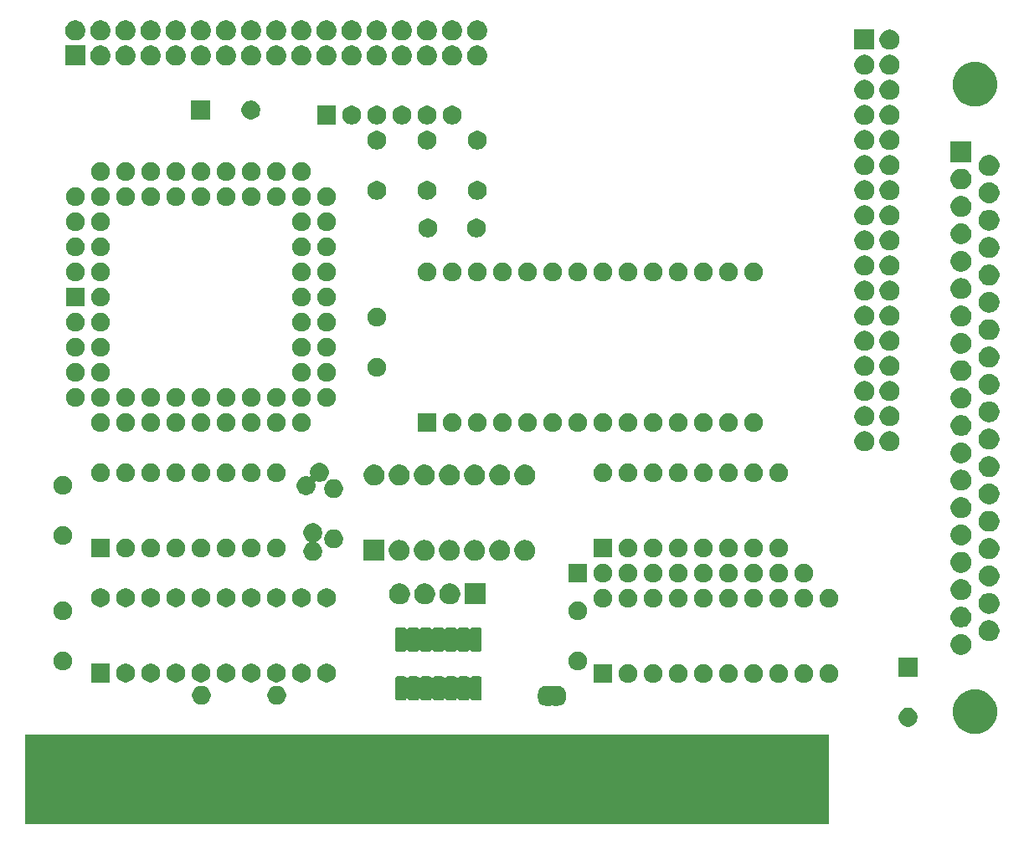
<source format=gbs>
%TF.GenerationSoftware,KiCad,Pcbnew,(5.1.6-0)*%
%TF.CreationDate,2020-08-23T17:16:23-05:00*%
%TF.ProjectId,isa_fdc.kicad_DB37-v3.2.1.1_pcb,6973615f-6664-4632-9e6b-696361645f44,rev?*%
%TF.SameCoordinates,Original*%
%TF.FileFunction,Soldermask,Bot*%
%TF.FilePolarity,Negative*%
%FSLAX46Y46*%
G04 Gerber Fmt 4.6, Leading zero omitted, Abs format (unit mm)*
G04 Created by KiCad (PCBNEW (5.1.6-0)) date 2020-08-23 17:16:23*
%MOMM*%
%LPD*%
G01*
G04 APERTURE LIST*
%ADD10C,0.150000*%
G04 APERTURE END LIST*
D10*
G36*
X182880000Y-134620000D02*
G01*
X101600000Y-134620000D01*
X101600000Y-125539500D01*
X182880000Y-125539500D01*
X182880000Y-134620000D01*
G37*
G36*
X198014656Y-121024873D02*
G01*
X198304968Y-121082620D01*
X198545257Y-121182151D01*
X198715168Y-121252530D01*
X198788799Y-121301729D01*
X199084341Y-121499204D01*
X199398296Y-121813159D01*
X199512509Y-121984091D01*
X199644970Y-122182332D01*
X199709861Y-122338995D01*
X199814880Y-122592532D01*
X199822397Y-122630325D01*
X199887160Y-122955905D01*
X199901500Y-123028000D01*
X199901500Y-123472000D01*
X199814880Y-123907468D01*
X199744312Y-124077834D01*
X199644970Y-124317668D01*
X199644969Y-124317669D01*
X199398296Y-124686841D01*
X199084341Y-125000796D01*
X198898500Y-125124971D01*
X198715168Y-125247470D01*
X198545257Y-125317849D01*
X198304968Y-125417380D01*
X198014656Y-125475127D01*
X197869501Y-125504000D01*
X197425499Y-125504000D01*
X197280344Y-125475127D01*
X196990032Y-125417380D01*
X196749743Y-125317849D01*
X196579832Y-125247470D01*
X196396500Y-125124971D01*
X196210659Y-125000796D01*
X195896704Y-124686841D01*
X195650031Y-124317669D01*
X195650030Y-124317668D01*
X195550688Y-124077834D01*
X195480120Y-123907468D01*
X195393500Y-123472000D01*
X195393500Y-123028000D01*
X195407841Y-122955905D01*
X195472603Y-122630325D01*
X195480120Y-122592532D01*
X195585139Y-122338995D01*
X195650030Y-122182332D01*
X195782491Y-121984091D01*
X195896704Y-121813159D01*
X196210659Y-121499204D01*
X196506201Y-121301729D01*
X196579832Y-121252530D01*
X196749743Y-121182151D01*
X196990032Y-121082620D01*
X197280344Y-121024873D01*
X197425499Y-120996000D01*
X197869501Y-120996000D01*
X198014656Y-121024873D01*
G37*
G36*
X191167834Y-122884103D02*
G01*
X191341176Y-122955904D01*
X191341178Y-122955905D01*
X191497184Y-123060145D01*
X191629855Y-123192816D01*
X191629856Y-123192818D01*
X191734096Y-123348824D01*
X191805897Y-123522166D01*
X191842500Y-123706186D01*
X191842500Y-123893814D01*
X191805897Y-124077834D01*
X191734096Y-124251176D01*
X191734095Y-124251178D01*
X191629855Y-124407184D01*
X191497184Y-124539855D01*
X191341178Y-124644095D01*
X191341177Y-124644096D01*
X191341176Y-124644096D01*
X191167834Y-124715897D01*
X190983814Y-124752500D01*
X190796186Y-124752500D01*
X190612166Y-124715897D01*
X190438824Y-124644096D01*
X190438823Y-124644096D01*
X190438822Y-124644095D01*
X190282816Y-124539855D01*
X190150145Y-124407184D01*
X190045905Y-124251178D01*
X190045904Y-124251176D01*
X189974103Y-124077834D01*
X189937500Y-123893814D01*
X189937500Y-123706186D01*
X189974103Y-123522166D01*
X190045904Y-123348824D01*
X190150144Y-123192818D01*
X190150145Y-123192816D01*
X190282816Y-123060145D01*
X190438822Y-122955905D01*
X190438824Y-122955904D01*
X190612166Y-122884103D01*
X190796186Y-122847500D01*
X190983814Y-122847500D01*
X191167834Y-122884103D01*
G37*
G36*
X154722479Y-120626000D02*
G01*
X154759793Y-120629675D01*
X154801961Y-120642466D01*
X154814836Y-120646372D01*
X154823717Y-120650051D01*
X154847750Y-120654831D01*
X154872254Y-120654831D01*
X154896287Y-120650050D01*
X154905168Y-120646371D01*
X154912328Y-120644199D01*
X154960207Y-120629675D01*
X154997521Y-120626000D01*
X155016141Y-120624166D01*
X155503860Y-120624166D01*
X155522196Y-120625972D01*
X155534448Y-120626574D01*
X155552868Y-120626574D01*
X155595018Y-120630725D01*
X155608802Y-120632083D01*
X155608803Y-120632083D01*
X155614944Y-120632688D01*
X155699029Y-120649414D01*
X155704931Y-120651204D01*
X155704935Y-120651205D01*
X155724437Y-120657121D01*
X155758723Y-120667521D01*
X155837926Y-120700327D01*
X155892933Y-120729729D01*
X155964227Y-120777367D01*
X156012438Y-120816932D01*
X156073068Y-120877562D01*
X156112633Y-120925773D01*
X156160271Y-120997067D01*
X156189673Y-121052074D01*
X156222479Y-121131277D01*
X156240586Y-121190971D01*
X156257312Y-121275056D01*
X156263426Y-121337132D01*
X156263426Y-121355552D01*
X156264028Y-121367804D01*
X156265834Y-121386140D01*
X156265834Y-121873860D01*
X156264028Y-121892196D01*
X156263426Y-121904448D01*
X156263426Y-121922868D01*
X156257312Y-121984944D01*
X156240586Y-122069029D01*
X156222479Y-122128723D01*
X156189673Y-122207926D01*
X156160271Y-122262933D01*
X156112633Y-122334227D01*
X156073068Y-122382438D01*
X156012438Y-122443068D01*
X155964227Y-122482633D01*
X155892933Y-122530271D01*
X155837926Y-122559673D01*
X155758723Y-122592479D01*
X155724437Y-122602879D01*
X155704935Y-122608795D01*
X155704931Y-122608796D01*
X155699029Y-122610586D01*
X155614944Y-122627312D01*
X155608803Y-122627917D01*
X155608802Y-122627917D01*
X155595018Y-122629275D01*
X155552868Y-122633426D01*
X155534448Y-122633426D01*
X155522196Y-122634028D01*
X155503860Y-122635834D01*
X155016141Y-122635834D01*
X154985550Y-122632821D01*
X154960207Y-122630325D01*
X154912328Y-122615801D01*
X154905164Y-122613628D01*
X154896283Y-122609949D01*
X154872250Y-122605169D01*
X154847746Y-122605169D01*
X154823713Y-122609950D01*
X154814832Y-122613629D01*
X154807672Y-122615801D01*
X154759793Y-122630325D01*
X154734450Y-122632821D01*
X154703859Y-122635834D01*
X154216140Y-122635834D01*
X154197804Y-122634028D01*
X154185552Y-122633426D01*
X154167132Y-122633426D01*
X154124982Y-122629275D01*
X154111198Y-122627917D01*
X154111197Y-122627917D01*
X154105056Y-122627312D01*
X154020971Y-122610586D01*
X154015069Y-122608796D01*
X154015065Y-122608795D01*
X153995563Y-122602879D01*
X153961277Y-122592479D01*
X153882074Y-122559673D01*
X153827067Y-122530271D01*
X153755773Y-122482633D01*
X153707562Y-122443068D01*
X153646932Y-122382438D01*
X153607367Y-122334227D01*
X153559729Y-122262933D01*
X153530327Y-122207926D01*
X153497521Y-122128723D01*
X153479414Y-122069029D01*
X153462688Y-121984944D01*
X153456574Y-121922868D01*
X153456574Y-121904448D01*
X153455972Y-121892196D01*
X153454166Y-121873860D01*
X153454166Y-121386140D01*
X153455972Y-121367804D01*
X153456574Y-121355552D01*
X153456574Y-121337132D01*
X153462688Y-121275056D01*
X153479414Y-121190971D01*
X153497521Y-121131277D01*
X153530327Y-121052074D01*
X153559729Y-120997067D01*
X153607367Y-120925773D01*
X153646932Y-120877562D01*
X153707562Y-120816932D01*
X153755773Y-120777367D01*
X153827067Y-120729729D01*
X153882074Y-120700327D01*
X153961277Y-120667521D01*
X153995563Y-120657121D01*
X154015065Y-120651205D01*
X154015069Y-120651204D01*
X154020971Y-120649414D01*
X154105056Y-120632688D01*
X154111197Y-120632083D01*
X154111198Y-120632083D01*
X154124982Y-120630725D01*
X154167132Y-120626574D01*
X154185552Y-120626574D01*
X154197804Y-120625972D01*
X154216140Y-120624166D01*
X154703859Y-120624166D01*
X154722479Y-120626000D01*
G37*
G36*
X119698271Y-120662661D02*
G01*
X119871887Y-120734575D01*
X119871888Y-120734576D01*
X120028140Y-120838980D01*
X120161020Y-120971860D01*
X120210980Y-121046631D01*
X120265425Y-121128113D01*
X120337339Y-121301729D01*
X120374000Y-121486038D01*
X120374000Y-121673962D01*
X120337339Y-121858271D01*
X120265425Y-122031887D01*
X120214115Y-122108678D01*
X120161020Y-122188140D01*
X120028140Y-122321020D01*
X120008374Y-122334227D01*
X119871887Y-122425425D01*
X119698271Y-122497339D01*
X119513962Y-122534000D01*
X119326038Y-122534000D01*
X119141729Y-122497339D01*
X118968113Y-122425425D01*
X118831626Y-122334227D01*
X118811860Y-122321020D01*
X118678980Y-122188140D01*
X118625885Y-122108678D01*
X118574575Y-122031887D01*
X118502661Y-121858271D01*
X118466000Y-121673962D01*
X118466000Y-121486038D01*
X118502661Y-121301729D01*
X118574575Y-121128113D01*
X118629020Y-121046631D01*
X118678980Y-120971860D01*
X118811860Y-120838980D01*
X118968112Y-120734576D01*
X118968113Y-120734575D01*
X119141729Y-120662661D01*
X119326038Y-120626000D01*
X119513962Y-120626000D01*
X119698271Y-120662661D01*
G37*
G36*
X127318271Y-120662661D02*
G01*
X127491887Y-120734575D01*
X127491888Y-120734576D01*
X127648140Y-120838980D01*
X127781020Y-120971860D01*
X127830980Y-121046631D01*
X127885425Y-121128113D01*
X127957339Y-121301729D01*
X127994000Y-121486038D01*
X127994000Y-121673962D01*
X127957339Y-121858271D01*
X127885425Y-122031887D01*
X127834115Y-122108678D01*
X127781020Y-122188140D01*
X127648140Y-122321020D01*
X127628374Y-122334227D01*
X127491887Y-122425425D01*
X127318271Y-122497339D01*
X127133962Y-122534000D01*
X126946038Y-122534000D01*
X126761729Y-122497339D01*
X126588113Y-122425425D01*
X126451626Y-122334227D01*
X126431860Y-122321020D01*
X126298980Y-122188140D01*
X126245885Y-122108678D01*
X126194575Y-122031887D01*
X126122661Y-121858271D01*
X126086000Y-121673962D01*
X126086000Y-121486038D01*
X126122661Y-121301729D01*
X126194575Y-121128113D01*
X126249020Y-121046631D01*
X126298980Y-120971860D01*
X126431860Y-120838980D01*
X126588112Y-120734576D01*
X126588113Y-120734575D01*
X126761729Y-120662661D01*
X126946038Y-120626000D01*
X127133962Y-120626000D01*
X127318271Y-120662661D01*
G37*
G36*
X139961230Y-119660714D02*
G01*
X140001354Y-119672886D01*
X140038333Y-119692652D01*
X140070747Y-119719253D01*
X140097347Y-119751665D01*
X140104761Y-119765536D01*
X140118375Y-119785910D01*
X140135702Y-119803237D01*
X140156076Y-119816851D01*
X140178715Y-119826228D01*
X140202749Y-119831008D01*
X140227253Y-119831008D01*
X140251286Y-119826227D01*
X140273925Y-119816850D01*
X140294299Y-119803236D01*
X140311626Y-119785909D01*
X140325239Y-119765536D01*
X140332653Y-119751665D01*
X140359253Y-119719253D01*
X140391667Y-119692652D01*
X140428646Y-119672886D01*
X140468770Y-119660714D01*
X140516638Y-119656000D01*
X141183362Y-119656000D01*
X141231230Y-119660714D01*
X141271354Y-119672886D01*
X141308333Y-119692652D01*
X141340747Y-119719253D01*
X141367347Y-119751665D01*
X141374761Y-119765536D01*
X141388375Y-119785910D01*
X141405702Y-119803237D01*
X141426076Y-119816851D01*
X141448715Y-119826228D01*
X141472749Y-119831008D01*
X141497253Y-119831008D01*
X141521286Y-119826227D01*
X141543925Y-119816850D01*
X141564299Y-119803236D01*
X141581626Y-119785909D01*
X141595239Y-119765536D01*
X141602653Y-119751665D01*
X141629253Y-119719253D01*
X141661667Y-119692652D01*
X141698646Y-119672886D01*
X141738770Y-119660714D01*
X141786638Y-119656000D01*
X142453362Y-119656000D01*
X142501230Y-119660714D01*
X142541354Y-119672886D01*
X142578333Y-119692652D01*
X142610747Y-119719253D01*
X142637347Y-119751665D01*
X142644761Y-119765536D01*
X142658375Y-119785910D01*
X142675702Y-119803237D01*
X142696076Y-119816851D01*
X142718715Y-119826228D01*
X142742749Y-119831008D01*
X142767253Y-119831008D01*
X142791286Y-119826227D01*
X142813925Y-119816850D01*
X142834299Y-119803236D01*
X142851626Y-119785909D01*
X142865239Y-119765536D01*
X142872653Y-119751665D01*
X142899253Y-119719253D01*
X142931667Y-119692652D01*
X142968646Y-119672886D01*
X143008770Y-119660714D01*
X143056638Y-119656000D01*
X143723362Y-119656000D01*
X143771230Y-119660714D01*
X143811354Y-119672886D01*
X143848333Y-119692652D01*
X143880747Y-119719253D01*
X143907347Y-119751665D01*
X143914761Y-119765536D01*
X143928375Y-119785910D01*
X143945702Y-119803237D01*
X143966076Y-119816851D01*
X143988715Y-119826228D01*
X144012749Y-119831008D01*
X144037253Y-119831008D01*
X144061286Y-119826227D01*
X144083925Y-119816850D01*
X144104299Y-119803236D01*
X144121626Y-119785909D01*
X144135239Y-119765536D01*
X144142653Y-119751665D01*
X144169253Y-119719253D01*
X144201667Y-119692652D01*
X144238646Y-119672886D01*
X144278770Y-119660714D01*
X144326638Y-119656000D01*
X144993362Y-119656000D01*
X145041230Y-119660714D01*
X145081354Y-119672886D01*
X145118333Y-119692652D01*
X145150747Y-119719253D01*
X145177347Y-119751665D01*
X145184761Y-119765536D01*
X145198375Y-119785910D01*
X145215702Y-119803237D01*
X145236076Y-119816851D01*
X145258715Y-119826228D01*
X145282749Y-119831008D01*
X145307253Y-119831008D01*
X145331286Y-119826227D01*
X145353925Y-119816850D01*
X145374299Y-119803236D01*
X145391626Y-119785909D01*
X145405239Y-119765536D01*
X145412653Y-119751665D01*
X145439253Y-119719253D01*
X145471667Y-119692652D01*
X145508646Y-119672886D01*
X145548770Y-119660714D01*
X145596638Y-119656000D01*
X146263362Y-119656000D01*
X146311230Y-119660714D01*
X146351354Y-119672886D01*
X146388333Y-119692652D01*
X146420747Y-119719253D01*
X146447347Y-119751665D01*
X146454761Y-119765536D01*
X146468375Y-119785910D01*
X146485702Y-119803237D01*
X146506076Y-119816851D01*
X146528715Y-119826228D01*
X146552749Y-119831008D01*
X146577253Y-119831008D01*
X146601286Y-119826227D01*
X146623925Y-119816850D01*
X146644299Y-119803236D01*
X146661626Y-119785909D01*
X146675239Y-119765536D01*
X146682653Y-119751665D01*
X146709253Y-119719253D01*
X146741667Y-119692652D01*
X146778646Y-119672886D01*
X146818770Y-119660714D01*
X146866638Y-119656000D01*
X147533362Y-119656000D01*
X147581230Y-119660714D01*
X147621354Y-119672886D01*
X147658333Y-119692652D01*
X147690747Y-119719253D01*
X147717348Y-119751667D01*
X147737114Y-119788646D01*
X147749286Y-119828770D01*
X147754000Y-119876638D01*
X147754000Y-121893362D01*
X147749286Y-121941230D01*
X147737114Y-121981354D01*
X147717348Y-122018333D01*
X147690747Y-122050747D01*
X147658333Y-122077348D01*
X147621354Y-122097114D01*
X147581230Y-122109286D01*
X147533362Y-122114000D01*
X146866638Y-122114000D01*
X146818770Y-122109286D01*
X146778646Y-122097114D01*
X146741667Y-122077348D01*
X146709253Y-122050747D01*
X146682653Y-122018335D01*
X146675239Y-122004464D01*
X146661625Y-121984090D01*
X146644298Y-121966763D01*
X146623924Y-121953149D01*
X146601285Y-121943772D01*
X146577251Y-121938992D01*
X146552747Y-121938992D01*
X146528714Y-121943773D01*
X146506075Y-121953150D01*
X146485701Y-121966764D01*
X146468374Y-121984091D01*
X146454761Y-122004464D01*
X146447347Y-122018335D01*
X146420747Y-122050747D01*
X146388333Y-122077348D01*
X146351354Y-122097114D01*
X146311230Y-122109286D01*
X146263362Y-122114000D01*
X145596638Y-122114000D01*
X145548770Y-122109286D01*
X145508646Y-122097114D01*
X145471667Y-122077348D01*
X145439253Y-122050747D01*
X145412653Y-122018335D01*
X145405239Y-122004464D01*
X145391625Y-121984090D01*
X145374298Y-121966763D01*
X145353924Y-121953149D01*
X145331285Y-121943772D01*
X145307251Y-121938992D01*
X145282747Y-121938992D01*
X145258714Y-121943773D01*
X145236075Y-121953150D01*
X145215701Y-121966764D01*
X145198374Y-121984091D01*
X145184761Y-122004464D01*
X145177347Y-122018335D01*
X145150747Y-122050747D01*
X145118333Y-122077348D01*
X145081354Y-122097114D01*
X145041230Y-122109286D01*
X144993362Y-122114000D01*
X144326638Y-122114000D01*
X144278770Y-122109286D01*
X144238646Y-122097114D01*
X144201667Y-122077348D01*
X144169253Y-122050747D01*
X144142653Y-122018335D01*
X144135239Y-122004464D01*
X144121625Y-121984090D01*
X144104298Y-121966763D01*
X144083924Y-121953149D01*
X144061285Y-121943772D01*
X144037251Y-121938992D01*
X144012747Y-121938992D01*
X143988714Y-121943773D01*
X143966075Y-121953150D01*
X143945701Y-121966764D01*
X143928374Y-121984091D01*
X143914761Y-122004464D01*
X143907347Y-122018335D01*
X143880747Y-122050747D01*
X143848333Y-122077348D01*
X143811354Y-122097114D01*
X143771230Y-122109286D01*
X143723362Y-122114000D01*
X143056638Y-122114000D01*
X143008770Y-122109286D01*
X142968646Y-122097114D01*
X142931667Y-122077348D01*
X142899253Y-122050747D01*
X142872653Y-122018335D01*
X142865239Y-122004464D01*
X142851625Y-121984090D01*
X142834298Y-121966763D01*
X142813924Y-121953149D01*
X142791285Y-121943772D01*
X142767251Y-121938992D01*
X142742747Y-121938992D01*
X142718714Y-121943773D01*
X142696075Y-121953150D01*
X142675701Y-121966764D01*
X142658374Y-121984091D01*
X142644761Y-122004464D01*
X142637347Y-122018335D01*
X142610747Y-122050747D01*
X142578333Y-122077348D01*
X142541354Y-122097114D01*
X142501230Y-122109286D01*
X142453362Y-122114000D01*
X141786638Y-122114000D01*
X141738770Y-122109286D01*
X141698646Y-122097114D01*
X141661667Y-122077348D01*
X141629253Y-122050747D01*
X141602653Y-122018335D01*
X141595239Y-122004464D01*
X141581625Y-121984090D01*
X141564298Y-121966763D01*
X141543924Y-121953149D01*
X141521285Y-121943772D01*
X141497251Y-121938992D01*
X141472747Y-121938992D01*
X141448714Y-121943773D01*
X141426075Y-121953150D01*
X141405701Y-121966764D01*
X141388374Y-121984091D01*
X141374761Y-122004464D01*
X141367347Y-122018335D01*
X141340747Y-122050747D01*
X141308333Y-122077348D01*
X141271354Y-122097114D01*
X141231230Y-122109286D01*
X141183362Y-122114000D01*
X140516638Y-122114000D01*
X140468770Y-122109286D01*
X140428646Y-122097114D01*
X140391667Y-122077348D01*
X140359253Y-122050747D01*
X140332653Y-122018335D01*
X140325239Y-122004464D01*
X140311625Y-121984090D01*
X140294298Y-121966763D01*
X140273924Y-121953149D01*
X140251285Y-121943772D01*
X140227251Y-121938992D01*
X140202747Y-121938992D01*
X140178714Y-121943773D01*
X140156075Y-121953150D01*
X140135701Y-121966764D01*
X140118374Y-121984091D01*
X140104761Y-122004464D01*
X140097347Y-122018335D01*
X140070747Y-122050747D01*
X140038333Y-122077348D01*
X140001354Y-122097114D01*
X139961230Y-122109286D01*
X139913362Y-122114000D01*
X139246638Y-122114000D01*
X139198770Y-122109286D01*
X139158646Y-122097114D01*
X139121667Y-122077348D01*
X139089253Y-122050747D01*
X139062652Y-122018333D01*
X139042886Y-121981354D01*
X139030714Y-121941230D01*
X139026000Y-121893362D01*
X139026000Y-119876638D01*
X139030714Y-119828770D01*
X139042886Y-119788646D01*
X139062652Y-119751667D01*
X139089253Y-119719253D01*
X139121667Y-119692652D01*
X139158646Y-119672886D01*
X139198770Y-119660714D01*
X139246638Y-119656000D01*
X139913362Y-119656000D01*
X139961230Y-119660714D01*
G37*
G36*
X172997834Y-118464103D02*
G01*
X173171176Y-118535904D01*
X173171178Y-118535905D01*
X173327184Y-118640145D01*
X173459855Y-118772816D01*
X173530686Y-118878822D01*
X173564096Y-118928824D01*
X173635897Y-119102166D01*
X173672500Y-119286186D01*
X173672500Y-119473814D01*
X173635897Y-119657834D01*
X173564096Y-119831176D01*
X173564095Y-119831178D01*
X173459855Y-119987184D01*
X173327184Y-120119855D01*
X173171178Y-120224095D01*
X173171177Y-120224096D01*
X173171176Y-120224096D01*
X172997834Y-120295897D01*
X172813814Y-120332500D01*
X172626186Y-120332500D01*
X172442166Y-120295897D01*
X172268824Y-120224096D01*
X172268823Y-120224096D01*
X172268822Y-120224095D01*
X172112816Y-120119855D01*
X171980145Y-119987184D01*
X171875905Y-119831178D01*
X171875904Y-119831176D01*
X171804103Y-119657834D01*
X171767500Y-119473814D01*
X171767500Y-119286186D01*
X171804103Y-119102166D01*
X171875904Y-118928824D01*
X171909314Y-118878822D01*
X171980145Y-118772816D01*
X172112816Y-118640145D01*
X172268822Y-118535905D01*
X172268824Y-118535904D01*
X172442166Y-118464103D01*
X172626186Y-118427500D01*
X172813814Y-118427500D01*
X172997834Y-118464103D01*
G37*
G36*
X175537834Y-118464103D02*
G01*
X175711176Y-118535904D01*
X175711178Y-118535905D01*
X175867184Y-118640145D01*
X175999855Y-118772816D01*
X176070686Y-118878822D01*
X176104096Y-118928824D01*
X176175897Y-119102166D01*
X176212500Y-119286186D01*
X176212500Y-119473814D01*
X176175897Y-119657834D01*
X176104096Y-119831176D01*
X176104095Y-119831178D01*
X175999855Y-119987184D01*
X175867184Y-120119855D01*
X175711178Y-120224095D01*
X175711177Y-120224096D01*
X175711176Y-120224096D01*
X175537834Y-120295897D01*
X175353814Y-120332500D01*
X175166186Y-120332500D01*
X174982166Y-120295897D01*
X174808824Y-120224096D01*
X174808823Y-120224096D01*
X174808822Y-120224095D01*
X174652816Y-120119855D01*
X174520145Y-119987184D01*
X174415905Y-119831178D01*
X174415904Y-119831176D01*
X174344103Y-119657834D01*
X174307500Y-119473814D01*
X174307500Y-119286186D01*
X174344103Y-119102166D01*
X174415904Y-118928824D01*
X174449314Y-118878822D01*
X174520145Y-118772816D01*
X174652816Y-118640145D01*
X174808822Y-118535905D01*
X174808824Y-118535904D01*
X174982166Y-118464103D01*
X175166186Y-118427500D01*
X175353814Y-118427500D01*
X175537834Y-118464103D01*
G37*
G36*
X178077834Y-118464103D02*
G01*
X178251176Y-118535904D01*
X178251178Y-118535905D01*
X178407184Y-118640145D01*
X178539855Y-118772816D01*
X178610686Y-118878822D01*
X178644096Y-118928824D01*
X178715897Y-119102166D01*
X178752500Y-119286186D01*
X178752500Y-119473814D01*
X178715897Y-119657834D01*
X178644096Y-119831176D01*
X178644095Y-119831178D01*
X178539855Y-119987184D01*
X178407184Y-120119855D01*
X178251178Y-120224095D01*
X178251177Y-120224096D01*
X178251176Y-120224096D01*
X178077834Y-120295897D01*
X177893814Y-120332500D01*
X177706186Y-120332500D01*
X177522166Y-120295897D01*
X177348824Y-120224096D01*
X177348823Y-120224096D01*
X177348822Y-120224095D01*
X177192816Y-120119855D01*
X177060145Y-119987184D01*
X176955905Y-119831178D01*
X176955904Y-119831176D01*
X176884103Y-119657834D01*
X176847500Y-119473814D01*
X176847500Y-119286186D01*
X176884103Y-119102166D01*
X176955904Y-118928824D01*
X176989314Y-118878822D01*
X177060145Y-118772816D01*
X177192816Y-118640145D01*
X177348822Y-118535905D01*
X177348824Y-118535904D01*
X177522166Y-118464103D01*
X177706186Y-118427500D01*
X177893814Y-118427500D01*
X178077834Y-118464103D01*
G37*
G36*
X180617834Y-118464103D02*
G01*
X180791176Y-118535904D01*
X180791178Y-118535905D01*
X180947184Y-118640145D01*
X181079855Y-118772816D01*
X181150686Y-118878822D01*
X181184096Y-118928824D01*
X181255897Y-119102166D01*
X181292500Y-119286186D01*
X181292500Y-119473814D01*
X181255897Y-119657834D01*
X181184096Y-119831176D01*
X181184095Y-119831178D01*
X181079855Y-119987184D01*
X180947184Y-120119855D01*
X180791178Y-120224095D01*
X180791177Y-120224096D01*
X180791176Y-120224096D01*
X180617834Y-120295897D01*
X180433814Y-120332500D01*
X180246186Y-120332500D01*
X180062166Y-120295897D01*
X179888824Y-120224096D01*
X179888823Y-120224096D01*
X179888822Y-120224095D01*
X179732816Y-120119855D01*
X179600145Y-119987184D01*
X179495905Y-119831178D01*
X179495904Y-119831176D01*
X179424103Y-119657834D01*
X179387500Y-119473814D01*
X179387500Y-119286186D01*
X179424103Y-119102166D01*
X179495904Y-118928824D01*
X179529314Y-118878822D01*
X179600145Y-118772816D01*
X179732816Y-118640145D01*
X179888822Y-118535905D01*
X179888824Y-118535904D01*
X180062166Y-118464103D01*
X180246186Y-118427500D01*
X180433814Y-118427500D01*
X180617834Y-118464103D01*
G37*
G36*
X183157834Y-118464103D02*
G01*
X183331176Y-118535904D01*
X183331178Y-118535905D01*
X183487184Y-118640145D01*
X183619855Y-118772816D01*
X183690686Y-118878822D01*
X183724096Y-118928824D01*
X183795897Y-119102166D01*
X183832500Y-119286186D01*
X183832500Y-119473814D01*
X183795897Y-119657834D01*
X183724096Y-119831176D01*
X183724095Y-119831178D01*
X183619855Y-119987184D01*
X183487184Y-120119855D01*
X183331178Y-120224095D01*
X183331177Y-120224096D01*
X183331176Y-120224096D01*
X183157834Y-120295897D01*
X182973814Y-120332500D01*
X182786186Y-120332500D01*
X182602166Y-120295897D01*
X182428824Y-120224096D01*
X182428823Y-120224096D01*
X182428822Y-120224095D01*
X182272816Y-120119855D01*
X182140145Y-119987184D01*
X182035905Y-119831178D01*
X182035904Y-119831176D01*
X181964103Y-119657834D01*
X181927500Y-119473814D01*
X181927500Y-119286186D01*
X181964103Y-119102166D01*
X182035904Y-118928824D01*
X182069314Y-118878822D01*
X182140145Y-118772816D01*
X182272816Y-118640145D01*
X182428822Y-118535905D01*
X182428824Y-118535904D01*
X182602166Y-118464103D01*
X182786186Y-118427500D01*
X182973814Y-118427500D01*
X183157834Y-118464103D01*
G37*
G36*
X170457834Y-118464103D02*
G01*
X170631176Y-118535904D01*
X170631178Y-118535905D01*
X170787184Y-118640145D01*
X170919855Y-118772816D01*
X170990686Y-118878822D01*
X171024096Y-118928824D01*
X171095897Y-119102166D01*
X171132500Y-119286186D01*
X171132500Y-119473814D01*
X171095897Y-119657834D01*
X171024096Y-119831176D01*
X171024095Y-119831178D01*
X170919855Y-119987184D01*
X170787184Y-120119855D01*
X170631178Y-120224095D01*
X170631177Y-120224096D01*
X170631176Y-120224096D01*
X170457834Y-120295897D01*
X170273814Y-120332500D01*
X170086186Y-120332500D01*
X169902166Y-120295897D01*
X169728824Y-120224096D01*
X169728823Y-120224096D01*
X169728822Y-120224095D01*
X169572816Y-120119855D01*
X169440145Y-119987184D01*
X169335905Y-119831178D01*
X169335904Y-119831176D01*
X169264103Y-119657834D01*
X169227500Y-119473814D01*
X169227500Y-119286186D01*
X169264103Y-119102166D01*
X169335904Y-118928824D01*
X169369314Y-118878822D01*
X169440145Y-118772816D01*
X169572816Y-118640145D01*
X169728822Y-118535905D01*
X169728824Y-118535904D01*
X169902166Y-118464103D01*
X170086186Y-118427500D01*
X170273814Y-118427500D01*
X170457834Y-118464103D01*
G37*
G36*
X167917834Y-118464103D02*
G01*
X168091176Y-118535904D01*
X168091178Y-118535905D01*
X168247184Y-118640145D01*
X168379855Y-118772816D01*
X168450686Y-118878822D01*
X168484096Y-118928824D01*
X168555897Y-119102166D01*
X168592500Y-119286186D01*
X168592500Y-119473814D01*
X168555897Y-119657834D01*
X168484096Y-119831176D01*
X168484095Y-119831178D01*
X168379855Y-119987184D01*
X168247184Y-120119855D01*
X168091178Y-120224095D01*
X168091177Y-120224096D01*
X168091176Y-120224096D01*
X167917834Y-120295897D01*
X167733814Y-120332500D01*
X167546186Y-120332500D01*
X167362166Y-120295897D01*
X167188824Y-120224096D01*
X167188823Y-120224096D01*
X167188822Y-120224095D01*
X167032816Y-120119855D01*
X166900145Y-119987184D01*
X166795905Y-119831178D01*
X166795904Y-119831176D01*
X166724103Y-119657834D01*
X166687500Y-119473814D01*
X166687500Y-119286186D01*
X166724103Y-119102166D01*
X166795904Y-118928824D01*
X166829314Y-118878822D01*
X166900145Y-118772816D01*
X167032816Y-118640145D01*
X167188822Y-118535905D01*
X167188824Y-118535904D01*
X167362166Y-118464103D01*
X167546186Y-118427500D01*
X167733814Y-118427500D01*
X167917834Y-118464103D01*
G37*
G36*
X165377834Y-118464103D02*
G01*
X165551176Y-118535904D01*
X165551178Y-118535905D01*
X165707184Y-118640145D01*
X165839855Y-118772816D01*
X165910686Y-118878822D01*
X165944096Y-118928824D01*
X166015897Y-119102166D01*
X166052500Y-119286186D01*
X166052500Y-119473814D01*
X166015897Y-119657834D01*
X165944096Y-119831176D01*
X165944095Y-119831178D01*
X165839855Y-119987184D01*
X165707184Y-120119855D01*
X165551178Y-120224095D01*
X165551177Y-120224096D01*
X165551176Y-120224096D01*
X165377834Y-120295897D01*
X165193814Y-120332500D01*
X165006186Y-120332500D01*
X164822166Y-120295897D01*
X164648824Y-120224096D01*
X164648823Y-120224096D01*
X164648822Y-120224095D01*
X164492816Y-120119855D01*
X164360145Y-119987184D01*
X164255905Y-119831178D01*
X164255904Y-119831176D01*
X164184103Y-119657834D01*
X164147500Y-119473814D01*
X164147500Y-119286186D01*
X164184103Y-119102166D01*
X164255904Y-118928824D01*
X164289314Y-118878822D01*
X164360145Y-118772816D01*
X164492816Y-118640145D01*
X164648822Y-118535905D01*
X164648824Y-118535904D01*
X164822166Y-118464103D01*
X165006186Y-118427500D01*
X165193814Y-118427500D01*
X165377834Y-118464103D01*
G37*
G36*
X162837834Y-118464103D02*
G01*
X163011176Y-118535904D01*
X163011178Y-118535905D01*
X163167184Y-118640145D01*
X163299855Y-118772816D01*
X163370686Y-118878822D01*
X163404096Y-118928824D01*
X163475897Y-119102166D01*
X163512500Y-119286186D01*
X163512500Y-119473814D01*
X163475897Y-119657834D01*
X163404096Y-119831176D01*
X163404095Y-119831178D01*
X163299855Y-119987184D01*
X163167184Y-120119855D01*
X163011178Y-120224095D01*
X163011177Y-120224096D01*
X163011176Y-120224096D01*
X162837834Y-120295897D01*
X162653814Y-120332500D01*
X162466186Y-120332500D01*
X162282166Y-120295897D01*
X162108824Y-120224096D01*
X162108823Y-120224096D01*
X162108822Y-120224095D01*
X161952816Y-120119855D01*
X161820145Y-119987184D01*
X161715905Y-119831178D01*
X161715904Y-119831176D01*
X161644103Y-119657834D01*
X161607500Y-119473814D01*
X161607500Y-119286186D01*
X161644103Y-119102166D01*
X161715904Y-118928824D01*
X161749314Y-118878822D01*
X161820145Y-118772816D01*
X161952816Y-118640145D01*
X162108822Y-118535905D01*
X162108824Y-118535904D01*
X162282166Y-118464103D01*
X162466186Y-118427500D01*
X162653814Y-118427500D01*
X162837834Y-118464103D01*
G37*
G36*
X160972500Y-120332500D02*
G01*
X159067500Y-120332500D01*
X159067500Y-118427500D01*
X160972500Y-118427500D01*
X160972500Y-120332500D01*
G37*
G36*
X114577834Y-118414103D02*
G01*
X114751176Y-118485904D01*
X114751178Y-118485905D01*
X114907184Y-118590145D01*
X115039855Y-118722816D01*
X115144095Y-118878822D01*
X115144096Y-118878824D01*
X115215897Y-119052166D01*
X115252500Y-119236186D01*
X115252500Y-119423814D01*
X115215897Y-119607834D01*
X115169745Y-119719253D01*
X115144095Y-119781178D01*
X115039855Y-119937184D01*
X114907184Y-120069855D01*
X114751178Y-120174095D01*
X114751177Y-120174096D01*
X114751176Y-120174096D01*
X114577834Y-120245897D01*
X114393814Y-120282500D01*
X114206186Y-120282500D01*
X114022166Y-120245897D01*
X113848824Y-120174096D01*
X113848823Y-120174096D01*
X113848822Y-120174095D01*
X113692816Y-120069855D01*
X113560145Y-119937184D01*
X113455905Y-119781178D01*
X113430255Y-119719253D01*
X113384103Y-119607834D01*
X113347500Y-119423814D01*
X113347500Y-119236186D01*
X113384103Y-119052166D01*
X113455904Y-118878824D01*
X113455905Y-118878822D01*
X113560145Y-118722816D01*
X113692816Y-118590145D01*
X113848822Y-118485905D01*
X113848824Y-118485904D01*
X114022166Y-118414103D01*
X114206186Y-118377500D01*
X114393814Y-118377500D01*
X114577834Y-118414103D01*
G37*
G36*
X117117834Y-118414103D02*
G01*
X117291176Y-118485904D01*
X117291178Y-118485905D01*
X117447184Y-118590145D01*
X117579855Y-118722816D01*
X117684095Y-118878822D01*
X117684096Y-118878824D01*
X117755897Y-119052166D01*
X117792500Y-119236186D01*
X117792500Y-119423814D01*
X117755897Y-119607834D01*
X117709745Y-119719253D01*
X117684095Y-119781178D01*
X117579855Y-119937184D01*
X117447184Y-120069855D01*
X117291178Y-120174095D01*
X117291177Y-120174096D01*
X117291176Y-120174096D01*
X117117834Y-120245897D01*
X116933814Y-120282500D01*
X116746186Y-120282500D01*
X116562166Y-120245897D01*
X116388824Y-120174096D01*
X116388823Y-120174096D01*
X116388822Y-120174095D01*
X116232816Y-120069855D01*
X116100145Y-119937184D01*
X115995905Y-119781178D01*
X115970255Y-119719253D01*
X115924103Y-119607834D01*
X115887500Y-119423814D01*
X115887500Y-119236186D01*
X115924103Y-119052166D01*
X115995904Y-118878824D01*
X115995905Y-118878822D01*
X116100145Y-118722816D01*
X116232816Y-118590145D01*
X116388822Y-118485905D01*
X116388824Y-118485904D01*
X116562166Y-118414103D01*
X116746186Y-118377500D01*
X116933814Y-118377500D01*
X117117834Y-118414103D01*
G37*
G36*
X119657834Y-118414103D02*
G01*
X119831176Y-118485904D01*
X119831178Y-118485905D01*
X119987184Y-118590145D01*
X120119855Y-118722816D01*
X120224095Y-118878822D01*
X120224096Y-118878824D01*
X120295897Y-119052166D01*
X120332500Y-119236186D01*
X120332500Y-119423814D01*
X120295897Y-119607834D01*
X120249745Y-119719253D01*
X120224095Y-119781178D01*
X120119855Y-119937184D01*
X119987184Y-120069855D01*
X119831178Y-120174095D01*
X119831177Y-120174096D01*
X119831176Y-120174096D01*
X119657834Y-120245897D01*
X119473814Y-120282500D01*
X119286186Y-120282500D01*
X119102166Y-120245897D01*
X118928824Y-120174096D01*
X118928823Y-120174096D01*
X118928822Y-120174095D01*
X118772816Y-120069855D01*
X118640145Y-119937184D01*
X118535905Y-119781178D01*
X118510255Y-119719253D01*
X118464103Y-119607834D01*
X118427500Y-119423814D01*
X118427500Y-119236186D01*
X118464103Y-119052166D01*
X118535904Y-118878824D01*
X118535905Y-118878822D01*
X118640145Y-118722816D01*
X118772816Y-118590145D01*
X118928822Y-118485905D01*
X118928824Y-118485904D01*
X119102166Y-118414103D01*
X119286186Y-118377500D01*
X119473814Y-118377500D01*
X119657834Y-118414103D01*
G37*
G36*
X122197834Y-118414103D02*
G01*
X122371176Y-118485904D01*
X122371178Y-118485905D01*
X122527184Y-118590145D01*
X122659855Y-118722816D01*
X122764095Y-118878822D01*
X122764096Y-118878824D01*
X122835897Y-119052166D01*
X122872500Y-119236186D01*
X122872500Y-119423814D01*
X122835897Y-119607834D01*
X122789745Y-119719253D01*
X122764095Y-119781178D01*
X122659855Y-119937184D01*
X122527184Y-120069855D01*
X122371178Y-120174095D01*
X122371177Y-120174096D01*
X122371176Y-120174096D01*
X122197834Y-120245897D01*
X122013814Y-120282500D01*
X121826186Y-120282500D01*
X121642166Y-120245897D01*
X121468824Y-120174096D01*
X121468823Y-120174096D01*
X121468822Y-120174095D01*
X121312816Y-120069855D01*
X121180145Y-119937184D01*
X121075905Y-119781178D01*
X121050255Y-119719253D01*
X121004103Y-119607834D01*
X120967500Y-119423814D01*
X120967500Y-119236186D01*
X121004103Y-119052166D01*
X121075904Y-118878824D01*
X121075905Y-118878822D01*
X121180145Y-118722816D01*
X121312816Y-118590145D01*
X121468822Y-118485905D01*
X121468824Y-118485904D01*
X121642166Y-118414103D01*
X121826186Y-118377500D01*
X122013814Y-118377500D01*
X122197834Y-118414103D01*
G37*
G36*
X124737834Y-118414103D02*
G01*
X124911176Y-118485904D01*
X124911178Y-118485905D01*
X125067184Y-118590145D01*
X125199855Y-118722816D01*
X125304095Y-118878822D01*
X125304096Y-118878824D01*
X125375897Y-119052166D01*
X125412500Y-119236186D01*
X125412500Y-119423814D01*
X125375897Y-119607834D01*
X125329745Y-119719253D01*
X125304095Y-119781178D01*
X125199855Y-119937184D01*
X125067184Y-120069855D01*
X124911178Y-120174095D01*
X124911177Y-120174096D01*
X124911176Y-120174096D01*
X124737834Y-120245897D01*
X124553814Y-120282500D01*
X124366186Y-120282500D01*
X124182166Y-120245897D01*
X124008824Y-120174096D01*
X124008823Y-120174096D01*
X124008822Y-120174095D01*
X123852816Y-120069855D01*
X123720145Y-119937184D01*
X123615905Y-119781178D01*
X123590255Y-119719253D01*
X123544103Y-119607834D01*
X123507500Y-119423814D01*
X123507500Y-119236186D01*
X123544103Y-119052166D01*
X123615904Y-118878824D01*
X123615905Y-118878822D01*
X123720145Y-118722816D01*
X123852816Y-118590145D01*
X124008822Y-118485905D01*
X124008824Y-118485904D01*
X124182166Y-118414103D01*
X124366186Y-118377500D01*
X124553814Y-118377500D01*
X124737834Y-118414103D01*
G37*
G36*
X127277834Y-118414103D02*
G01*
X127451176Y-118485904D01*
X127451178Y-118485905D01*
X127607184Y-118590145D01*
X127739855Y-118722816D01*
X127844095Y-118878822D01*
X127844096Y-118878824D01*
X127915897Y-119052166D01*
X127952500Y-119236186D01*
X127952500Y-119423814D01*
X127915897Y-119607834D01*
X127869745Y-119719253D01*
X127844095Y-119781178D01*
X127739855Y-119937184D01*
X127607184Y-120069855D01*
X127451178Y-120174095D01*
X127451177Y-120174096D01*
X127451176Y-120174096D01*
X127277834Y-120245897D01*
X127093814Y-120282500D01*
X126906186Y-120282500D01*
X126722166Y-120245897D01*
X126548824Y-120174096D01*
X126548823Y-120174096D01*
X126548822Y-120174095D01*
X126392816Y-120069855D01*
X126260145Y-119937184D01*
X126155905Y-119781178D01*
X126130255Y-119719253D01*
X126084103Y-119607834D01*
X126047500Y-119423814D01*
X126047500Y-119236186D01*
X126084103Y-119052166D01*
X126155904Y-118878824D01*
X126155905Y-118878822D01*
X126260145Y-118722816D01*
X126392816Y-118590145D01*
X126548822Y-118485905D01*
X126548824Y-118485904D01*
X126722166Y-118414103D01*
X126906186Y-118377500D01*
X127093814Y-118377500D01*
X127277834Y-118414103D01*
G37*
G36*
X129817834Y-118414103D02*
G01*
X129991176Y-118485904D01*
X129991178Y-118485905D01*
X130147184Y-118590145D01*
X130279855Y-118722816D01*
X130384095Y-118878822D01*
X130384096Y-118878824D01*
X130455897Y-119052166D01*
X130492500Y-119236186D01*
X130492500Y-119423814D01*
X130455897Y-119607834D01*
X130409745Y-119719253D01*
X130384095Y-119781178D01*
X130279855Y-119937184D01*
X130147184Y-120069855D01*
X129991178Y-120174095D01*
X129991177Y-120174096D01*
X129991176Y-120174096D01*
X129817834Y-120245897D01*
X129633814Y-120282500D01*
X129446186Y-120282500D01*
X129262166Y-120245897D01*
X129088824Y-120174096D01*
X129088823Y-120174096D01*
X129088822Y-120174095D01*
X128932816Y-120069855D01*
X128800145Y-119937184D01*
X128695905Y-119781178D01*
X128670255Y-119719253D01*
X128624103Y-119607834D01*
X128587500Y-119423814D01*
X128587500Y-119236186D01*
X128624103Y-119052166D01*
X128695904Y-118878824D01*
X128695905Y-118878822D01*
X128800145Y-118722816D01*
X128932816Y-118590145D01*
X129088822Y-118485905D01*
X129088824Y-118485904D01*
X129262166Y-118414103D01*
X129446186Y-118377500D01*
X129633814Y-118377500D01*
X129817834Y-118414103D01*
G37*
G36*
X132357834Y-118414103D02*
G01*
X132531176Y-118485904D01*
X132531178Y-118485905D01*
X132687184Y-118590145D01*
X132819855Y-118722816D01*
X132924095Y-118878822D01*
X132924096Y-118878824D01*
X132995897Y-119052166D01*
X133032500Y-119236186D01*
X133032500Y-119423814D01*
X132995897Y-119607834D01*
X132949745Y-119719253D01*
X132924095Y-119781178D01*
X132819855Y-119937184D01*
X132687184Y-120069855D01*
X132531178Y-120174095D01*
X132531177Y-120174096D01*
X132531176Y-120174096D01*
X132357834Y-120245897D01*
X132173814Y-120282500D01*
X131986186Y-120282500D01*
X131802166Y-120245897D01*
X131628824Y-120174096D01*
X131628823Y-120174096D01*
X131628822Y-120174095D01*
X131472816Y-120069855D01*
X131340145Y-119937184D01*
X131235905Y-119781178D01*
X131210255Y-119719253D01*
X131164103Y-119607834D01*
X131127500Y-119423814D01*
X131127500Y-119236186D01*
X131164103Y-119052166D01*
X131235904Y-118878824D01*
X131235905Y-118878822D01*
X131340145Y-118722816D01*
X131472816Y-118590145D01*
X131628822Y-118485905D01*
X131628824Y-118485904D01*
X131802166Y-118414103D01*
X131986186Y-118377500D01*
X132173814Y-118377500D01*
X132357834Y-118414103D01*
G37*
G36*
X112037834Y-118414103D02*
G01*
X112211176Y-118485904D01*
X112211178Y-118485905D01*
X112367184Y-118590145D01*
X112499855Y-118722816D01*
X112604095Y-118878822D01*
X112604096Y-118878824D01*
X112675897Y-119052166D01*
X112712500Y-119236186D01*
X112712500Y-119423814D01*
X112675897Y-119607834D01*
X112629745Y-119719253D01*
X112604095Y-119781178D01*
X112499855Y-119937184D01*
X112367184Y-120069855D01*
X112211178Y-120174095D01*
X112211177Y-120174096D01*
X112211176Y-120174096D01*
X112037834Y-120245897D01*
X111853814Y-120282500D01*
X111666186Y-120282500D01*
X111482166Y-120245897D01*
X111308824Y-120174096D01*
X111308823Y-120174096D01*
X111308822Y-120174095D01*
X111152816Y-120069855D01*
X111020145Y-119937184D01*
X110915905Y-119781178D01*
X110890255Y-119719253D01*
X110844103Y-119607834D01*
X110807500Y-119423814D01*
X110807500Y-119236186D01*
X110844103Y-119052166D01*
X110915904Y-118878824D01*
X110915905Y-118878822D01*
X111020145Y-118722816D01*
X111152816Y-118590145D01*
X111308822Y-118485905D01*
X111308824Y-118485904D01*
X111482166Y-118414103D01*
X111666186Y-118377500D01*
X111853814Y-118377500D01*
X112037834Y-118414103D01*
G37*
G36*
X110172500Y-120282500D02*
G01*
X108267500Y-120282500D01*
X108267500Y-118377500D01*
X110172500Y-118377500D01*
X110172500Y-120282500D01*
G37*
G36*
X191842500Y-119672500D02*
G01*
X189937500Y-119672500D01*
X189937500Y-117767500D01*
X191842500Y-117767500D01*
X191842500Y-119672500D01*
G37*
G36*
X105687834Y-117194103D02*
G01*
X105837036Y-117255905D01*
X105861178Y-117265905D01*
X106017184Y-117370145D01*
X106149855Y-117502816D01*
X106254095Y-117658822D01*
X106254096Y-117658824D01*
X106325897Y-117832166D01*
X106362500Y-118016186D01*
X106362500Y-118203814D01*
X106325897Y-118387834D01*
X106258238Y-118551176D01*
X106254095Y-118561178D01*
X106149855Y-118717184D01*
X106017184Y-118849855D01*
X105861178Y-118954095D01*
X105861177Y-118954096D01*
X105861176Y-118954096D01*
X105687834Y-119025897D01*
X105503814Y-119062500D01*
X105316186Y-119062500D01*
X105132166Y-119025897D01*
X104958824Y-118954096D01*
X104958823Y-118954096D01*
X104958822Y-118954095D01*
X104802816Y-118849855D01*
X104670145Y-118717184D01*
X104565905Y-118561178D01*
X104561762Y-118551176D01*
X104494103Y-118387834D01*
X104457500Y-118203814D01*
X104457500Y-118016186D01*
X104494103Y-117832166D01*
X104565904Y-117658824D01*
X104565905Y-117658822D01*
X104670145Y-117502816D01*
X104802816Y-117370145D01*
X104958822Y-117265905D01*
X104982964Y-117255905D01*
X105132166Y-117194103D01*
X105316186Y-117157500D01*
X105503814Y-117157500D01*
X105687834Y-117194103D01*
G37*
G36*
X157747834Y-117184103D02*
G01*
X157903774Y-117248696D01*
X157921178Y-117255905D01*
X158077184Y-117360145D01*
X158209855Y-117492816D01*
X158216538Y-117502818D01*
X158314096Y-117648824D01*
X158385897Y-117822166D01*
X158422500Y-118006186D01*
X158422500Y-118193814D01*
X158385897Y-118377834D01*
X158341132Y-118485905D01*
X158314095Y-118551178D01*
X158209855Y-118707184D01*
X158077184Y-118839855D01*
X157921178Y-118944095D01*
X157921177Y-118944096D01*
X157921176Y-118944096D01*
X157747834Y-119015897D01*
X157563814Y-119052500D01*
X157376186Y-119052500D01*
X157192166Y-119015897D01*
X157018824Y-118944096D01*
X157018823Y-118944096D01*
X157018822Y-118944095D01*
X156862816Y-118839855D01*
X156730145Y-118707184D01*
X156625905Y-118551178D01*
X156598868Y-118485905D01*
X156554103Y-118377834D01*
X156517500Y-118193814D01*
X156517500Y-118006186D01*
X156554103Y-117822166D01*
X156625904Y-117648824D01*
X156723462Y-117502818D01*
X156730145Y-117492816D01*
X156862816Y-117360145D01*
X157018822Y-117255905D01*
X157036226Y-117248696D01*
X157192166Y-117184103D01*
X157376186Y-117147500D01*
X157563814Y-117147500D01*
X157747834Y-117184103D01*
G37*
G36*
X196534941Y-115416504D02*
G01*
X196614393Y-115449414D01*
X196726755Y-115495956D01*
X196899385Y-115611304D01*
X197046196Y-115758115D01*
X197161544Y-115930745D01*
X197240996Y-116122560D01*
X197281500Y-116326189D01*
X197281500Y-116533811D01*
X197240996Y-116737440D01*
X197161544Y-116929255D01*
X197046196Y-117101885D01*
X196899385Y-117248696D01*
X196726755Y-117364044D01*
X196614393Y-117410586D01*
X196534941Y-117443496D01*
X196433125Y-117463748D01*
X196331311Y-117484000D01*
X196123689Y-117484000D01*
X196021875Y-117463748D01*
X195920059Y-117443496D01*
X195840607Y-117410586D01*
X195728245Y-117364044D01*
X195555615Y-117248696D01*
X195408804Y-117101885D01*
X195293456Y-116929255D01*
X195214004Y-116737440D01*
X195173500Y-116533811D01*
X195173500Y-116326189D01*
X195214004Y-116122560D01*
X195293456Y-115930745D01*
X195408804Y-115758115D01*
X195555615Y-115611304D01*
X195728245Y-115495956D01*
X195840607Y-115449414D01*
X195920059Y-115416504D01*
X196123689Y-115376000D01*
X196331311Y-115376000D01*
X196534941Y-115416504D01*
G37*
G36*
X139961230Y-114710714D02*
G01*
X140001354Y-114722886D01*
X140038333Y-114742652D01*
X140070747Y-114769253D01*
X140097347Y-114801665D01*
X140104761Y-114815536D01*
X140118375Y-114835910D01*
X140135702Y-114853237D01*
X140156076Y-114866851D01*
X140178715Y-114876228D01*
X140202749Y-114881008D01*
X140227253Y-114881008D01*
X140251286Y-114876227D01*
X140273925Y-114866850D01*
X140294299Y-114853236D01*
X140311626Y-114835909D01*
X140325239Y-114815536D01*
X140332653Y-114801665D01*
X140359253Y-114769253D01*
X140391667Y-114742652D01*
X140428646Y-114722886D01*
X140468770Y-114710714D01*
X140516638Y-114706000D01*
X141183362Y-114706000D01*
X141231230Y-114710714D01*
X141271354Y-114722886D01*
X141308333Y-114742652D01*
X141340747Y-114769253D01*
X141367347Y-114801665D01*
X141374761Y-114815536D01*
X141388375Y-114835910D01*
X141405702Y-114853237D01*
X141426076Y-114866851D01*
X141448715Y-114876228D01*
X141472749Y-114881008D01*
X141497253Y-114881008D01*
X141521286Y-114876227D01*
X141543925Y-114866850D01*
X141564299Y-114853236D01*
X141581626Y-114835909D01*
X141595239Y-114815536D01*
X141602653Y-114801665D01*
X141629253Y-114769253D01*
X141661667Y-114742652D01*
X141698646Y-114722886D01*
X141738770Y-114710714D01*
X141786638Y-114706000D01*
X142453362Y-114706000D01*
X142501230Y-114710714D01*
X142541354Y-114722886D01*
X142578333Y-114742652D01*
X142610747Y-114769253D01*
X142637347Y-114801665D01*
X142644761Y-114815536D01*
X142658375Y-114835910D01*
X142675702Y-114853237D01*
X142696076Y-114866851D01*
X142718715Y-114876228D01*
X142742749Y-114881008D01*
X142767253Y-114881008D01*
X142791286Y-114876227D01*
X142813925Y-114866850D01*
X142834299Y-114853236D01*
X142851626Y-114835909D01*
X142865239Y-114815536D01*
X142872653Y-114801665D01*
X142899253Y-114769253D01*
X142931667Y-114742652D01*
X142968646Y-114722886D01*
X143008770Y-114710714D01*
X143056638Y-114706000D01*
X143723362Y-114706000D01*
X143771230Y-114710714D01*
X143811354Y-114722886D01*
X143848333Y-114742652D01*
X143880747Y-114769253D01*
X143907347Y-114801665D01*
X143914761Y-114815536D01*
X143928375Y-114835910D01*
X143945702Y-114853237D01*
X143966076Y-114866851D01*
X143988715Y-114876228D01*
X144012749Y-114881008D01*
X144037253Y-114881008D01*
X144061286Y-114876227D01*
X144083925Y-114866850D01*
X144104299Y-114853236D01*
X144121626Y-114835909D01*
X144135239Y-114815536D01*
X144142653Y-114801665D01*
X144169253Y-114769253D01*
X144201667Y-114742652D01*
X144238646Y-114722886D01*
X144278770Y-114710714D01*
X144326638Y-114706000D01*
X144993362Y-114706000D01*
X145041230Y-114710714D01*
X145081354Y-114722886D01*
X145118333Y-114742652D01*
X145150747Y-114769253D01*
X145177347Y-114801665D01*
X145184761Y-114815536D01*
X145198375Y-114835910D01*
X145215702Y-114853237D01*
X145236076Y-114866851D01*
X145258715Y-114876228D01*
X145282749Y-114881008D01*
X145307253Y-114881008D01*
X145331286Y-114876227D01*
X145353925Y-114866850D01*
X145374299Y-114853236D01*
X145391626Y-114835909D01*
X145405239Y-114815536D01*
X145412653Y-114801665D01*
X145439253Y-114769253D01*
X145471667Y-114742652D01*
X145508646Y-114722886D01*
X145548770Y-114710714D01*
X145596638Y-114706000D01*
X146263362Y-114706000D01*
X146311230Y-114710714D01*
X146351354Y-114722886D01*
X146388333Y-114742652D01*
X146420747Y-114769253D01*
X146447347Y-114801665D01*
X146454761Y-114815536D01*
X146468375Y-114835910D01*
X146485702Y-114853237D01*
X146506076Y-114866851D01*
X146528715Y-114876228D01*
X146552749Y-114881008D01*
X146577253Y-114881008D01*
X146601286Y-114876227D01*
X146623925Y-114866850D01*
X146644299Y-114853236D01*
X146661626Y-114835909D01*
X146675239Y-114815536D01*
X146682653Y-114801665D01*
X146709253Y-114769253D01*
X146741667Y-114742652D01*
X146778646Y-114722886D01*
X146818770Y-114710714D01*
X146866638Y-114706000D01*
X147533362Y-114706000D01*
X147581230Y-114710714D01*
X147621354Y-114722886D01*
X147658333Y-114742652D01*
X147690747Y-114769253D01*
X147717348Y-114801667D01*
X147737114Y-114838646D01*
X147749286Y-114878770D01*
X147754000Y-114926638D01*
X147754000Y-116943362D01*
X147749286Y-116991230D01*
X147737114Y-117031354D01*
X147717348Y-117068333D01*
X147690747Y-117100747D01*
X147658333Y-117127348D01*
X147621354Y-117147114D01*
X147581230Y-117159286D01*
X147533362Y-117164000D01*
X146866638Y-117164000D01*
X146818770Y-117159286D01*
X146778646Y-117147114D01*
X146741667Y-117127348D01*
X146709253Y-117100747D01*
X146682653Y-117068335D01*
X146675239Y-117054464D01*
X146661625Y-117034090D01*
X146644298Y-117016763D01*
X146623924Y-117003149D01*
X146601285Y-116993772D01*
X146577251Y-116988992D01*
X146552747Y-116988992D01*
X146528714Y-116993773D01*
X146506075Y-117003150D01*
X146485701Y-117016764D01*
X146468374Y-117034091D01*
X146454761Y-117054464D01*
X146447347Y-117068335D01*
X146420747Y-117100747D01*
X146388333Y-117127348D01*
X146351354Y-117147114D01*
X146311230Y-117159286D01*
X146263362Y-117164000D01*
X145596638Y-117164000D01*
X145548770Y-117159286D01*
X145508646Y-117147114D01*
X145471667Y-117127348D01*
X145439253Y-117100747D01*
X145412653Y-117068335D01*
X145405239Y-117054464D01*
X145391625Y-117034090D01*
X145374298Y-117016763D01*
X145353924Y-117003149D01*
X145331285Y-116993772D01*
X145307251Y-116988992D01*
X145282747Y-116988992D01*
X145258714Y-116993773D01*
X145236075Y-117003150D01*
X145215701Y-117016764D01*
X145198374Y-117034091D01*
X145184761Y-117054464D01*
X145177347Y-117068335D01*
X145150747Y-117100747D01*
X145118333Y-117127348D01*
X145081354Y-117147114D01*
X145041230Y-117159286D01*
X144993362Y-117164000D01*
X144326638Y-117164000D01*
X144278770Y-117159286D01*
X144238646Y-117147114D01*
X144201667Y-117127348D01*
X144169253Y-117100747D01*
X144142653Y-117068335D01*
X144135239Y-117054464D01*
X144121625Y-117034090D01*
X144104298Y-117016763D01*
X144083924Y-117003149D01*
X144061285Y-116993772D01*
X144037251Y-116988992D01*
X144012747Y-116988992D01*
X143988714Y-116993773D01*
X143966075Y-117003150D01*
X143945701Y-117016764D01*
X143928374Y-117034091D01*
X143914761Y-117054464D01*
X143907347Y-117068335D01*
X143880747Y-117100747D01*
X143848333Y-117127348D01*
X143811354Y-117147114D01*
X143771230Y-117159286D01*
X143723362Y-117164000D01*
X143056638Y-117164000D01*
X143008770Y-117159286D01*
X142968646Y-117147114D01*
X142931667Y-117127348D01*
X142899253Y-117100747D01*
X142872653Y-117068335D01*
X142865239Y-117054464D01*
X142851625Y-117034090D01*
X142834298Y-117016763D01*
X142813924Y-117003149D01*
X142791285Y-116993772D01*
X142767251Y-116988992D01*
X142742747Y-116988992D01*
X142718714Y-116993773D01*
X142696075Y-117003150D01*
X142675701Y-117016764D01*
X142658374Y-117034091D01*
X142644761Y-117054464D01*
X142637347Y-117068335D01*
X142610747Y-117100747D01*
X142578333Y-117127348D01*
X142541354Y-117147114D01*
X142501230Y-117159286D01*
X142453362Y-117164000D01*
X141786638Y-117164000D01*
X141738770Y-117159286D01*
X141698646Y-117147114D01*
X141661667Y-117127348D01*
X141629253Y-117100747D01*
X141602653Y-117068335D01*
X141595239Y-117054464D01*
X141581625Y-117034090D01*
X141564298Y-117016763D01*
X141543924Y-117003149D01*
X141521285Y-116993772D01*
X141497251Y-116988992D01*
X141472747Y-116988992D01*
X141448714Y-116993773D01*
X141426075Y-117003150D01*
X141405701Y-117016764D01*
X141388374Y-117034091D01*
X141374761Y-117054464D01*
X141367347Y-117068335D01*
X141340747Y-117100747D01*
X141308333Y-117127348D01*
X141271354Y-117147114D01*
X141231230Y-117159286D01*
X141183362Y-117164000D01*
X140516638Y-117164000D01*
X140468770Y-117159286D01*
X140428646Y-117147114D01*
X140391667Y-117127348D01*
X140359253Y-117100747D01*
X140332653Y-117068335D01*
X140325239Y-117054464D01*
X140311625Y-117034090D01*
X140294298Y-117016763D01*
X140273924Y-117003149D01*
X140251285Y-116993772D01*
X140227251Y-116988992D01*
X140202747Y-116988992D01*
X140178714Y-116993773D01*
X140156075Y-117003150D01*
X140135701Y-117016764D01*
X140118374Y-117034091D01*
X140104761Y-117054464D01*
X140097347Y-117068335D01*
X140070747Y-117100747D01*
X140038333Y-117127348D01*
X140001354Y-117147114D01*
X139961230Y-117159286D01*
X139913362Y-117164000D01*
X139246638Y-117164000D01*
X139198770Y-117159286D01*
X139158646Y-117147114D01*
X139121667Y-117127348D01*
X139089253Y-117100747D01*
X139062652Y-117068333D01*
X139042886Y-117031354D01*
X139030714Y-116991230D01*
X139026000Y-116943362D01*
X139026000Y-114926638D01*
X139030714Y-114878770D01*
X139042886Y-114838646D01*
X139062652Y-114801667D01*
X139089253Y-114769253D01*
X139121667Y-114742652D01*
X139158646Y-114722886D01*
X139198770Y-114710714D01*
X139246638Y-114706000D01*
X139913362Y-114706000D01*
X139961230Y-114710714D01*
G37*
G36*
X199374941Y-114031504D02*
G01*
X199454393Y-114064414D01*
X199566755Y-114110956D01*
X199739385Y-114226304D01*
X199886196Y-114373115D01*
X200001544Y-114545745D01*
X200021550Y-114594044D01*
X200067924Y-114706000D01*
X200080996Y-114737560D01*
X200121500Y-114941189D01*
X200121500Y-115148811D01*
X200080996Y-115352440D01*
X200001544Y-115544255D01*
X199886196Y-115716885D01*
X199739385Y-115863696D01*
X199566755Y-115979044D01*
X199454393Y-116025586D01*
X199374941Y-116058496D01*
X199273125Y-116078748D01*
X199171311Y-116099000D01*
X198963689Y-116099000D01*
X198861875Y-116078748D01*
X198760059Y-116058496D01*
X198680607Y-116025586D01*
X198568245Y-115979044D01*
X198395615Y-115863696D01*
X198248804Y-115716885D01*
X198133456Y-115544255D01*
X198054004Y-115352440D01*
X198013500Y-115148811D01*
X198013500Y-114941189D01*
X198054004Y-114737560D01*
X198067077Y-114706000D01*
X198113450Y-114594044D01*
X198133456Y-114545745D01*
X198248804Y-114373115D01*
X198395615Y-114226304D01*
X198568245Y-114110956D01*
X198680607Y-114064414D01*
X198760059Y-114031504D01*
X198963689Y-113991000D01*
X199171311Y-113991000D01*
X199374941Y-114031504D01*
G37*
G36*
X196431336Y-112625896D02*
G01*
X196534941Y-112646504D01*
X196573558Y-112662500D01*
X196726755Y-112725956D01*
X196899385Y-112841304D01*
X197046196Y-112988115D01*
X197161544Y-113160745D01*
X197240996Y-113352560D01*
X197281500Y-113556189D01*
X197281500Y-113763811D01*
X197261552Y-113864095D01*
X197247271Y-113935896D01*
X197240996Y-113967440D01*
X197161544Y-114159255D01*
X197046196Y-114331885D01*
X196899385Y-114478696D01*
X196726755Y-114594044D01*
X196614393Y-114640586D01*
X196534941Y-114673496D01*
X196331311Y-114714000D01*
X196123689Y-114714000D01*
X195920059Y-114673496D01*
X195840607Y-114640586D01*
X195728245Y-114594044D01*
X195555615Y-114478696D01*
X195408804Y-114331885D01*
X195293456Y-114159255D01*
X195214004Y-113967440D01*
X195207730Y-113935896D01*
X195193448Y-113864095D01*
X195173500Y-113763811D01*
X195173500Y-113556189D01*
X195214004Y-113352560D01*
X195293456Y-113160745D01*
X195408804Y-112988115D01*
X195555615Y-112841304D01*
X195728245Y-112725956D01*
X195881442Y-112662500D01*
X195920059Y-112646504D01*
X196023664Y-112625896D01*
X196123689Y-112606000D01*
X196331311Y-112606000D01*
X196431336Y-112625896D01*
G37*
G36*
X105687834Y-112114103D02*
G01*
X105837036Y-112175905D01*
X105861178Y-112185905D01*
X106017184Y-112290145D01*
X106149855Y-112422816D01*
X106254095Y-112578822D01*
X106254096Y-112578824D01*
X106325897Y-112752166D01*
X106362500Y-112936186D01*
X106362500Y-113123814D01*
X106325897Y-113307834D01*
X106258238Y-113471176D01*
X106254095Y-113481178D01*
X106149855Y-113637184D01*
X106017184Y-113769855D01*
X105861178Y-113874095D01*
X105861177Y-113874096D01*
X105861176Y-113874096D01*
X105687834Y-113945897D01*
X105503814Y-113982500D01*
X105316186Y-113982500D01*
X105132166Y-113945897D01*
X104958824Y-113874096D01*
X104958823Y-113874096D01*
X104958822Y-113874095D01*
X104802816Y-113769855D01*
X104670145Y-113637184D01*
X104565905Y-113481178D01*
X104561762Y-113471176D01*
X104494103Y-113307834D01*
X104457500Y-113123814D01*
X104457500Y-112936186D01*
X104494103Y-112752166D01*
X104565904Y-112578824D01*
X104565905Y-112578822D01*
X104670145Y-112422816D01*
X104802816Y-112290145D01*
X104958822Y-112185905D01*
X104982964Y-112175905D01*
X105132166Y-112114103D01*
X105316186Y-112077500D01*
X105503814Y-112077500D01*
X105687834Y-112114103D01*
G37*
G36*
X157747834Y-112104103D02*
G01*
X157909795Y-112171190D01*
X157921178Y-112175905D01*
X158077184Y-112280145D01*
X158209855Y-112412816D01*
X158304255Y-112554096D01*
X158314096Y-112568824D01*
X158385897Y-112742166D01*
X158422500Y-112926186D01*
X158422500Y-113113814D01*
X158385897Y-113297834D01*
X158314096Y-113471176D01*
X158314095Y-113471178D01*
X158209855Y-113627184D01*
X158077184Y-113759855D01*
X157921178Y-113864095D01*
X157921177Y-113864096D01*
X157921176Y-113864096D01*
X157747834Y-113935897D01*
X157563814Y-113972500D01*
X157376186Y-113972500D01*
X157192166Y-113935897D01*
X157018824Y-113864096D01*
X157018823Y-113864096D01*
X157018822Y-113864095D01*
X156862816Y-113759855D01*
X156730145Y-113627184D01*
X156625905Y-113471178D01*
X156625904Y-113471176D01*
X156554103Y-113297834D01*
X156517500Y-113113814D01*
X156517500Y-112926186D01*
X156554103Y-112742166D01*
X156625904Y-112568824D01*
X156635745Y-112554096D01*
X156730145Y-112412816D01*
X156862816Y-112280145D01*
X157018822Y-112175905D01*
X157030205Y-112171190D01*
X157192166Y-112104103D01*
X157376186Y-112067500D01*
X157563814Y-112067500D01*
X157747834Y-112104103D01*
G37*
G36*
X199273125Y-111241252D02*
G01*
X199374941Y-111261504D01*
X199454393Y-111294414D01*
X199566755Y-111340956D01*
X199739385Y-111456304D01*
X199886196Y-111603115D01*
X200001544Y-111775745D01*
X200080996Y-111967560D01*
X200121500Y-112171189D01*
X200121500Y-112378811D01*
X200107369Y-112449855D01*
X200080996Y-112582441D01*
X200072026Y-112604096D01*
X200001544Y-112774255D01*
X199886196Y-112946885D01*
X199739385Y-113093696D01*
X199566755Y-113209044D01*
X199454393Y-113255586D01*
X199374941Y-113288496D01*
X199277721Y-113307834D01*
X199171311Y-113329000D01*
X198963689Y-113329000D01*
X198857279Y-113307834D01*
X198760059Y-113288496D01*
X198680607Y-113255586D01*
X198568245Y-113209044D01*
X198395615Y-113093696D01*
X198248804Y-112946885D01*
X198133456Y-112774255D01*
X198062974Y-112604096D01*
X198054004Y-112582441D01*
X198027631Y-112449855D01*
X198013500Y-112378811D01*
X198013500Y-112171189D01*
X198054004Y-111967560D01*
X198133456Y-111775745D01*
X198248804Y-111603115D01*
X198395615Y-111456304D01*
X198568245Y-111340956D01*
X198680607Y-111294414D01*
X198760059Y-111261504D01*
X198861875Y-111241252D01*
X198963689Y-111221000D01*
X199171311Y-111221000D01*
X199273125Y-111241252D01*
G37*
G36*
X170457834Y-110844103D02*
G01*
X170631176Y-110915904D01*
X170631178Y-110915905D01*
X170787184Y-111020145D01*
X170919855Y-111152816D01*
X170962200Y-111216190D01*
X171024096Y-111308824D01*
X171095897Y-111482166D01*
X171132500Y-111666186D01*
X171132500Y-111853814D01*
X171095897Y-112037834D01*
X171024096Y-112211176D01*
X171024095Y-112211178D01*
X170919855Y-112367184D01*
X170787184Y-112499855D01*
X170631178Y-112604095D01*
X170631177Y-112604096D01*
X170631176Y-112604096D01*
X170457834Y-112675897D01*
X170273814Y-112712500D01*
X170086186Y-112712500D01*
X169902166Y-112675897D01*
X169728824Y-112604096D01*
X169728823Y-112604096D01*
X169728822Y-112604095D01*
X169572816Y-112499855D01*
X169440145Y-112367184D01*
X169335905Y-112211178D01*
X169335904Y-112211176D01*
X169264103Y-112037834D01*
X169227500Y-111853814D01*
X169227500Y-111666186D01*
X169264103Y-111482166D01*
X169335904Y-111308824D01*
X169397800Y-111216190D01*
X169440145Y-111152816D01*
X169572816Y-111020145D01*
X169728822Y-110915905D01*
X169728824Y-110915904D01*
X169902166Y-110844103D01*
X170086186Y-110807500D01*
X170273814Y-110807500D01*
X170457834Y-110844103D01*
G37*
G36*
X172997834Y-110844103D02*
G01*
X173171176Y-110915904D01*
X173171178Y-110915905D01*
X173327184Y-111020145D01*
X173459855Y-111152816D01*
X173502200Y-111216190D01*
X173564096Y-111308824D01*
X173635897Y-111482166D01*
X173672500Y-111666186D01*
X173672500Y-111853814D01*
X173635897Y-112037834D01*
X173564096Y-112211176D01*
X173564095Y-112211178D01*
X173459855Y-112367184D01*
X173327184Y-112499855D01*
X173171178Y-112604095D01*
X173171177Y-112604096D01*
X173171176Y-112604096D01*
X172997834Y-112675897D01*
X172813814Y-112712500D01*
X172626186Y-112712500D01*
X172442166Y-112675897D01*
X172268824Y-112604096D01*
X172268823Y-112604096D01*
X172268822Y-112604095D01*
X172112816Y-112499855D01*
X171980145Y-112367184D01*
X171875905Y-112211178D01*
X171875904Y-112211176D01*
X171804103Y-112037834D01*
X171767500Y-111853814D01*
X171767500Y-111666186D01*
X171804103Y-111482166D01*
X171875904Y-111308824D01*
X171937800Y-111216190D01*
X171980145Y-111152816D01*
X172112816Y-111020145D01*
X172268822Y-110915905D01*
X172268824Y-110915904D01*
X172442166Y-110844103D01*
X172626186Y-110807500D01*
X172813814Y-110807500D01*
X172997834Y-110844103D01*
G37*
G36*
X167917834Y-110844103D02*
G01*
X168091176Y-110915904D01*
X168091178Y-110915905D01*
X168247184Y-111020145D01*
X168379855Y-111152816D01*
X168422200Y-111216190D01*
X168484096Y-111308824D01*
X168555897Y-111482166D01*
X168592500Y-111666186D01*
X168592500Y-111853814D01*
X168555897Y-112037834D01*
X168484096Y-112211176D01*
X168484095Y-112211178D01*
X168379855Y-112367184D01*
X168247184Y-112499855D01*
X168091178Y-112604095D01*
X168091177Y-112604096D01*
X168091176Y-112604096D01*
X167917834Y-112675897D01*
X167733814Y-112712500D01*
X167546186Y-112712500D01*
X167362166Y-112675897D01*
X167188824Y-112604096D01*
X167188823Y-112604096D01*
X167188822Y-112604095D01*
X167032816Y-112499855D01*
X166900145Y-112367184D01*
X166795905Y-112211178D01*
X166795904Y-112211176D01*
X166724103Y-112037834D01*
X166687500Y-111853814D01*
X166687500Y-111666186D01*
X166724103Y-111482166D01*
X166795904Y-111308824D01*
X166857800Y-111216190D01*
X166900145Y-111152816D01*
X167032816Y-111020145D01*
X167188822Y-110915905D01*
X167188824Y-110915904D01*
X167362166Y-110844103D01*
X167546186Y-110807500D01*
X167733814Y-110807500D01*
X167917834Y-110844103D01*
G37*
G36*
X165377834Y-110844103D02*
G01*
X165551176Y-110915904D01*
X165551178Y-110915905D01*
X165707184Y-111020145D01*
X165839855Y-111152816D01*
X165882200Y-111216190D01*
X165944096Y-111308824D01*
X166015897Y-111482166D01*
X166052500Y-111666186D01*
X166052500Y-111853814D01*
X166015897Y-112037834D01*
X165944096Y-112211176D01*
X165944095Y-112211178D01*
X165839855Y-112367184D01*
X165707184Y-112499855D01*
X165551178Y-112604095D01*
X165551177Y-112604096D01*
X165551176Y-112604096D01*
X165377834Y-112675897D01*
X165193814Y-112712500D01*
X165006186Y-112712500D01*
X164822166Y-112675897D01*
X164648824Y-112604096D01*
X164648823Y-112604096D01*
X164648822Y-112604095D01*
X164492816Y-112499855D01*
X164360145Y-112367184D01*
X164255905Y-112211178D01*
X164255904Y-112211176D01*
X164184103Y-112037834D01*
X164147500Y-111853814D01*
X164147500Y-111666186D01*
X164184103Y-111482166D01*
X164255904Y-111308824D01*
X164317800Y-111216190D01*
X164360145Y-111152816D01*
X164492816Y-111020145D01*
X164648822Y-110915905D01*
X164648824Y-110915904D01*
X164822166Y-110844103D01*
X165006186Y-110807500D01*
X165193814Y-110807500D01*
X165377834Y-110844103D01*
G37*
G36*
X162837834Y-110844103D02*
G01*
X163011176Y-110915904D01*
X163011178Y-110915905D01*
X163167184Y-111020145D01*
X163299855Y-111152816D01*
X163342200Y-111216190D01*
X163404096Y-111308824D01*
X163475897Y-111482166D01*
X163512500Y-111666186D01*
X163512500Y-111853814D01*
X163475897Y-112037834D01*
X163404096Y-112211176D01*
X163404095Y-112211178D01*
X163299855Y-112367184D01*
X163167184Y-112499855D01*
X163011178Y-112604095D01*
X163011177Y-112604096D01*
X163011176Y-112604096D01*
X162837834Y-112675897D01*
X162653814Y-112712500D01*
X162466186Y-112712500D01*
X162282166Y-112675897D01*
X162108824Y-112604096D01*
X162108823Y-112604096D01*
X162108822Y-112604095D01*
X161952816Y-112499855D01*
X161820145Y-112367184D01*
X161715905Y-112211178D01*
X161715904Y-112211176D01*
X161644103Y-112037834D01*
X161607500Y-111853814D01*
X161607500Y-111666186D01*
X161644103Y-111482166D01*
X161715904Y-111308824D01*
X161777800Y-111216190D01*
X161820145Y-111152816D01*
X161952816Y-111020145D01*
X162108822Y-110915905D01*
X162108824Y-110915904D01*
X162282166Y-110844103D01*
X162466186Y-110807500D01*
X162653814Y-110807500D01*
X162837834Y-110844103D01*
G37*
G36*
X160297834Y-110844103D02*
G01*
X160471176Y-110915904D01*
X160471178Y-110915905D01*
X160627184Y-111020145D01*
X160759855Y-111152816D01*
X160802200Y-111216190D01*
X160864096Y-111308824D01*
X160935897Y-111482166D01*
X160972500Y-111666186D01*
X160972500Y-111853814D01*
X160935897Y-112037834D01*
X160864096Y-112211176D01*
X160864095Y-112211178D01*
X160759855Y-112367184D01*
X160627184Y-112499855D01*
X160471178Y-112604095D01*
X160471177Y-112604096D01*
X160471176Y-112604096D01*
X160297834Y-112675897D01*
X160113814Y-112712500D01*
X159926186Y-112712500D01*
X159742166Y-112675897D01*
X159568824Y-112604096D01*
X159568823Y-112604096D01*
X159568822Y-112604095D01*
X159412816Y-112499855D01*
X159280145Y-112367184D01*
X159175905Y-112211178D01*
X159175904Y-112211176D01*
X159104103Y-112037834D01*
X159067500Y-111853814D01*
X159067500Y-111666186D01*
X159104103Y-111482166D01*
X159175904Y-111308824D01*
X159237800Y-111216190D01*
X159280145Y-111152816D01*
X159412816Y-111020145D01*
X159568822Y-110915905D01*
X159568824Y-110915904D01*
X159742166Y-110844103D01*
X159926186Y-110807500D01*
X160113814Y-110807500D01*
X160297834Y-110844103D01*
G37*
G36*
X175537834Y-110844103D02*
G01*
X175711176Y-110915904D01*
X175711178Y-110915905D01*
X175867184Y-111020145D01*
X175999855Y-111152816D01*
X176042200Y-111216190D01*
X176104096Y-111308824D01*
X176175897Y-111482166D01*
X176212500Y-111666186D01*
X176212500Y-111853814D01*
X176175897Y-112037834D01*
X176104096Y-112211176D01*
X176104095Y-112211178D01*
X175999855Y-112367184D01*
X175867184Y-112499855D01*
X175711178Y-112604095D01*
X175711177Y-112604096D01*
X175711176Y-112604096D01*
X175537834Y-112675897D01*
X175353814Y-112712500D01*
X175166186Y-112712500D01*
X174982166Y-112675897D01*
X174808824Y-112604096D01*
X174808823Y-112604096D01*
X174808822Y-112604095D01*
X174652816Y-112499855D01*
X174520145Y-112367184D01*
X174415905Y-112211178D01*
X174415904Y-112211176D01*
X174344103Y-112037834D01*
X174307500Y-111853814D01*
X174307500Y-111666186D01*
X174344103Y-111482166D01*
X174415904Y-111308824D01*
X174477800Y-111216190D01*
X174520145Y-111152816D01*
X174652816Y-111020145D01*
X174808822Y-110915905D01*
X174808824Y-110915904D01*
X174982166Y-110844103D01*
X175166186Y-110807500D01*
X175353814Y-110807500D01*
X175537834Y-110844103D01*
G37*
G36*
X178077834Y-110844103D02*
G01*
X178251176Y-110915904D01*
X178251178Y-110915905D01*
X178407184Y-111020145D01*
X178539855Y-111152816D01*
X178582200Y-111216190D01*
X178644096Y-111308824D01*
X178715897Y-111482166D01*
X178752500Y-111666186D01*
X178752500Y-111853814D01*
X178715897Y-112037834D01*
X178644096Y-112211176D01*
X178644095Y-112211178D01*
X178539855Y-112367184D01*
X178407184Y-112499855D01*
X178251178Y-112604095D01*
X178251177Y-112604096D01*
X178251176Y-112604096D01*
X178077834Y-112675897D01*
X177893814Y-112712500D01*
X177706186Y-112712500D01*
X177522166Y-112675897D01*
X177348824Y-112604096D01*
X177348823Y-112604096D01*
X177348822Y-112604095D01*
X177192816Y-112499855D01*
X177060145Y-112367184D01*
X176955905Y-112211178D01*
X176955904Y-112211176D01*
X176884103Y-112037834D01*
X176847500Y-111853814D01*
X176847500Y-111666186D01*
X176884103Y-111482166D01*
X176955904Y-111308824D01*
X177017800Y-111216190D01*
X177060145Y-111152816D01*
X177192816Y-111020145D01*
X177348822Y-110915905D01*
X177348824Y-110915904D01*
X177522166Y-110844103D01*
X177706186Y-110807500D01*
X177893814Y-110807500D01*
X178077834Y-110844103D01*
G37*
G36*
X180617834Y-110844103D02*
G01*
X180791176Y-110915904D01*
X180791178Y-110915905D01*
X180947184Y-111020145D01*
X181079855Y-111152816D01*
X181122200Y-111216190D01*
X181184096Y-111308824D01*
X181255897Y-111482166D01*
X181292500Y-111666186D01*
X181292500Y-111853814D01*
X181255897Y-112037834D01*
X181184096Y-112211176D01*
X181184095Y-112211178D01*
X181079855Y-112367184D01*
X180947184Y-112499855D01*
X180791178Y-112604095D01*
X180791177Y-112604096D01*
X180791176Y-112604096D01*
X180617834Y-112675897D01*
X180433814Y-112712500D01*
X180246186Y-112712500D01*
X180062166Y-112675897D01*
X179888824Y-112604096D01*
X179888823Y-112604096D01*
X179888822Y-112604095D01*
X179732816Y-112499855D01*
X179600145Y-112367184D01*
X179495905Y-112211178D01*
X179495904Y-112211176D01*
X179424103Y-112037834D01*
X179387500Y-111853814D01*
X179387500Y-111666186D01*
X179424103Y-111482166D01*
X179495904Y-111308824D01*
X179557800Y-111216190D01*
X179600145Y-111152816D01*
X179732816Y-111020145D01*
X179888822Y-110915905D01*
X179888824Y-110915904D01*
X180062166Y-110844103D01*
X180246186Y-110807500D01*
X180433814Y-110807500D01*
X180617834Y-110844103D01*
G37*
G36*
X183157834Y-110844103D02*
G01*
X183331176Y-110915904D01*
X183331178Y-110915905D01*
X183487184Y-111020145D01*
X183619855Y-111152816D01*
X183662200Y-111216190D01*
X183724096Y-111308824D01*
X183795897Y-111482166D01*
X183832500Y-111666186D01*
X183832500Y-111853814D01*
X183795897Y-112037834D01*
X183724096Y-112211176D01*
X183724095Y-112211178D01*
X183619855Y-112367184D01*
X183487184Y-112499855D01*
X183331178Y-112604095D01*
X183331177Y-112604096D01*
X183331176Y-112604096D01*
X183157834Y-112675897D01*
X182973814Y-112712500D01*
X182786186Y-112712500D01*
X182602166Y-112675897D01*
X182428824Y-112604096D01*
X182428823Y-112604096D01*
X182428822Y-112604095D01*
X182272816Y-112499855D01*
X182140145Y-112367184D01*
X182035905Y-112211178D01*
X182035904Y-112211176D01*
X181964103Y-112037834D01*
X181927500Y-111853814D01*
X181927500Y-111666186D01*
X181964103Y-111482166D01*
X182035904Y-111308824D01*
X182097800Y-111216190D01*
X182140145Y-111152816D01*
X182272816Y-111020145D01*
X182428822Y-110915905D01*
X182428824Y-110915904D01*
X182602166Y-110844103D01*
X182786186Y-110807500D01*
X182973814Y-110807500D01*
X183157834Y-110844103D01*
G37*
G36*
X112037834Y-110794103D02*
G01*
X112211176Y-110865904D01*
X112211178Y-110865905D01*
X112367184Y-110970145D01*
X112499855Y-111102816D01*
X112575609Y-111216190D01*
X112604096Y-111258824D01*
X112675897Y-111432166D01*
X112712500Y-111616186D01*
X112712500Y-111803814D01*
X112675897Y-111987834D01*
X112604096Y-112161176D01*
X112604095Y-112161178D01*
X112499855Y-112317184D01*
X112367184Y-112449855D01*
X112211178Y-112554095D01*
X112211177Y-112554096D01*
X112211176Y-112554096D01*
X112037834Y-112625897D01*
X111853814Y-112662500D01*
X111666186Y-112662500D01*
X111482166Y-112625897D01*
X111308824Y-112554096D01*
X111308823Y-112554096D01*
X111308822Y-112554095D01*
X111152816Y-112449855D01*
X111020145Y-112317184D01*
X110915905Y-112161178D01*
X110915904Y-112161176D01*
X110844103Y-111987834D01*
X110807500Y-111803814D01*
X110807500Y-111616186D01*
X110844103Y-111432166D01*
X110915904Y-111258824D01*
X110944391Y-111216190D01*
X111020145Y-111102816D01*
X111152816Y-110970145D01*
X111308822Y-110865905D01*
X111308824Y-110865904D01*
X111482166Y-110794103D01*
X111666186Y-110757500D01*
X111853814Y-110757500D01*
X112037834Y-110794103D01*
G37*
G36*
X132357834Y-110794103D02*
G01*
X132531176Y-110865904D01*
X132531178Y-110865905D01*
X132687184Y-110970145D01*
X132819855Y-111102816D01*
X132895609Y-111216190D01*
X132924096Y-111258824D01*
X132995897Y-111432166D01*
X133032500Y-111616186D01*
X133032500Y-111803814D01*
X132995897Y-111987834D01*
X132924096Y-112161176D01*
X132924095Y-112161178D01*
X132819855Y-112317184D01*
X132687184Y-112449855D01*
X132531178Y-112554095D01*
X132531177Y-112554096D01*
X132531176Y-112554096D01*
X132357834Y-112625897D01*
X132173814Y-112662500D01*
X131986186Y-112662500D01*
X131802166Y-112625897D01*
X131628824Y-112554096D01*
X131628823Y-112554096D01*
X131628822Y-112554095D01*
X131472816Y-112449855D01*
X131340145Y-112317184D01*
X131235905Y-112161178D01*
X131235904Y-112161176D01*
X131164103Y-111987834D01*
X131127500Y-111803814D01*
X131127500Y-111616186D01*
X131164103Y-111432166D01*
X131235904Y-111258824D01*
X131264391Y-111216190D01*
X131340145Y-111102816D01*
X131472816Y-110970145D01*
X131628822Y-110865905D01*
X131628824Y-110865904D01*
X131802166Y-110794103D01*
X131986186Y-110757500D01*
X132173814Y-110757500D01*
X132357834Y-110794103D01*
G37*
G36*
X129817834Y-110794103D02*
G01*
X129991176Y-110865904D01*
X129991178Y-110865905D01*
X130147184Y-110970145D01*
X130279855Y-111102816D01*
X130355609Y-111216190D01*
X130384096Y-111258824D01*
X130455897Y-111432166D01*
X130492500Y-111616186D01*
X130492500Y-111803814D01*
X130455897Y-111987834D01*
X130384096Y-112161176D01*
X130384095Y-112161178D01*
X130279855Y-112317184D01*
X130147184Y-112449855D01*
X129991178Y-112554095D01*
X129991177Y-112554096D01*
X129991176Y-112554096D01*
X129817834Y-112625897D01*
X129633814Y-112662500D01*
X129446186Y-112662500D01*
X129262166Y-112625897D01*
X129088824Y-112554096D01*
X129088823Y-112554096D01*
X129088822Y-112554095D01*
X128932816Y-112449855D01*
X128800145Y-112317184D01*
X128695905Y-112161178D01*
X128695904Y-112161176D01*
X128624103Y-111987834D01*
X128587500Y-111803814D01*
X128587500Y-111616186D01*
X128624103Y-111432166D01*
X128695904Y-111258824D01*
X128724391Y-111216190D01*
X128800145Y-111102816D01*
X128932816Y-110970145D01*
X129088822Y-110865905D01*
X129088824Y-110865904D01*
X129262166Y-110794103D01*
X129446186Y-110757500D01*
X129633814Y-110757500D01*
X129817834Y-110794103D01*
G37*
G36*
X127277834Y-110794103D02*
G01*
X127451176Y-110865904D01*
X127451178Y-110865905D01*
X127607184Y-110970145D01*
X127739855Y-111102816D01*
X127815609Y-111216190D01*
X127844096Y-111258824D01*
X127915897Y-111432166D01*
X127952500Y-111616186D01*
X127952500Y-111803814D01*
X127915897Y-111987834D01*
X127844096Y-112161176D01*
X127844095Y-112161178D01*
X127739855Y-112317184D01*
X127607184Y-112449855D01*
X127451178Y-112554095D01*
X127451177Y-112554096D01*
X127451176Y-112554096D01*
X127277834Y-112625897D01*
X127093814Y-112662500D01*
X126906186Y-112662500D01*
X126722166Y-112625897D01*
X126548824Y-112554096D01*
X126548823Y-112554096D01*
X126548822Y-112554095D01*
X126392816Y-112449855D01*
X126260145Y-112317184D01*
X126155905Y-112161178D01*
X126155904Y-112161176D01*
X126084103Y-111987834D01*
X126047500Y-111803814D01*
X126047500Y-111616186D01*
X126084103Y-111432166D01*
X126155904Y-111258824D01*
X126184391Y-111216190D01*
X126260145Y-111102816D01*
X126392816Y-110970145D01*
X126548822Y-110865905D01*
X126548824Y-110865904D01*
X126722166Y-110794103D01*
X126906186Y-110757500D01*
X127093814Y-110757500D01*
X127277834Y-110794103D01*
G37*
G36*
X124737834Y-110794103D02*
G01*
X124911176Y-110865904D01*
X124911178Y-110865905D01*
X125067184Y-110970145D01*
X125199855Y-111102816D01*
X125275609Y-111216190D01*
X125304096Y-111258824D01*
X125375897Y-111432166D01*
X125412500Y-111616186D01*
X125412500Y-111803814D01*
X125375897Y-111987834D01*
X125304096Y-112161176D01*
X125304095Y-112161178D01*
X125199855Y-112317184D01*
X125067184Y-112449855D01*
X124911178Y-112554095D01*
X124911177Y-112554096D01*
X124911176Y-112554096D01*
X124737834Y-112625897D01*
X124553814Y-112662500D01*
X124366186Y-112662500D01*
X124182166Y-112625897D01*
X124008824Y-112554096D01*
X124008823Y-112554096D01*
X124008822Y-112554095D01*
X123852816Y-112449855D01*
X123720145Y-112317184D01*
X123615905Y-112161178D01*
X123615904Y-112161176D01*
X123544103Y-111987834D01*
X123507500Y-111803814D01*
X123507500Y-111616186D01*
X123544103Y-111432166D01*
X123615904Y-111258824D01*
X123644391Y-111216190D01*
X123720145Y-111102816D01*
X123852816Y-110970145D01*
X124008822Y-110865905D01*
X124008824Y-110865904D01*
X124182166Y-110794103D01*
X124366186Y-110757500D01*
X124553814Y-110757500D01*
X124737834Y-110794103D01*
G37*
G36*
X122197834Y-110794103D02*
G01*
X122371176Y-110865904D01*
X122371178Y-110865905D01*
X122527184Y-110970145D01*
X122659855Y-111102816D01*
X122735609Y-111216190D01*
X122764096Y-111258824D01*
X122835897Y-111432166D01*
X122872500Y-111616186D01*
X122872500Y-111803814D01*
X122835897Y-111987834D01*
X122764096Y-112161176D01*
X122764095Y-112161178D01*
X122659855Y-112317184D01*
X122527184Y-112449855D01*
X122371178Y-112554095D01*
X122371177Y-112554096D01*
X122371176Y-112554096D01*
X122197834Y-112625897D01*
X122013814Y-112662500D01*
X121826186Y-112662500D01*
X121642166Y-112625897D01*
X121468824Y-112554096D01*
X121468823Y-112554096D01*
X121468822Y-112554095D01*
X121312816Y-112449855D01*
X121180145Y-112317184D01*
X121075905Y-112161178D01*
X121075904Y-112161176D01*
X121004103Y-111987834D01*
X120967500Y-111803814D01*
X120967500Y-111616186D01*
X121004103Y-111432166D01*
X121075904Y-111258824D01*
X121104391Y-111216190D01*
X121180145Y-111102816D01*
X121312816Y-110970145D01*
X121468822Y-110865905D01*
X121468824Y-110865904D01*
X121642166Y-110794103D01*
X121826186Y-110757500D01*
X122013814Y-110757500D01*
X122197834Y-110794103D01*
G37*
G36*
X119657834Y-110794103D02*
G01*
X119831176Y-110865904D01*
X119831178Y-110865905D01*
X119987184Y-110970145D01*
X120119855Y-111102816D01*
X120195609Y-111216190D01*
X120224096Y-111258824D01*
X120295897Y-111432166D01*
X120332500Y-111616186D01*
X120332500Y-111803814D01*
X120295897Y-111987834D01*
X120224096Y-112161176D01*
X120224095Y-112161178D01*
X120119855Y-112317184D01*
X119987184Y-112449855D01*
X119831178Y-112554095D01*
X119831177Y-112554096D01*
X119831176Y-112554096D01*
X119657834Y-112625897D01*
X119473814Y-112662500D01*
X119286186Y-112662500D01*
X119102166Y-112625897D01*
X118928824Y-112554096D01*
X118928823Y-112554096D01*
X118928822Y-112554095D01*
X118772816Y-112449855D01*
X118640145Y-112317184D01*
X118535905Y-112161178D01*
X118535904Y-112161176D01*
X118464103Y-111987834D01*
X118427500Y-111803814D01*
X118427500Y-111616186D01*
X118464103Y-111432166D01*
X118535904Y-111258824D01*
X118564391Y-111216190D01*
X118640145Y-111102816D01*
X118772816Y-110970145D01*
X118928822Y-110865905D01*
X118928824Y-110865904D01*
X119102166Y-110794103D01*
X119286186Y-110757500D01*
X119473814Y-110757500D01*
X119657834Y-110794103D01*
G37*
G36*
X117117834Y-110794103D02*
G01*
X117291176Y-110865904D01*
X117291178Y-110865905D01*
X117447184Y-110970145D01*
X117579855Y-111102816D01*
X117655609Y-111216190D01*
X117684096Y-111258824D01*
X117755897Y-111432166D01*
X117792500Y-111616186D01*
X117792500Y-111803814D01*
X117755897Y-111987834D01*
X117684096Y-112161176D01*
X117684095Y-112161178D01*
X117579855Y-112317184D01*
X117447184Y-112449855D01*
X117291178Y-112554095D01*
X117291177Y-112554096D01*
X117291176Y-112554096D01*
X117117834Y-112625897D01*
X116933814Y-112662500D01*
X116746186Y-112662500D01*
X116562166Y-112625897D01*
X116388824Y-112554096D01*
X116388823Y-112554096D01*
X116388822Y-112554095D01*
X116232816Y-112449855D01*
X116100145Y-112317184D01*
X115995905Y-112161178D01*
X115995904Y-112161176D01*
X115924103Y-111987834D01*
X115887500Y-111803814D01*
X115887500Y-111616186D01*
X115924103Y-111432166D01*
X115995904Y-111258824D01*
X116024391Y-111216190D01*
X116100145Y-111102816D01*
X116232816Y-110970145D01*
X116388822Y-110865905D01*
X116388824Y-110865904D01*
X116562166Y-110794103D01*
X116746186Y-110757500D01*
X116933814Y-110757500D01*
X117117834Y-110794103D01*
G37*
G36*
X114577834Y-110794103D02*
G01*
X114751176Y-110865904D01*
X114751178Y-110865905D01*
X114907184Y-110970145D01*
X115039855Y-111102816D01*
X115115609Y-111216190D01*
X115144096Y-111258824D01*
X115215897Y-111432166D01*
X115252500Y-111616186D01*
X115252500Y-111803814D01*
X115215897Y-111987834D01*
X115144096Y-112161176D01*
X115144095Y-112161178D01*
X115039855Y-112317184D01*
X114907184Y-112449855D01*
X114751178Y-112554095D01*
X114751177Y-112554096D01*
X114751176Y-112554096D01*
X114577834Y-112625897D01*
X114393814Y-112662500D01*
X114206186Y-112662500D01*
X114022166Y-112625897D01*
X113848824Y-112554096D01*
X113848823Y-112554096D01*
X113848822Y-112554095D01*
X113692816Y-112449855D01*
X113560145Y-112317184D01*
X113455905Y-112161178D01*
X113455904Y-112161176D01*
X113384103Y-111987834D01*
X113347500Y-111803814D01*
X113347500Y-111616186D01*
X113384103Y-111432166D01*
X113455904Y-111258824D01*
X113484391Y-111216190D01*
X113560145Y-111102816D01*
X113692816Y-110970145D01*
X113848822Y-110865905D01*
X113848824Y-110865904D01*
X114022166Y-110794103D01*
X114206186Y-110757500D01*
X114393814Y-110757500D01*
X114577834Y-110794103D01*
G37*
G36*
X109497834Y-110794103D02*
G01*
X109671176Y-110865904D01*
X109671178Y-110865905D01*
X109827184Y-110970145D01*
X109959855Y-111102816D01*
X110035609Y-111216190D01*
X110064096Y-111258824D01*
X110135897Y-111432166D01*
X110172500Y-111616186D01*
X110172500Y-111803814D01*
X110135897Y-111987834D01*
X110064096Y-112161176D01*
X110064095Y-112161178D01*
X109959855Y-112317184D01*
X109827184Y-112449855D01*
X109671178Y-112554095D01*
X109671177Y-112554096D01*
X109671176Y-112554096D01*
X109497834Y-112625897D01*
X109313814Y-112662500D01*
X109126186Y-112662500D01*
X108942166Y-112625897D01*
X108768824Y-112554096D01*
X108768823Y-112554096D01*
X108768822Y-112554095D01*
X108612816Y-112449855D01*
X108480145Y-112317184D01*
X108375905Y-112161178D01*
X108375904Y-112161176D01*
X108304103Y-111987834D01*
X108267500Y-111803814D01*
X108267500Y-111616186D01*
X108304103Y-111432166D01*
X108375904Y-111258824D01*
X108404391Y-111216190D01*
X108480145Y-111102816D01*
X108612816Y-110970145D01*
X108768822Y-110865905D01*
X108768824Y-110865904D01*
X108942166Y-110794103D01*
X109126186Y-110757500D01*
X109313814Y-110757500D01*
X109497834Y-110794103D01*
G37*
G36*
X148134000Y-112374000D02*
G01*
X146026000Y-112374000D01*
X146026000Y-110266000D01*
X148134000Y-110266000D01*
X148134000Y-112374000D01*
G37*
G36*
X144847441Y-110306504D02*
G01*
X144926893Y-110339414D01*
X145039255Y-110385956D01*
X145211885Y-110501304D01*
X145358696Y-110648115D01*
X145474044Y-110820745D01*
X145553496Y-111012560D01*
X145594000Y-111216189D01*
X145594000Y-111423811D01*
X145573748Y-111525625D01*
X145555735Y-111616187D01*
X145553496Y-111627440D01*
X145474044Y-111819255D01*
X145358696Y-111991885D01*
X145211885Y-112138696D01*
X145039255Y-112254044D01*
X144976241Y-112280145D01*
X144847441Y-112333496D01*
X144745625Y-112353748D01*
X144643811Y-112374000D01*
X144436189Y-112374000D01*
X144334375Y-112353748D01*
X144232559Y-112333496D01*
X144103759Y-112280145D01*
X144040745Y-112254044D01*
X143868115Y-112138696D01*
X143721304Y-111991885D01*
X143605956Y-111819255D01*
X143526504Y-111627440D01*
X143524266Y-111616187D01*
X143506252Y-111525625D01*
X143486000Y-111423811D01*
X143486000Y-111216189D01*
X143526504Y-111012560D01*
X143605956Y-110820745D01*
X143721304Y-110648115D01*
X143868115Y-110501304D01*
X144040745Y-110385956D01*
X144153107Y-110339414D01*
X144232559Y-110306504D01*
X144436189Y-110266000D01*
X144643811Y-110266000D01*
X144847441Y-110306504D01*
G37*
G36*
X142307441Y-110306504D02*
G01*
X142386893Y-110339414D01*
X142499255Y-110385956D01*
X142671885Y-110501304D01*
X142818696Y-110648115D01*
X142934044Y-110820745D01*
X143013496Y-111012560D01*
X143054000Y-111216189D01*
X143054000Y-111423811D01*
X143033748Y-111525625D01*
X143015735Y-111616187D01*
X143013496Y-111627440D01*
X142934044Y-111819255D01*
X142818696Y-111991885D01*
X142671885Y-112138696D01*
X142499255Y-112254044D01*
X142436241Y-112280145D01*
X142307441Y-112333496D01*
X142205625Y-112353748D01*
X142103811Y-112374000D01*
X141896189Y-112374000D01*
X141794375Y-112353748D01*
X141692559Y-112333496D01*
X141563759Y-112280145D01*
X141500745Y-112254044D01*
X141328115Y-112138696D01*
X141181304Y-111991885D01*
X141065956Y-111819255D01*
X140986504Y-111627440D01*
X140984266Y-111616187D01*
X140966252Y-111525625D01*
X140946000Y-111423811D01*
X140946000Y-111216189D01*
X140986504Y-111012560D01*
X141065956Y-110820745D01*
X141181304Y-110648115D01*
X141328115Y-110501304D01*
X141500745Y-110385956D01*
X141613107Y-110339414D01*
X141692559Y-110306504D01*
X141896189Y-110266000D01*
X142103811Y-110266000D01*
X142307441Y-110306504D01*
G37*
G36*
X139767441Y-110306504D02*
G01*
X139846893Y-110339414D01*
X139959255Y-110385956D01*
X140131885Y-110501304D01*
X140278696Y-110648115D01*
X140394044Y-110820745D01*
X140473496Y-111012560D01*
X140514000Y-111216189D01*
X140514000Y-111423811D01*
X140493748Y-111525625D01*
X140475735Y-111616187D01*
X140473496Y-111627440D01*
X140394044Y-111819255D01*
X140278696Y-111991885D01*
X140131885Y-112138696D01*
X139959255Y-112254044D01*
X139896241Y-112280145D01*
X139767441Y-112333496D01*
X139665625Y-112353748D01*
X139563811Y-112374000D01*
X139356189Y-112374000D01*
X139254375Y-112353748D01*
X139152559Y-112333496D01*
X139023759Y-112280145D01*
X138960745Y-112254044D01*
X138788115Y-112138696D01*
X138641304Y-111991885D01*
X138525956Y-111819255D01*
X138446504Y-111627440D01*
X138444266Y-111616187D01*
X138426252Y-111525625D01*
X138406000Y-111423811D01*
X138406000Y-111216189D01*
X138446504Y-111012560D01*
X138525956Y-110820745D01*
X138641304Y-110648115D01*
X138788115Y-110501304D01*
X138960745Y-110385956D01*
X139073107Y-110339414D01*
X139152559Y-110306504D01*
X139356189Y-110266000D01*
X139563811Y-110266000D01*
X139767441Y-110306504D01*
G37*
G36*
X196534941Y-109876504D02*
G01*
X196614393Y-109909414D01*
X196726755Y-109955956D01*
X196899385Y-110071304D01*
X197046196Y-110218115D01*
X197161544Y-110390745D01*
X197240996Y-110582560D01*
X197281500Y-110786189D01*
X197281500Y-110993811D01*
X197240996Y-111197440D01*
X197161544Y-111389255D01*
X197046196Y-111561885D01*
X196899385Y-111708696D01*
X196726755Y-111824044D01*
X196614393Y-111870586D01*
X196534941Y-111903496D01*
X196433125Y-111923748D01*
X196331311Y-111944000D01*
X196123689Y-111944000D01*
X196021875Y-111923748D01*
X195920059Y-111903496D01*
X195840607Y-111870586D01*
X195728245Y-111824044D01*
X195555615Y-111708696D01*
X195408804Y-111561885D01*
X195293456Y-111389255D01*
X195214004Y-111197440D01*
X195173500Y-110993811D01*
X195173500Y-110786189D01*
X195214004Y-110582560D01*
X195293456Y-110390745D01*
X195408804Y-110218115D01*
X195555615Y-110071304D01*
X195728245Y-109955956D01*
X195840607Y-109909414D01*
X195920059Y-109876504D01*
X196123689Y-109836000D01*
X196331311Y-109836000D01*
X196534941Y-109876504D01*
G37*
G36*
X199374941Y-108491504D02*
G01*
X199454393Y-108524414D01*
X199566755Y-108570956D01*
X199739385Y-108686304D01*
X199886196Y-108833115D01*
X200001544Y-109005745D01*
X200021550Y-109054044D01*
X200051433Y-109126187D01*
X200080996Y-109197560D01*
X200121500Y-109401189D01*
X200121500Y-109608811D01*
X200080996Y-109812440D01*
X200001544Y-110004255D01*
X199886196Y-110176885D01*
X199739385Y-110323696D01*
X199566755Y-110439044D01*
X199454393Y-110485586D01*
X199374941Y-110518496D01*
X199273125Y-110538748D01*
X199171311Y-110559000D01*
X198963689Y-110559000D01*
X198861875Y-110538748D01*
X198760059Y-110518496D01*
X198680607Y-110485586D01*
X198568245Y-110439044D01*
X198395615Y-110323696D01*
X198248804Y-110176885D01*
X198133456Y-110004255D01*
X198054004Y-109812440D01*
X198013500Y-109608811D01*
X198013500Y-109401189D01*
X198054004Y-109197560D01*
X198083568Y-109126187D01*
X198113450Y-109054044D01*
X198133456Y-109005745D01*
X198248804Y-108833115D01*
X198395615Y-108686304D01*
X198568245Y-108570956D01*
X198680607Y-108524414D01*
X198760059Y-108491504D01*
X198963689Y-108451000D01*
X199171311Y-108451000D01*
X199374941Y-108491504D01*
G37*
G36*
X180617834Y-108304103D02*
G01*
X180791176Y-108375904D01*
X180791178Y-108375905D01*
X180947184Y-108480145D01*
X181079855Y-108612816D01*
X181079856Y-108612818D01*
X181184096Y-108768824D01*
X181255897Y-108942166D01*
X181292500Y-109126186D01*
X181292500Y-109313814D01*
X181255897Y-109497834D01*
X181184096Y-109671176D01*
X181184095Y-109671178D01*
X181079855Y-109827184D01*
X180947184Y-109959855D01*
X180791178Y-110064095D01*
X180791177Y-110064096D01*
X180791176Y-110064096D01*
X180617834Y-110135897D01*
X180433814Y-110172500D01*
X180246186Y-110172500D01*
X180062166Y-110135897D01*
X179888824Y-110064096D01*
X179888823Y-110064096D01*
X179888822Y-110064095D01*
X179732816Y-109959855D01*
X179600145Y-109827184D01*
X179495905Y-109671178D01*
X179495904Y-109671176D01*
X179424103Y-109497834D01*
X179387500Y-109313814D01*
X179387500Y-109126186D01*
X179424103Y-108942166D01*
X179495904Y-108768824D01*
X179600144Y-108612818D01*
X179600145Y-108612816D01*
X179732816Y-108480145D01*
X179888822Y-108375905D01*
X179888824Y-108375904D01*
X180062166Y-108304103D01*
X180246186Y-108267500D01*
X180433814Y-108267500D01*
X180617834Y-108304103D01*
G37*
G36*
X178077834Y-108304103D02*
G01*
X178251176Y-108375904D01*
X178251178Y-108375905D01*
X178407184Y-108480145D01*
X178539855Y-108612816D01*
X178539856Y-108612818D01*
X178644096Y-108768824D01*
X178715897Y-108942166D01*
X178752500Y-109126186D01*
X178752500Y-109313814D01*
X178715897Y-109497834D01*
X178644096Y-109671176D01*
X178644095Y-109671178D01*
X178539855Y-109827184D01*
X178407184Y-109959855D01*
X178251178Y-110064095D01*
X178251177Y-110064096D01*
X178251176Y-110064096D01*
X178077834Y-110135897D01*
X177893814Y-110172500D01*
X177706186Y-110172500D01*
X177522166Y-110135897D01*
X177348824Y-110064096D01*
X177348823Y-110064096D01*
X177348822Y-110064095D01*
X177192816Y-109959855D01*
X177060145Y-109827184D01*
X176955905Y-109671178D01*
X176955904Y-109671176D01*
X176884103Y-109497834D01*
X176847500Y-109313814D01*
X176847500Y-109126186D01*
X176884103Y-108942166D01*
X176955904Y-108768824D01*
X177060144Y-108612818D01*
X177060145Y-108612816D01*
X177192816Y-108480145D01*
X177348822Y-108375905D01*
X177348824Y-108375904D01*
X177522166Y-108304103D01*
X177706186Y-108267500D01*
X177893814Y-108267500D01*
X178077834Y-108304103D01*
G37*
G36*
X175537834Y-108304103D02*
G01*
X175711176Y-108375904D01*
X175711178Y-108375905D01*
X175867184Y-108480145D01*
X175999855Y-108612816D01*
X175999856Y-108612818D01*
X176104096Y-108768824D01*
X176175897Y-108942166D01*
X176212500Y-109126186D01*
X176212500Y-109313814D01*
X176175897Y-109497834D01*
X176104096Y-109671176D01*
X176104095Y-109671178D01*
X175999855Y-109827184D01*
X175867184Y-109959855D01*
X175711178Y-110064095D01*
X175711177Y-110064096D01*
X175711176Y-110064096D01*
X175537834Y-110135897D01*
X175353814Y-110172500D01*
X175166186Y-110172500D01*
X174982166Y-110135897D01*
X174808824Y-110064096D01*
X174808823Y-110064096D01*
X174808822Y-110064095D01*
X174652816Y-109959855D01*
X174520145Y-109827184D01*
X174415905Y-109671178D01*
X174415904Y-109671176D01*
X174344103Y-109497834D01*
X174307500Y-109313814D01*
X174307500Y-109126186D01*
X174344103Y-108942166D01*
X174415904Y-108768824D01*
X174520144Y-108612818D01*
X174520145Y-108612816D01*
X174652816Y-108480145D01*
X174808822Y-108375905D01*
X174808824Y-108375904D01*
X174982166Y-108304103D01*
X175166186Y-108267500D01*
X175353814Y-108267500D01*
X175537834Y-108304103D01*
G37*
G36*
X172997834Y-108304103D02*
G01*
X173171176Y-108375904D01*
X173171178Y-108375905D01*
X173327184Y-108480145D01*
X173459855Y-108612816D01*
X173459856Y-108612818D01*
X173564096Y-108768824D01*
X173635897Y-108942166D01*
X173672500Y-109126186D01*
X173672500Y-109313814D01*
X173635897Y-109497834D01*
X173564096Y-109671176D01*
X173564095Y-109671178D01*
X173459855Y-109827184D01*
X173327184Y-109959855D01*
X173171178Y-110064095D01*
X173171177Y-110064096D01*
X173171176Y-110064096D01*
X172997834Y-110135897D01*
X172813814Y-110172500D01*
X172626186Y-110172500D01*
X172442166Y-110135897D01*
X172268824Y-110064096D01*
X172268823Y-110064096D01*
X172268822Y-110064095D01*
X172112816Y-109959855D01*
X171980145Y-109827184D01*
X171875905Y-109671178D01*
X171875904Y-109671176D01*
X171804103Y-109497834D01*
X171767500Y-109313814D01*
X171767500Y-109126186D01*
X171804103Y-108942166D01*
X171875904Y-108768824D01*
X171980144Y-108612818D01*
X171980145Y-108612816D01*
X172112816Y-108480145D01*
X172268822Y-108375905D01*
X172268824Y-108375904D01*
X172442166Y-108304103D01*
X172626186Y-108267500D01*
X172813814Y-108267500D01*
X172997834Y-108304103D01*
G37*
G36*
X170457834Y-108304103D02*
G01*
X170631176Y-108375904D01*
X170631178Y-108375905D01*
X170787184Y-108480145D01*
X170919855Y-108612816D01*
X170919856Y-108612818D01*
X171024096Y-108768824D01*
X171095897Y-108942166D01*
X171132500Y-109126186D01*
X171132500Y-109313814D01*
X171095897Y-109497834D01*
X171024096Y-109671176D01*
X171024095Y-109671178D01*
X170919855Y-109827184D01*
X170787184Y-109959855D01*
X170631178Y-110064095D01*
X170631177Y-110064096D01*
X170631176Y-110064096D01*
X170457834Y-110135897D01*
X170273814Y-110172500D01*
X170086186Y-110172500D01*
X169902166Y-110135897D01*
X169728824Y-110064096D01*
X169728823Y-110064096D01*
X169728822Y-110064095D01*
X169572816Y-109959855D01*
X169440145Y-109827184D01*
X169335905Y-109671178D01*
X169335904Y-109671176D01*
X169264103Y-109497834D01*
X169227500Y-109313814D01*
X169227500Y-109126186D01*
X169264103Y-108942166D01*
X169335904Y-108768824D01*
X169440144Y-108612818D01*
X169440145Y-108612816D01*
X169572816Y-108480145D01*
X169728822Y-108375905D01*
X169728824Y-108375904D01*
X169902166Y-108304103D01*
X170086186Y-108267500D01*
X170273814Y-108267500D01*
X170457834Y-108304103D01*
G37*
G36*
X167917834Y-108304103D02*
G01*
X168091176Y-108375904D01*
X168091178Y-108375905D01*
X168247184Y-108480145D01*
X168379855Y-108612816D01*
X168379856Y-108612818D01*
X168484096Y-108768824D01*
X168555897Y-108942166D01*
X168592500Y-109126186D01*
X168592500Y-109313814D01*
X168555897Y-109497834D01*
X168484096Y-109671176D01*
X168484095Y-109671178D01*
X168379855Y-109827184D01*
X168247184Y-109959855D01*
X168091178Y-110064095D01*
X168091177Y-110064096D01*
X168091176Y-110064096D01*
X167917834Y-110135897D01*
X167733814Y-110172500D01*
X167546186Y-110172500D01*
X167362166Y-110135897D01*
X167188824Y-110064096D01*
X167188823Y-110064096D01*
X167188822Y-110064095D01*
X167032816Y-109959855D01*
X166900145Y-109827184D01*
X166795905Y-109671178D01*
X166795904Y-109671176D01*
X166724103Y-109497834D01*
X166687500Y-109313814D01*
X166687500Y-109126186D01*
X166724103Y-108942166D01*
X166795904Y-108768824D01*
X166900144Y-108612818D01*
X166900145Y-108612816D01*
X167032816Y-108480145D01*
X167188822Y-108375905D01*
X167188824Y-108375904D01*
X167362166Y-108304103D01*
X167546186Y-108267500D01*
X167733814Y-108267500D01*
X167917834Y-108304103D01*
G37*
G36*
X165377834Y-108304103D02*
G01*
X165551176Y-108375904D01*
X165551178Y-108375905D01*
X165707184Y-108480145D01*
X165839855Y-108612816D01*
X165839856Y-108612818D01*
X165944096Y-108768824D01*
X166015897Y-108942166D01*
X166052500Y-109126186D01*
X166052500Y-109313814D01*
X166015897Y-109497834D01*
X165944096Y-109671176D01*
X165944095Y-109671178D01*
X165839855Y-109827184D01*
X165707184Y-109959855D01*
X165551178Y-110064095D01*
X165551177Y-110064096D01*
X165551176Y-110064096D01*
X165377834Y-110135897D01*
X165193814Y-110172500D01*
X165006186Y-110172500D01*
X164822166Y-110135897D01*
X164648824Y-110064096D01*
X164648823Y-110064096D01*
X164648822Y-110064095D01*
X164492816Y-109959855D01*
X164360145Y-109827184D01*
X164255905Y-109671178D01*
X164255904Y-109671176D01*
X164184103Y-109497834D01*
X164147500Y-109313814D01*
X164147500Y-109126186D01*
X164184103Y-108942166D01*
X164255904Y-108768824D01*
X164360144Y-108612818D01*
X164360145Y-108612816D01*
X164492816Y-108480145D01*
X164648822Y-108375905D01*
X164648824Y-108375904D01*
X164822166Y-108304103D01*
X165006186Y-108267500D01*
X165193814Y-108267500D01*
X165377834Y-108304103D01*
G37*
G36*
X162837834Y-108304103D02*
G01*
X163011176Y-108375904D01*
X163011178Y-108375905D01*
X163167184Y-108480145D01*
X163299855Y-108612816D01*
X163299856Y-108612818D01*
X163404096Y-108768824D01*
X163475897Y-108942166D01*
X163512500Y-109126186D01*
X163512500Y-109313814D01*
X163475897Y-109497834D01*
X163404096Y-109671176D01*
X163404095Y-109671178D01*
X163299855Y-109827184D01*
X163167184Y-109959855D01*
X163011178Y-110064095D01*
X163011177Y-110064096D01*
X163011176Y-110064096D01*
X162837834Y-110135897D01*
X162653814Y-110172500D01*
X162466186Y-110172500D01*
X162282166Y-110135897D01*
X162108824Y-110064096D01*
X162108823Y-110064096D01*
X162108822Y-110064095D01*
X161952816Y-109959855D01*
X161820145Y-109827184D01*
X161715905Y-109671178D01*
X161715904Y-109671176D01*
X161644103Y-109497834D01*
X161607500Y-109313814D01*
X161607500Y-109126186D01*
X161644103Y-108942166D01*
X161715904Y-108768824D01*
X161820144Y-108612818D01*
X161820145Y-108612816D01*
X161952816Y-108480145D01*
X162108822Y-108375905D01*
X162108824Y-108375904D01*
X162282166Y-108304103D01*
X162466186Y-108267500D01*
X162653814Y-108267500D01*
X162837834Y-108304103D01*
G37*
G36*
X160297834Y-108304103D02*
G01*
X160471176Y-108375904D01*
X160471178Y-108375905D01*
X160627184Y-108480145D01*
X160759855Y-108612816D01*
X160759856Y-108612818D01*
X160864096Y-108768824D01*
X160935897Y-108942166D01*
X160972500Y-109126186D01*
X160972500Y-109313814D01*
X160935897Y-109497834D01*
X160864096Y-109671176D01*
X160864095Y-109671178D01*
X160759855Y-109827184D01*
X160627184Y-109959855D01*
X160471178Y-110064095D01*
X160471177Y-110064096D01*
X160471176Y-110064096D01*
X160297834Y-110135897D01*
X160113814Y-110172500D01*
X159926186Y-110172500D01*
X159742166Y-110135897D01*
X159568824Y-110064096D01*
X159568823Y-110064096D01*
X159568822Y-110064095D01*
X159412816Y-109959855D01*
X159280145Y-109827184D01*
X159175905Y-109671178D01*
X159175904Y-109671176D01*
X159104103Y-109497834D01*
X159067500Y-109313814D01*
X159067500Y-109126186D01*
X159104103Y-108942166D01*
X159175904Y-108768824D01*
X159280144Y-108612818D01*
X159280145Y-108612816D01*
X159412816Y-108480145D01*
X159568822Y-108375905D01*
X159568824Y-108375904D01*
X159742166Y-108304103D01*
X159926186Y-108267500D01*
X160113814Y-108267500D01*
X160297834Y-108304103D01*
G37*
G36*
X158432500Y-110172500D02*
G01*
X156527500Y-110172500D01*
X156527500Y-108267500D01*
X158432500Y-108267500D01*
X158432500Y-110172500D01*
G37*
G36*
X196433125Y-107086252D02*
G01*
X196534941Y-107106504D01*
X196594504Y-107131176D01*
X196726755Y-107185956D01*
X196899385Y-107301304D01*
X197046196Y-107448115D01*
X197161544Y-107620745D01*
X197181550Y-107669044D01*
X197240996Y-107812559D01*
X197281500Y-108016190D01*
X197281500Y-108223810D01*
X197240996Y-108427441D01*
X197219165Y-108480145D01*
X197161544Y-108619255D01*
X197046196Y-108791885D01*
X196899385Y-108938696D01*
X196726755Y-109054044D01*
X196614393Y-109100586D01*
X196534941Y-109133496D01*
X196433125Y-109153748D01*
X196331311Y-109174000D01*
X196123689Y-109174000D01*
X196021875Y-109153748D01*
X195920059Y-109133496D01*
X195840607Y-109100586D01*
X195728245Y-109054044D01*
X195555615Y-108938696D01*
X195408804Y-108791885D01*
X195293456Y-108619255D01*
X195235835Y-108480145D01*
X195214004Y-108427441D01*
X195173500Y-108223810D01*
X195173500Y-108016190D01*
X195214004Y-107812559D01*
X195273450Y-107669044D01*
X195293456Y-107620745D01*
X195408804Y-107448115D01*
X195555615Y-107301304D01*
X195728245Y-107185956D01*
X195860496Y-107131176D01*
X195920059Y-107106504D01*
X196021875Y-107086252D01*
X196123689Y-107066000D01*
X196331311Y-107066000D01*
X196433125Y-107086252D01*
G37*
G36*
X130968271Y-104202661D02*
G01*
X131141887Y-104274575D01*
X131219483Y-104326423D01*
X131298140Y-104378980D01*
X131431020Y-104511860D01*
X131467131Y-104565904D01*
X131535425Y-104668113D01*
X131607339Y-104841729D01*
X131644000Y-105026038D01*
X131644000Y-105213962D01*
X131607339Y-105398271D01*
X131535425Y-105571887D01*
X131535424Y-105571888D01*
X131431020Y-105728140D01*
X131298140Y-105861020D01*
X131245034Y-105896504D01*
X131140926Y-105966067D01*
X131121984Y-105981613D01*
X131106439Y-106000554D01*
X131094888Y-106022165D01*
X131087775Y-106045614D01*
X131085373Y-106070000D01*
X131087775Y-106094386D01*
X131094888Y-106117835D01*
X131106439Y-106139446D01*
X131121985Y-106158388D01*
X131140926Y-106173933D01*
X131141889Y-106174576D01*
X131141888Y-106174576D01*
X131298140Y-106278980D01*
X131431020Y-106411860D01*
X131441510Y-106427560D01*
X131535425Y-106568113D01*
X131607339Y-106741729D01*
X131644000Y-106926038D01*
X131644000Y-107113962D01*
X131607339Y-107298271D01*
X131535425Y-107471887D01*
X131500540Y-107524096D01*
X131431020Y-107628140D01*
X131298140Y-107761020D01*
X131256265Y-107789000D01*
X131141887Y-107865425D01*
X130968271Y-107937339D01*
X130783962Y-107974000D01*
X130596038Y-107974000D01*
X130411729Y-107937339D01*
X130238113Y-107865425D01*
X130123735Y-107789000D01*
X130081860Y-107761020D01*
X129948980Y-107628140D01*
X129879460Y-107524096D01*
X129844575Y-107471887D01*
X129772661Y-107298271D01*
X129736000Y-107113962D01*
X129736000Y-106926038D01*
X129772661Y-106741729D01*
X129844575Y-106568113D01*
X129938490Y-106427560D01*
X129948980Y-106411860D01*
X130081860Y-106278980D01*
X130238112Y-106174576D01*
X130238111Y-106174576D01*
X130239074Y-106173933D01*
X130258016Y-106158387D01*
X130273561Y-106139446D01*
X130285112Y-106117835D01*
X130292225Y-106094386D01*
X130294627Y-106070000D01*
X130292225Y-106045614D01*
X130285112Y-106022165D01*
X130273561Y-106000554D01*
X130258015Y-105981612D01*
X130239074Y-105966067D01*
X130134966Y-105896504D01*
X130081860Y-105861020D01*
X129948980Y-105728140D01*
X129844576Y-105571888D01*
X129844575Y-105571887D01*
X129772661Y-105398271D01*
X129736000Y-105213962D01*
X129736000Y-105026038D01*
X129772661Y-104841729D01*
X129844575Y-104668113D01*
X129912869Y-104565904D01*
X129948980Y-104511860D01*
X130081860Y-104378980D01*
X130160517Y-104326423D01*
X130238113Y-104274575D01*
X130411729Y-104202661D01*
X130596038Y-104166000D01*
X130783962Y-104166000D01*
X130968271Y-104202661D01*
G37*
G36*
X137934000Y-107964000D02*
G01*
X135826000Y-107964000D01*
X135826000Y-105856000D01*
X137934000Y-105856000D01*
X137934000Y-107964000D01*
G37*
G36*
X142165625Y-105876252D02*
G01*
X142267441Y-105896504D01*
X142315242Y-105916304D01*
X142459255Y-105975956D01*
X142631885Y-106091304D01*
X142778696Y-106238115D01*
X142894044Y-106410745D01*
X142930954Y-106499855D01*
X142973496Y-106602559D01*
X142973802Y-106604096D01*
X143014000Y-106806189D01*
X143014000Y-107013811D01*
X142973496Y-107217440D01*
X142894044Y-107409255D01*
X142778696Y-107581885D01*
X142631885Y-107728696D01*
X142459255Y-107844044D01*
X142407636Y-107865425D01*
X142267441Y-107923496D01*
X142197851Y-107937338D01*
X142063811Y-107964000D01*
X141856189Y-107964000D01*
X141722149Y-107937338D01*
X141652559Y-107923496D01*
X141512364Y-107865425D01*
X141460745Y-107844044D01*
X141288115Y-107728696D01*
X141141304Y-107581885D01*
X141025956Y-107409255D01*
X140946504Y-107217440D01*
X140906000Y-107013811D01*
X140906000Y-106806189D01*
X140946198Y-106604096D01*
X140946504Y-106602559D01*
X140989046Y-106499855D01*
X141025956Y-106410745D01*
X141141304Y-106238115D01*
X141288115Y-106091304D01*
X141460745Y-105975956D01*
X141604758Y-105916304D01*
X141652559Y-105896504D01*
X141754375Y-105876252D01*
X141856189Y-105856000D01*
X142063811Y-105856000D01*
X142165625Y-105876252D01*
G37*
G36*
X144705625Y-105876252D02*
G01*
X144807441Y-105896504D01*
X144855242Y-105916304D01*
X144999255Y-105975956D01*
X145171885Y-106091304D01*
X145318696Y-106238115D01*
X145434044Y-106410745D01*
X145470954Y-106499855D01*
X145513496Y-106602559D01*
X145513802Y-106604096D01*
X145554000Y-106806189D01*
X145554000Y-107013811D01*
X145513496Y-107217440D01*
X145434044Y-107409255D01*
X145318696Y-107581885D01*
X145171885Y-107728696D01*
X144999255Y-107844044D01*
X144947636Y-107865425D01*
X144807441Y-107923496D01*
X144737851Y-107937338D01*
X144603811Y-107964000D01*
X144396189Y-107964000D01*
X144262149Y-107937338D01*
X144192559Y-107923496D01*
X144052364Y-107865425D01*
X144000745Y-107844044D01*
X143828115Y-107728696D01*
X143681304Y-107581885D01*
X143565956Y-107409255D01*
X143486504Y-107217440D01*
X143446000Y-107013811D01*
X143446000Y-106806189D01*
X143486198Y-106604096D01*
X143486504Y-106602559D01*
X143529046Y-106499855D01*
X143565956Y-106410745D01*
X143681304Y-106238115D01*
X143828115Y-106091304D01*
X144000745Y-105975956D01*
X144144758Y-105916304D01*
X144192559Y-105896504D01*
X144294375Y-105876252D01*
X144396189Y-105856000D01*
X144603811Y-105856000D01*
X144705625Y-105876252D01*
G37*
G36*
X139625625Y-105876252D02*
G01*
X139727441Y-105896504D01*
X139775242Y-105916304D01*
X139919255Y-105975956D01*
X140091885Y-106091304D01*
X140238696Y-106238115D01*
X140354044Y-106410745D01*
X140390954Y-106499855D01*
X140433496Y-106602559D01*
X140433802Y-106604096D01*
X140474000Y-106806189D01*
X140474000Y-107013811D01*
X140433496Y-107217440D01*
X140354044Y-107409255D01*
X140238696Y-107581885D01*
X140091885Y-107728696D01*
X139919255Y-107844044D01*
X139867636Y-107865425D01*
X139727441Y-107923496D01*
X139657851Y-107937338D01*
X139523811Y-107964000D01*
X139316189Y-107964000D01*
X139182149Y-107937338D01*
X139112559Y-107923496D01*
X138972364Y-107865425D01*
X138920745Y-107844044D01*
X138748115Y-107728696D01*
X138601304Y-107581885D01*
X138485956Y-107409255D01*
X138406504Y-107217440D01*
X138366000Y-107013811D01*
X138366000Y-106806189D01*
X138406198Y-106604096D01*
X138406504Y-106602559D01*
X138449046Y-106499855D01*
X138485956Y-106410745D01*
X138601304Y-106238115D01*
X138748115Y-106091304D01*
X138920745Y-105975956D01*
X139064758Y-105916304D01*
X139112559Y-105896504D01*
X139214375Y-105876252D01*
X139316189Y-105856000D01*
X139523811Y-105856000D01*
X139625625Y-105876252D01*
G37*
G36*
X147245625Y-105876252D02*
G01*
X147347441Y-105896504D01*
X147395242Y-105916304D01*
X147539255Y-105975956D01*
X147711885Y-106091304D01*
X147858696Y-106238115D01*
X147974044Y-106410745D01*
X148010954Y-106499855D01*
X148053496Y-106602559D01*
X148053802Y-106604096D01*
X148094000Y-106806189D01*
X148094000Y-107013811D01*
X148053496Y-107217440D01*
X147974044Y-107409255D01*
X147858696Y-107581885D01*
X147711885Y-107728696D01*
X147539255Y-107844044D01*
X147487636Y-107865425D01*
X147347441Y-107923496D01*
X147277851Y-107937338D01*
X147143811Y-107964000D01*
X146936189Y-107964000D01*
X146802149Y-107937338D01*
X146732559Y-107923496D01*
X146592364Y-107865425D01*
X146540745Y-107844044D01*
X146368115Y-107728696D01*
X146221304Y-107581885D01*
X146105956Y-107409255D01*
X146026504Y-107217440D01*
X145986000Y-107013811D01*
X145986000Y-106806189D01*
X146026198Y-106604096D01*
X146026504Y-106602559D01*
X146069046Y-106499855D01*
X146105956Y-106410745D01*
X146221304Y-106238115D01*
X146368115Y-106091304D01*
X146540745Y-105975956D01*
X146684758Y-105916304D01*
X146732559Y-105896504D01*
X146834375Y-105876252D01*
X146936189Y-105856000D01*
X147143811Y-105856000D01*
X147245625Y-105876252D01*
G37*
G36*
X149785625Y-105876252D02*
G01*
X149887441Y-105896504D01*
X149935242Y-105916304D01*
X150079255Y-105975956D01*
X150251885Y-106091304D01*
X150398696Y-106238115D01*
X150514044Y-106410745D01*
X150550954Y-106499855D01*
X150593496Y-106602559D01*
X150593802Y-106604096D01*
X150634000Y-106806189D01*
X150634000Y-107013811D01*
X150593496Y-107217440D01*
X150514044Y-107409255D01*
X150398696Y-107581885D01*
X150251885Y-107728696D01*
X150079255Y-107844044D01*
X150027636Y-107865425D01*
X149887441Y-107923496D01*
X149817851Y-107937338D01*
X149683811Y-107964000D01*
X149476189Y-107964000D01*
X149342149Y-107937338D01*
X149272559Y-107923496D01*
X149132364Y-107865425D01*
X149080745Y-107844044D01*
X148908115Y-107728696D01*
X148761304Y-107581885D01*
X148645956Y-107409255D01*
X148566504Y-107217440D01*
X148526000Y-107013811D01*
X148526000Y-106806189D01*
X148566198Y-106604096D01*
X148566504Y-106602559D01*
X148609046Y-106499855D01*
X148645956Y-106410745D01*
X148761304Y-106238115D01*
X148908115Y-106091304D01*
X149080745Y-105975956D01*
X149224758Y-105916304D01*
X149272559Y-105896504D01*
X149374375Y-105876252D01*
X149476189Y-105856000D01*
X149683811Y-105856000D01*
X149785625Y-105876252D01*
G37*
G36*
X152325625Y-105876252D02*
G01*
X152427441Y-105896504D01*
X152475242Y-105916304D01*
X152619255Y-105975956D01*
X152791885Y-106091304D01*
X152938696Y-106238115D01*
X153054044Y-106410745D01*
X153090954Y-106499855D01*
X153133496Y-106602559D01*
X153133802Y-106604096D01*
X153174000Y-106806189D01*
X153174000Y-107013811D01*
X153133496Y-107217440D01*
X153054044Y-107409255D01*
X152938696Y-107581885D01*
X152791885Y-107728696D01*
X152619255Y-107844044D01*
X152567636Y-107865425D01*
X152427441Y-107923496D01*
X152357851Y-107937338D01*
X152223811Y-107964000D01*
X152016189Y-107964000D01*
X151882149Y-107937338D01*
X151812559Y-107923496D01*
X151672364Y-107865425D01*
X151620745Y-107844044D01*
X151448115Y-107728696D01*
X151301304Y-107581885D01*
X151185956Y-107409255D01*
X151106504Y-107217440D01*
X151066000Y-107013811D01*
X151066000Y-106806189D01*
X151106198Y-106604096D01*
X151106504Y-106602559D01*
X151149046Y-106499855D01*
X151185956Y-106410745D01*
X151301304Y-106238115D01*
X151448115Y-106091304D01*
X151620745Y-105975956D01*
X151764758Y-105916304D01*
X151812559Y-105896504D01*
X151914375Y-105876252D01*
X152016189Y-105856000D01*
X152223811Y-105856000D01*
X152325625Y-105876252D01*
G37*
G36*
X199273125Y-105701252D02*
G01*
X199374941Y-105721504D01*
X199454393Y-105754414D01*
X199566755Y-105800956D01*
X199739385Y-105916304D01*
X199886196Y-106063115D01*
X200001544Y-106235745D01*
X200038886Y-106325897D01*
X200080996Y-106427559D01*
X200121500Y-106631189D01*
X200121500Y-106838811D01*
X200080996Y-107042440D01*
X200001544Y-107234255D01*
X199886196Y-107406885D01*
X199739385Y-107553696D01*
X199566755Y-107669044D01*
X199454393Y-107715586D01*
X199374941Y-107748496D01*
X199311977Y-107761020D01*
X199171311Y-107789000D01*
X198963689Y-107789000D01*
X198823023Y-107761020D01*
X198760059Y-107748496D01*
X198680607Y-107715586D01*
X198568245Y-107669044D01*
X198395615Y-107553696D01*
X198248804Y-107406885D01*
X198133456Y-107234255D01*
X198054004Y-107042440D01*
X198013500Y-106838811D01*
X198013500Y-106631189D01*
X198054004Y-106427559D01*
X198096114Y-106325897D01*
X198133456Y-106235745D01*
X198248804Y-106063115D01*
X198395615Y-105916304D01*
X198568245Y-105800956D01*
X198680607Y-105754414D01*
X198760059Y-105721504D01*
X198861875Y-105701252D01*
X198963689Y-105681000D01*
X199171311Y-105681000D01*
X199273125Y-105701252D01*
G37*
G36*
X112037834Y-105764103D02*
G01*
X112211176Y-105835904D01*
X112211178Y-105835905D01*
X112367184Y-105940145D01*
X112499855Y-106072816D01*
X112604095Y-106228822D01*
X112604096Y-106228824D01*
X112675897Y-106402166D01*
X112712500Y-106586186D01*
X112712500Y-106773814D01*
X112675897Y-106957834D01*
X112611226Y-107113962D01*
X112604095Y-107131178D01*
X112499855Y-107287184D01*
X112367184Y-107419855D01*
X112211178Y-107524095D01*
X112211177Y-107524096D01*
X112211176Y-107524096D01*
X112037834Y-107595897D01*
X111853814Y-107632500D01*
X111666186Y-107632500D01*
X111482166Y-107595897D01*
X111308824Y-107524096D01*
X111308823Y-107524096D01*
X111308822Y-107524095D01*
X111152816Y-107419855D01*
X111020145Y-107287184D01*
X110915905Y-107131178D01*
X110908774Y-107113962D01*
X110844103Y-106957834D01*
X110807500Y-106773814D01*
X110807500Y-106586186D01*
X110844103Y-106402166D01*
X110915904Y-106228824D01*
X110915905Y-106228822D01*
X111020145Y-106072816D01*
X111152816Y-105940145D01*
X111308822Y-105835905D01*
X111308824Y-105835904D01*
X111482166Y-105764103D01*
X111666186Y-105727500D01*
X111853814Y-105727500D01*
X112037834Y-105764103D01*
G37*
G36*
X114577834Y-105764103D02*
G01*
X114751176Y-105835904D01*
X114751178Y-105835905D01*
X114907184Y-105940145D01*
X115039855Y-106072816D01*
X115144095Y-106228822D01*
X115144096Y-106228824D01*
X115215897Y-106402166D01*
X115252500Y-106586186D01*
X115252500Y-106773814D01*
X115215897Y-106957834D01*
X115151226Y-107113962D01*
X115144095Y-107131178D01*
X115039855Y-107287184D01*
X114907184Y-107419855D01*
X114751178Y-107524095D01*
X114751177Y-107524096D01*
X114751176Y-107524096D01*
X114577834Y-107595897D01*
X114393814Y-107632500D01*
X114206186Y-107632500D01*
X114022166Y-107595897D01*
X113848824Y-107524096D01*
X113848823Y-107524096D01*
X113848822Y-107524095D01*
X113692816Y-107419855D01*
X113560145Y-107287184D01*
X113455905Y-107131178D01*
X113448774Y-107113962D01*
X113384103Y-106957834D01*
X113347500Y-106773814D01*
X113347500Y-106586186D01*
X113384103Y-106402166D01*
X113455904Y-106228824D01*
X113455905Y-106228822D01*
X113560145Y-106072816D01*
X113692816Y-105940145D01*
X113848822Y-105835905D01*
X113848824Y-105835904D01*
X114022166Y-105764103D01*
X114206186Y-105727500D01*
X114393814Y-105727500D01*
X114577834Y-105764103D01*
G37*
G36*
X117117834Y-105764103D02*
G01*
X117291176Y-105835904D01*
X117291178Y-105835905D01*
X117447184Y-105940145D01*
X117579855Y-106072816D01*
X117684095Y-106228822D01*
X117684096Y-106228824D01*
X117755897Y-106402166D01*
X117792500Y-106586186D01*
X117792500Y-106773814D01*
X117755897Y-106957834D01*
X117691226Y-107113962D01*
X117684095Y-107131178D01*
X117579855Y-107287184D01*
X117447184Y-107419855D01*
X117291178Y-107524095D01*
X117291177Y-107524096D01*
X117291176Y-107524096D01*
X117117834Y-107595897D01*
X116933814Y-107632500D01*
X116746186Y-107632500D01*
X116562166Y-107595897D01*
X116388824Y-107524096D01*
X116388823Y-107524096D01*
X116388822Y-107524095D01*
X116232816Y-107419855D01*
X116100145Y-107287184D01*
X115995905Y-107131178D01*
X115988774Y-107113962D01*
X115924103Y-106957834D01*
X115887500Y-106773814D01*
X115887500Y-106586186D01*
X115924103Y-106402166D01*
X115995904Y-106228824D01*
X115995905Y-106228822D01*
X116100145Y-106072816D01*
X116232816Y-105940145D01*
X116388822Y-105835905D01*
X116388824Y-105835904D01*
X116562166Y-105764103D01*
X116746186Y-105727500D01*
X116933814Y-105727500D01*
X117117834Y-105764103D01*
G37*
G36*
X119657834Y-105764103D02*
G01*
X119831176Y-105835904D01*
X119831178Y-105835905D01*
X119987184Y-105940145D01*
X120119855Y-106072816D01*
X120224095Y-106228822D01*
X120224096Y-106228824D01*
X120295897Y-106402166D01*
X120332500Y-106586186D01*
X120332500Y-106773814D01*
X120295897Y-106957834D01*
X120231226Y-107113962D01*
X120224095Y-107131178D01*
X120119855Y-107287184D01*
X119987184Y-107419855D01*
X119831178Y-107524095D01*
X119831177Y-107524096D01*
X119831176Y-107524096D01*
X119657834Y-107595897D01*
X119473814Y-107632500D01*
X119286186Y-107632500D01*
X119102166Y-107595897D01*
X118928824Y-107524096D01*
X118928823Y-107524096D01*
X118928822Y-107524095D01*
X118772816Y-107419855D01*
X118640145Y-107287184D01*
X118535905Y-107131178D01*
X118528774Y-107113962D01*
X118464103Y-106957834D01*
X118427500Y-106773814D01*
X118427500Y-106586186D01*
X118464103Y-106402166D01*
X118535904Y-106228824D01*
X118535905Y-106228822D01*
X118640145Y-106072816D01*
X118772816Y-105940145D01*
X118928822Y-105835905D01*
X118928824Y-105835904D01*
X119102166Y-105764103D01*
X119286186Y-105727500D01*
X119473814Y-105727500D01*
X119657834Y-105764103D01*
G37*
G36*
X127277834Y-105764103D02*
G01*
X127451176Y-105835904D01*
X127451178Y-105835905D01*
X127607184Y-105940145D01*
X127739855Y-106072816D01*
X127844095Y-106228822D01*
X127844096Y-106228824D01*
X127915897Y-106402166D01*
X127952500Y-106586186D01*
X127952500Y-106773814D01*
X127915897Y-106957834D01*
X127851226Y-107113962D01*
X127844095Y-107131178D01*
X127739855Y-107287184D01*
X127607184Y-107419855D01*
X127451178Y-107524095D01*
X127451177Y-107524096D01*
X127451176Y-107524096D01*
X127277834Y-107595897D01*
X127093814Y-107632500D01*
X126906186Y-107632500D01*
X126722166Y-107595897D01*
X126548824Y-107524096D01*
X126548823Y-107524096D01*
X126548822Y-107524095D01*
X126392816Y-107419855D01*
X126260145Y-107287184D01*
X126155905Y-107131178D01*
X126148774Y-107113962D01*
X126084103Y-106957834D01*
X126047500Y-106773814D01*
X126047500Y-106586186D01*
X126084103Y-106402166D01*
X126155904Y-106228824D01*
X126155905Y-106228822D01*
X126260145Y-106072816D01*
X126392816Y-105940145D01*
X126548822Y-105835905D01*
X126548824Y-105835904D01*
X126722166Y-105764103D01*
X126906186Y-105727500D01*
X127093814Y-105727500D01*
X127277834Y-105764103D01*
G37*
G36*
X124737834Y-105764103D02*
G01*
X124911176Y-105835904D01*
X124911178Y-105835905D01*
X125067184Y-105940145D01*
X125199855Y-106072816D01*
X125304095Y-106228822D01*
X125304096Y-106228824D01*
X125375897Y-106402166D01*
X125412500Y-106586186D01*
X125412500Y-106773814D01*
X125375897Y-106957834D01*
X125311226Y-107113962D01*
X125304095Y-107131178D01*
X125199855Y-107287184D01*
X125067184Y-107419855D01*
X124911178Y-107524095D01*
X124911177Y-107524096D01*
X124911176Y-107524096D01*
X124737834Y-107595897D01*
X124553814Y-107632500D01*
X124366186Y-107632500D01*
X124182166Y-107595897D01*
X124008824Y-107524096D01*
X124008823Y-107524096D01*
X124008822Y-107524095D01*
X123852816Y-107419855D01*
X123720145Y-107287184D01*
X123615905Y-107131178D01*
X123608774Y-107113962D01*
X123544103Y-106957834D01*
X123507500Y-106773814D01*
X123507500Y-106586186D01*
X123544103Y-106402166D01*
X123615904Y-106228824D01*
X123615905Y-106228822D01*
X123720145Y-106072816D01*
X123852816Y-105940145D01*
X124008822Y-105835905D01*
X124008824Y-105835904D01*
X124182166Y-105764103D01*
X124366186Y-105727500D01*
X124553814Y-105727500D01*
X124737834Y-105764103D01*
G37*
G36*
X122197834Y-105764103D02*
G01*
X122371176Y-105835904D01*
X122371178Y-105835905D01*
X122527184Y-105940145D01*
X122659855Y-106072816D01*
X122764095Y-106228822D01*
X122764096Y-106228824D01*
X122835897Y-106402166D01*
X122872500Y-106586186D01*
X122872500Y-106773814D01*
X122835897Y-106957834D01*
X122771226Y-107113962D01*
X122764095Y-107131178D01*
X122659855Y-107287184D01*
X122527184Y-107419855D01*
X122371178Y-107524095D01*
X122371177Y-107524096D01*
X122371176Y-107524096D01*
X122197834Y-107595897D01*
X122013814Y-107632500D01*
X121826186Y-107632500D01*
X121642166Y-107595897D01*
X121468824Y-107524096D01*
X121468823Y-107524096D01*
X121468822Y-107524095D01*
X121312816Y-107419855D01*
X121180145Y-107287184D01*
X121075905Y-107131178D01*
X121068774Y-107113962D01*
X121004103Y-106957834D01*
X120967500Y-106773814D01*
X120967500Y-106586186D01*
X121004103Y-106402166D01*
X121075904Y-106228824D01*
X121075905Y-106228822D01*
X121180145Y-106072816D01*
X121312816Y-105940145D01*
X121468822Y-105835905D01*
X121468824Y-105835904D01*
X121642166Y-105764103D01*
X121826186Y-105727500D01*
X122013814Y-105727500D01*
X122197834Y-105764103D01*
G37*
G36*
X110172500Y-107632500D02*
G01*
X108267500Y-107632500D01*
X108267500Y-105727500D01*
X110172500Y-105727500D01*
X110172500Y-107632500D01*
G37*
G36*
X160972500Y-107632500D02*
G01*
X159067500Y-107632500D01*
X159067500Y-105727500D01*
X160972500Y-105727500D01*
X160972500Y-107632500D01*
G37*
G36*
X162837834Y-105764103D02*
G01*
X163011176Y-105835904D01*
X163011178Y-105835905D01*
X163167184Y-105940145D01*
X163299855Y-106072816D01*
X163404095Y-106228822D01*
X163404096Y-106228824D01*
X163475897Y-106402166D01*
X163512500Y-106586186D01*
X163512500Y-106773814D01*
X163475897Y-106957834D01*
X163411226Y-107113962D01*
X163404095Y-107131178D01*
X163299855Y-107287184D01*
X163167184Y-107419855D01*
X163011178Y-107524095D01*
X163011177Y-107524096D01*
X163011176Y-107524096D01*
X162837834Y-107595897D01*
X162653814Y-107632500D01*
X162466186Y-107632500D01*
X162282166Y-107595897D01*
X162108824Y-107524096D01*
X162108823Y-107524096D01*
X162108822Y-107524095D01*
X161952816Y-107419855D01*
X161820145Y-107287184D01*
X161715905Y-107131178D01*
X161708774Y-107113962D01*
X161644103Y-106957834D01*
X161607500Y-106773814D01*
X161607500Y-106586186D01*
X161644103Y-106402166D01*
X161715904Y-106228824D01*
X161715905Y-106228822D01*
X161820145Y-106072816D01*
X161952816Y-105940145D01*
X162108822Y-105835905D01*
X162108824Y-105835904D01*
X162282166Y-105764103D01*
X162466186Y-105727500D01*
X162653814Y-105727500D01*
X162837834Y-105764103D01*
G37*
G36*
X165377834Y-105764103D02*
G01*
X165551176Y-105835904D01*
X165551178Y-105835905D01*
X165707184Y-105940145D01*
X165839855Y-106072816D01*
X165944095Y-106228822D01*
X165944096Y-106228824D01*
X166015897Y-106402166D01*
X166052500Y-106586186D01*
X166052500Y-106773814D01*
X166015897Y-106957834D01*
X165951226Y-107113962D01*
X165944095Y-107131178D01*
X165839855Y-107287184D01*
X165707184Y-107419855D01*
X165551178Y-107524095D01*
X165551177Y-107524096D01*
X165551176Y-107524096D01*
X165377834Y-107595897D01*
X165193814Y-107632500D01*
X165006186Y-107632500D01*
X164822166Y-107595897D01*
X164648824Y-107524096D01*
X164648823Y-107524096D01*
X164648822Y-107524095D01*
X164492816Y-107419855D01*
X164360145Y-107287184D01*
X164255905Y-107131178D01*
X164248774Y-107113962D01*
X164184103Y-106957834D01*
X164147500Y-106773814D01*
X164147500Y-106586186D01*
X164184103Y-106402166D01*
X164255904Y-106228824D01*
X164255905Y-106228822D01*
X164360145Y-106072816D01*
X164492816Y-105940145D01*
X164648822Y-105835905D01*
X164648824Y-105835904D01*
X164822166Y-105764103D01*
X165006186Y-105727500D01*
X165193814Y-105727500D01*
X165377834Y-105764103D01*
G37*
G36*
X167917834Y-105764103D02*
G01*
X168091176Y-105835904D01*
X168091178Y-105835905D01*
X168247184Y-105940145D01*
X168379855Y-106072816D01*
X168484095Y-106228822D01*
X168484096Y-106228824D01*
X168555897Y-106402166D01*
X168592500Y-106586186D01*
X168592500Y-106773814D01*
X168555897Y-106957834D01*
X168491226Y-107113962D01*
X168484095Y-107131178D01*
X168379855Y-107287184D01*
X168247184Y-107419855D01*
X168091178Y-107524095D01*
X168091177Y-107524096D01*
X168091176Y-107524096D01*
X167917834Y-107595897D01*
X167733814Y-107632500D01*
X167546186Y-107632500D01*
X167362166Y-107595897D01*
X167188824Y-107524096D01*
X167188823Y-107524096D01*
X167188822Y-107524095D01*
X167032816Y-107419855D01*
X166900145Y-107287184D01*
X166795905Y-107131178D01*
X166788774Y-107113962D01*
X166724103Y-106957834D01*
X166687500Y-106773814D01*
X166687500Y-106586186D01*
X166724103Y-106402166D01*
X166795904Y-106228824D01*
X166795905Y-106228822D01*
X166900145Y-106072816D01*
X167032816Y-105940145D01*
X167188822Y-105835905D01*
X167188824Y-105835904D01*
X167362166Y-105764103D01*
X167546186Y-105727500D01*
X167733814Y-105727500D01*
X167917834Y-105764103D01*
G37*
G36*
X170457834Y-105764103D02*
G01*
X170631176Y-105835904D01*
X170631178Y-105835905D01*
X170787184Y-105940145D01*
X170919855Y-106072816D01*
X171024095Y-106228822D01*
X171024096Y-106228824D01*
X171095897Y-106402166D01*
X171132500Y-106586186D01*
X171132500Y-106773814D01*
X171095897Y-106957834D01*
X171031226Y-107113962D01*
X171024095Y-107131178D01*
X170919855Y-107287184D01*
X170787184Y-107419855D01*
X170631178Y-107524095D01*
X170631177Y-107524096D01*
X170631176Y-107524096D01*
X170457834Y-107595897D01*
X170273814Y-107632500D01*
X170086186Y-107632500D01*
X169902166Y-107595897D01*
X169728824Y-107524096D01*
X169728823Y-107524096D01*
X169728822Y-107524095D01*
X169572816Y-107419855D01*
X169440145Y-107287184D01*
X169335905Y-107131178D01*
X169328774Y-107113962D01*
X169264103Y-106957834D01*
X169227500Y-106773814D01*
X169227500Y-106586186D01*
X169264103Y-106402166D01*
X169335904Y-106228824D01*
X169335905Y-106228822D01*
X169440145Y-106072816D01*
X169572816Y-105940145D01*
X169728822Y-105835905D01*
X169728824Y-105835904D01*
X169902166Y-105764103D01*
X170086186Y-105727500D01*
X170273814Y-105727500D01*
X170457834Y-105764103D01*
G37*
G36*
X172997834Y-105764103D02*
G01*
X173171176Y-105835904D01*
X173171178Y-105835905D01*
X173327184Y-105940145D01*
X173459855Y-106072816D01*
X173564095Y-106228822D01*
X173564096Y-106228824D01*
X173635897Y-106402166D01*
X173672500Y-106586186D01*
X173672500Y-106773814D01*
X173635897Y-106957834D01*
X173571226Y-107113962D01*
X173564095Y-107131178D01*
X173459855Y-107287184D01*
X173327184Y-107419855D01*
X173171178Y-107524095D01*
X173171177Y-107524096D01*
X173171176Y-107524096D01*
X172997834Y-107595897D01*
X172813814Y-107632500D01*
X172626186Y-107632500D01*
X172442166Y-107595897D01*
X172268824Y-107524096D01*
X172268823Y-107524096D01*
X172268822Y-107524095D01*
X172112816Y-107419855D01*
X171980145Y-107287184D01*
X171875905Y-107131178D01*
X171868774Y-107113962D01*
X171804103Y-106957834D01*
X171767500Y-106773814D01*
X171767500Y-106586186D01*
X171804103Y-106402166D01*
X171875904Y-106228824D01*
X171875905Y-106228822D01*
X171980145Y-106072816D01*
X172112816Y-105940145D01*
X172268822Y-105835905D01*
X172268824Y-105835904D01*
X172442166Y-105764103D01*
X172626186Y-105727500D01*
X172813814Y-105727500D01*
X172997834Y-105764103D01*
G37*
G36*
X175537834Y-105764103D02*
G01*
X175711176Y-105835904D01*
X175711178Y-105835905D01*
X175867184Y-105940145D01*
X175999855Y-106072816D01*
X176104095Y-106228822D01*
X176104096Y-106228824D01*
X176175897Y-106402166D01*
X176212500Y-106586186D01*
X176212500Y-106773814D01*
X176175897Y-106957834D01*
X176111226Y-107113962D01*
X176104095Y-107131178D01*
X175999855Y-107287184D01*
X175867184Y-107419855D01*
X175711178Y-107524095D01*
X175711177Y-107524096D01*
X175711176Y-107524096D01*
X175537834Y-107595897D01*
X175353814Y-107632500D01*
X175166186Y-107632500D01*
X174982166Y-107595897D01*
X174808824Y-107524096D01*
X174808823Y-107524096D01*
X174808822Y-107524095D01*
X174652816Y-107419855D01*
X174520145Y-107287184D01*
X174415905Y-107131178D01*
X174408774Y-107113962D01*
X174344103Y-106957834D01*
X174307500Y-106773814D01*
X174307500Y-106586186D01*
X174344103Y-106402166D01*
X174415904Y-106228824D01*
X174415905Y-106228822D01*
X174520145Y-106072816D01*
X174652816Y-105940145D01*
X174808822Y-105835905D01*
X174808824Y-105835904D01*
X174982166Y-105764103D01*
X175166186Y-105727500D01*
X175353814Y-105727500D01*
X175537834Y-105764103D01*
G37*
G36*
X178077834Y-105764103D02*
G01*
X178251176Y-105835904D01*
X178251178Y-105835905D01*
X178407184Y-105940145D01*
X178539855Y-106072816D01*
X178644095Y-106228822D01*
X178644096Y-106228824D01*
X178715897Y-106402166D01*
X178752500Y-106586186D01*
X178752500Y-106773814D01*
X178715897Y-106957834D01*
X178651226Y-107113962D01*
X178644095Y-107131178D01*
X178539855Y-107287184D01*
X178407184Y-107419855D01*
X178251178Y-107524095D01*
X178251177Y-107524096D01*
X178251176Y-107524096D01*
X178077834Y-107595897D01*
X177893814Y-107632500D01*
X177706186Y-107632500D01*
X177522166Y-107595897D01*
X177348824Y-107524096D01*
X177348823Y-107524096D01*
X177348822Y-107524095D01*
X177192816Y-107419855D01*
X177060145Y-107287184D01*
X176955905Y-107131178D01*
X176948774Y-107113962D01*
X176884103Y-106957834D01*
X176847500Y-106773814D01*
X176847500Y-106586186D01*
X176884103Y-106402166D01*
X176955904Y-106228824D01*
X176955905Y-106228822D01*
X177060145Y-106072816D01*
X177192816Y-105940145D01*
X177348822Y-105835905D01*
X177348824Y-105835904D01*
X177522166Y-105764103D01*
X177706186Y-105727500D01*
X177893814Y-105727500D01*
X178077834Y-105764103D01*
G37*
G36*
X133067834Y-104844103D02*
G01*
X133241176Y-104915904D01*
X133241178Y-104915905D01*
X133397184Y-105020145D01*
X133529855Y-105152816D01*
X133634095Y-105308822D01*
X133634096Y-105308824D01*
X133705897Y-105482166D01*
X133742500Y-105666186D01*
X133742500Y-105853814D01*
X133705897Y-106037834D01*
X133649256Y-106174576D01*
X133634095Y-106211178D01*
X133529855Y-106367184D01*
X133397184Y-106499855D01*
X133241178Y-106604095D01*
X133241177Y-106604096D01*
X133241176Y-106604096D01*
X133067834Y-106675897D01*
X132883814Y-106712500D01*
X132696186Y-106712500D01*
X132512166Y-106675897D01*
X132338824Y-106604096D01*
X132338823Y-106604096D01*
X132338822Y-106604095D01*
X132182816Y-106499855D01*
X132050145Y-106367184D01*
X131945905Y-106211178D01*
X131930744Y-106174576D01*
X131874103Y-106037834D01*
X131837500Y-105853814D01*
X131837500Y-105666186D01*
X131874103Y-105482166D01*
X131945904Y-105308824D01*
X131945905Y-105308822D01*
X132050145Y-105152816D01*
X132182816Y-105020145D01*
X132338822Y-104915905D01*
X132338824Y-104915904D01*
X132512166Y-104844103D01*
X132696186Y-104807500D01*
X132883814Y-104807500D01*
X133067834Y-104844103D01*
G37*
G36*
X196433125Y-104316252D02*
G01*
X196534941Y-104336504D01*
X196614393Y-104369414D01*
X196726755Y-104415956D01*
X196899385Y-104531304D01*
X197046196Y-104678115D01*
X197161544Y-104850745D01*
X197188534Y-104915905D01*
X197234153Y-105026038D01*
X197240996Y-105042560D01*
X197275090Y-105213961D01*
X197281500Y-105246190D01*
X197281500Y-105453810D01*
X197240996Y-105657441D01*
X197214460Y-105721504D01*
X197161544Y-105849255D01*
X197046196Y-106021885D01*
X196899385Y-106168696D01*
X196726755Y-106284044D01*
X196625715Y-106325896D01*
X196534941Y-106363496D01*
X196433125Y-106383748D01*
X196331311Y-106404000D01*
X196123689Y-106404000D01*
X195920059Y-106363496D01*
X195829285Y-106325896D01*
X195728245Y-106284044D01*
X195555615Y-106168696D01*
X195408804Y-106021885D01*
X195293456Y-105849255D01*
X195240540Y-105721504D01*
X195214004Y-105657441D01*
X195173500Y-105453810D01*
X195173500Y-105246190D01*
X195179911Y-105213961D01*
X195214004Y-105042560D01*
X195220848Y-105026038D01*
X195266466Y-104915905D01*
X195293456Y-104850745D01*
X195408804Y-104678115D01*
X195555615Y-104531304D01*
X195728245Y-104415956D01*
X195840607Y-104369414D01*
X195920059Y-104336504D01*
X196021875Y-104316252D01*
X196123689Y-104296000D01*
X196331311Y-104296000D01*
X196433125Y-104316252D01*
G37*
G36*
X105687834Y-104494103D02*
G01*
X105861176Y-104565904D01*
X105861178Y-104565905D01*
X106017184Y-104670145D01*
X106149855Y-104802816D01*
X106254095Y-104958822D01*
X106254096Y-104958824D01*
X106325897Y-105132166D01*
X106362500Y-105316186D01*
X106362500Y-105503814D01*
X106325897Y-105687834D01*
X106254160Y-105861021D01*
X106254095Y-105861178D01*
X106149855Y-106017184D01*
X106017184Y-106149855D01*
X105861178Y-106254095D01*
X105861177Y-106254096D01*
X105861176Y-106254096D01*
X105687834Y-106325897D01*
X105503814Y-106362500D01*
X105316186Y-106362500D01*
X105132166Y-106325897D01*
X104958824Y-106254096D01*
X104958823Y-106254096D01*
X104958822Y-106254095D01*
X104802816Y-106149855D01*
X104670145Y-106017184D01*
X104565905Y-105861178D01*
X104565840Y-105861021D01*
X104494103Y-105687834D01*
X104457500Y-105503814D01*
X104457500Y-105316186D01*
X104494103Y-105132166D01*
X104565904Y-104958824D01*
X104565905Y-104958822D01*
X104670145Y-104802816D01*
X104802816Y-104670145D01*
X104958822Y-104565905D01*
X104958824Y-104565904D01*
X105132166Y-104494103D01*
X105316186Y-104457500D01*
X105503814Y-104457500D01*
X105687834Y-104494103D01*
G37*
G36*
X199273125Y-102931252D02*
G01*
X199374941Y-102951504D01*
X199454393Y-102984414D01*
X199566755Y-103030956D01*
X199739385Y-103146304D01*
X199886196Y-103293115D01*
X200001544Y-103465745D01*
X200021550Y-103514044D01*
X200080996Y-103657559D01*
X200121500Y-103861190D01*
X200121500Y-104068810D01*
X200080996Y-104272441D01*
X200071237Y-104296000D01*
X200001544Y-104464255D01*
X199886196Y-104636885D01*
X199739385Y-104783696D01*
X199566755Y-104899044D01*
X199454393Y-104945586D01*
X199374941Y-104978496D01*
X199273125Y-104998748D01*
X199171311Y-105019000D01*
X198963689Y-105019000D01*
X198861875Y-104998748D01*
X198760059Y-104978496D01*
X198680607Y-104945586D01*
X198568245Y-104899044D01*
X198395615Y-104783696D01*
X198248804Y-104636885D01*
X198133456Y-104464255D01*
X198063763Y-104296000D01*
X198054004Y-104272441D01*
X198013500Y-104068810D01*
X198013500Y-103861190D01*
X198054004Y-103657559D01*
X198113450Y-103514044D01*
X198133456Y-103465745D01*
X198248804Y-103293115D01*
X198395615Y-103146304D01*
X198568245Y-103030956D01*
X198680607Y-102984414D01*
X198760059Y-102951504D01*
X198861875Y-102931252D01*
X198963689Y-102911000D01*
X199171311Y-102911000D01*
X199273125Y-102931252D01*
G37*
G36*
X196433125Y-101546252D02*
G01*
X196534941Y-101566504D01*
X196605899Y-101595896D01*
X196726755Y-101645956D01*
X196899385Y-101761304D01*
X197046196Y-101908115D01*
X197161544Y-102080745D01*
X197240996Y-102272560D01*
X197281500Y-102476189D01*
X197281500Y-102683811D01*
X197240996Y-102887440D01*
X197161544Y-103079255D01*
X197046196Y-103251885D01*
X196899385Y-103398696D01*
X196726755Y-103514044D01*
X196614393Y-103560586D01*
X196534941Y-103593496D01*
X196433125Y-103613748D01*
X196331311Y-103634000D01*
X196123689Y-103634000D01*
X196021875Y-103613748D01*
X195920059Y-103593496D01*
X195840607Y-103560586D01*
X195728245Y-103514044D01*
X195555615Y-103398696D01*
X195408804Y-103251885D01*
X195293456Y-103079255D01*
X195214004Y-102887440D01*
X195173500Y-102683811D01*
X195173500Y-102476189D01*
X195214004Y-102272560D01*
X195293456Y-102080745D01*
X195408804Y-101908115D01*
X195555615Y-101761304D01*
X195728245Y-101645956D01*
X195849101Y-101595896D01*
X195920059Y-101566504D01*
X196021875Y-101546252D01*
X196123689Y-101526000D01*
X196331311Y-101526000D01*
X196433125Y-101546252D01*
G37*
G36*
X199273125Y-100161252D02*
G01*
X199374941Y-100181504D01*
X199454393Y-100214414D01*
X199566755Y-100260956D01*
X199739385Y-100376304D01*
X199886196Y-100523115D01*
X200001544Y-100695745D01*
X200080996Y-100887560D01*
X200117257Y-101069856D01*
X200121500Y-101091190D01*
X200121500Y-101298810D01*
X200080996Y-101502441D01*
X200072026Y-101524096D01*
X200001544Y-101694255D01*
X199886196Y-101866885D01*
X199739385Y-102013696D01*
X199566755Y-102129044D01*
X199454393Y-102175586D01*
X199374941Y-102208496D01*
X199171311Y-102249000D01*
X198963689Y-102249000D01*
X198861875Y-102228748D01*
X198760059Y-102208496D01*
X198680607Y-102175586D01*
X198568245Y-102129044D01*
X198395615Y-102013696D01*
X198248804Y-101866885D01*
X198133456Y-101694255D01*
X198062974Y-101524096D01*
X198054004Y-101502441D01*
X198013500Y-101298810D01*
X198013500Y-101091190D01*
X198017744Y-101069856D01*
X198054004Y-100887560D01*
X198133456Y-100695745D01*
X198248804Y-100523115D01*
X198395615Y-100376304D01*
X198568245Y-100260956D01*
X198680607Y-100214414D01*
X198760059Y-100181504D01*
X198861875Y-100161252D01*
X198963689Y-100141000D01*
X199171311Y-100141000D01*
X199273125Y-100161252D01*
G37*
G36*
X133067834Y-99764103D02*
G01*
X133241176Y-99835904D01*
X133241178Y-99835905D01*
X133397184Y-99940145D01*
X133529855Y-100072816D01*
X133630902Y-100224044D01*
X133634096Y-100228824D01*
X133705897Y-100402166D01*
X133742500Y-100586186D01*
X133742500Y-100773814D01*
X133705897Y-100957834D01*
X133634096Y-101131176D01*
X133634095Y-101131178D01*
X133529855Y-101287184D01*
X133397184Y-101419855D01*
X133241178Y-101524095D01*
X133241177Y-101524096D01*
X133241176Y-101524096D01*
X133067834Y-101595897D01*
X132883814Y-101632500D01*
X132696186Y-101632500D01*
X132512166Y-101595897D01*
X132338824Y-101524096D01*
X132338823Y-101524096D01*
X132338822Y-101524095D01*
X132182816Y-101419855D01*
X132050145Y-101287184D01*
X131945905Y-101131178D01*
X131945904Y-101131176D01*
X131874103Y-100957834D01*
X131837500Y-100773814D01*
X131837500Y-100586186D01*
X131874103Y-100402166D01*
X131945904Y-100228824D01*
X131949098Y-100224044D01*
X132050145Y-100072816D01*
X132182816Y-99940145D01*
X132338822Y-99835905D01*
X132338824Y-99835904D01*
X132512166Y-99764103D01*
X132696186Y-99727500D01*
X132883814Y-99727500D01*
X133067834Y-99764103D01*
G37*
G36*
X131628271Y-98102661D02*
G01*
X131801887Y-98174575D01*
X131801888Y-98174576D01*
X131958140Y-98278980D01*
X132091020Y-98411860D01*
X132091021Y-98411862D01*
X132195425Y-98568113D01*
X132267339Y-98741729D01*
X132304000Y-98926038D01*
X132304000Y-99113962D01*
X132267339Y-99298271D01*
X132195425Y-99471887D01*
X132174930Y-99502560D01*
X132091020Y-99628140D01*
X131958140Y-99761020D01*
X131953524Y-99764104D01*
X131801887Y-99865425D01*
X131628271Y-99937339D01*
X131443962Y-99974000D01*
X131256038Y-99974000D01*
X131070593Y-99937113D01*
X131046207Y-99934711D01*
X131021821Y-99937113D01*
X130998372Y-99944226D01*
X130976761Y-99955777D01*
X130957819Y-99971323D01*
X130942274Y-99990264D01*
X130930723Y-100011875D01*
X130923610Y-100035324D01*
X130921208Y-100059710D01*
X130923610Y-100084096D01*
X130960497Y-100269541D01*
X130960497Y-100457465D01*
X130923836Y-100641774D01*
X130851922Y-100815390D01*
X130819442Y-100864000D01*
X130747517Y-100971643D01*
X130614637Y-101104523D01*
X130574748Y-101131176D01*
X130458384Y-101208928D01*
X130284768Y-101280842D01*
X130100459Y-101317503D01*
X129912535Y-101317503D01*
X129728226Y-101280842D01*
X129554610Y-101208928D01*
X129438246Y-101131176D01*
X129398357Y-101104523D01*
X129265477Y-100971643D01*
X129193552Y-100864000D01*
X129161072Y-100815390D01*
X129089158Y-100641774D01*
X129052497Y-100457465D01*
X129052497Y-100269541D01*
X129089158Y-100085232D01*
X129161072Y-99911616D01*
X129235748Y-99799856D01*
X129265477Y-99755363D01*
X129398357Y-99622483D01*
X129554609Y-99518079D01*
X129554610Y-99518078D01*
X129728226Y-99446164D01*
X129912535Y-99409503D01*
X130100459Y-99409503D01*
X130285904Y-99446390D01*
X130310290Y-99448792D01*
X130334676Y-99446390D01*
X130358125Y-99439277D01*
X130379736Y-99427726D01*
X130398678Y-99412180D01*
X130414223Y-99393239D01*
X130425774Y-99371628D01*
X130432887Y-99348179D01*
X130435289Y-99323793D01*
X130432887Y-99299407D01*
X130396000Y-99113962D01*
X130396000Y-98926038D01*
X130432661Y-98741729D01*
X130504575Y-98568113D01*
X130608979Y-98411862D01*
X130608980Y-98411860D01*
X130741860Y-98278980D01*
X130898112Y-98174576D01*
X130898113Y-98174575D01*
X131071729Y-98102661D01*
X131256038Y-98066000D01*
X131443962Y-98066000D01*
X131628271Y-98102661D01*
G37*
G36*
X105687834Y-99414103D02*
G01*
X105844508Y-99479000D01*
X105861178Y-99485905D01*
X106017184Y-99590145D01*
X106149855Y-99722816D01*
X106245143Y-99865425D01*
X106254096Y-99878824D01*
X106325897Y-100052166D01*
X106362500Y-100236186D01*
X106362500Y-100423814D01*
X106325897Y-100607834D01*
X106257146Y-100773813D01*
X106254095Y-100781178D01*
X106149855Y-100937184D01*
X106017184Y-101069855D01*
X105861178Y-101174095D01*
X105861177Y-101174096D01*
X105861176Y-101174096D01*
X105687834Y-101245897D01*
X105503814Y-101282500D01*
X105316186Y-101282500D01*
X105132166Y-101245897D01*
X104958824Y-101174096D01*
X104958823Y-101174096D01*
X104958822Y-101174095D01*
X104802816Y-101069855D01*
X104670145Y-100937184D01*
X104565905Y-100781178D01*
X104562854Y-100773813D01*
X104494103Y-100607834D01*
X104457500Y-100423814D01*
X104457500Y-100236186D01*
X104494103Y-100052166D01*
X104565904Y-99878824D01*
X104574857Y-99865425D01*
X104670145Y-99722816D01*
X104802816Y-99590145D01*
X104958822Y-99485905D01*
X104975492Y-99479000D01*
X105132166Y-99414103D01*
X105316186Y-99377500D01*
X105503814Y-99377500D01*
X105687834Y-99414103D01*
G37*
G36*
X196433125Y-98776252D02*
G01*
X196534941Y-98796504D01*
X196614393Y-98829414D01*
X196726755Y-98875956D01*
X196899385Y-98991304D01*
X197046196Y-99138115D01*
X197161544Y-99310745D01*
X197204356Y-99414103D01*
X197234098Y-99485905D01*
X197240996Y-99502560D01*
X197281500Y-99706189D01*
X197281500Y-99913811D01*
X197271937Y-99961886D01*
X197242736Y-100108695D01*
X197240996Y-100117440D01*
X197161544Y-100309255D01*
X197046196Y-100481885D01*
X196899385Y-100628696D01*
X196726755Y-100744044D01*
X196637110Y-100781176D01*
X196534941Y-100823496D01*
X196331311Y-100864000D01*
X196123689Y-100864000D01*
X196021875Y-100843748D01*
X195920059Y-100823496D01*
X195817890Y-100781176D01*
X195728245Y-100744044D01*
X195555615Y-100628696D01*
X195408804Y-100481885D01*
X195293456Y-100309255D01*
X195214004Y-100117440D01*
X195212265Y-100108695D01*
X195183063Y-99961886D01*
X195173500Y-99913811D01*
X195173500Y-99706189D01*
X195214004Y-99502560D01*
X195220903Y-99485905D01*
X195250644Y-99414103D01*
X195293456Y-99310745D01*
X195408804Y-99138115D01*
X195555615Y-98991304D01*
X195728245Y-98875956D01*
X195840607Y-98829414D01*
X195920059Y-98796504D01*
X196021875Y-98776252D01*
X196123689Y-98756000D01*
X196331311Y-98756000D01*
X196433125Y-98776252D01*
G37*
G36*
X137187441Y-98276504D02*
G01*
X137266893Y-98309414D01*
X137379255Y-98355956D01*
X137551885Y-98471304D01*
X137698696Y-98618115D01*
X137814044Y-98790745D01*
X137816429Y-98796504D01*
X137893496Y-98982559D01*
X137913748Y-99084375D01*
X137934000Y-99186189D01*
X137934000Y-99393811D01*
X137893496Y-99597441D01*
X137883123Y-99622483D01*
X137814044Y-99789255D01*
X137698696Y-99961885D01*
X137551885Y-100108696D01*
X137379255Y-100224044D01*
X137269415Y-100269541D01*
X137187441Y-100303496D01*
X136983811Y-100344000D01*
X136776189Y-100344000D01*
X136572559Y-100303496D01*
X136490585Y-100269541D01*
X136380745Y-100224044D01*
X136208115Y-100108696D01*
X136061304Y-99961885D01*
X135945956Y-99789255D01*
X135876877Y-99622483D01*
X135866504Y-99597441D01*
X135826000Y-99393811D01*
X135826000Y-99186189D01*
X135866504Y-98982559D01*
X135943571Y-98796504D01*
X135945956Y-98790745D01*
X136061304Y-98618115D01*
X136208115Y-98471304D01*
X136380745Y-98355956D01*
X136493107Y-98309414D01*
X136572559Y-98276504D01*
X136776189Y-98236000D01*
X136983811Y-98236000D01*
X137187441Y-98276504D01*
G37*
G36*
X139727441Y-98276504D02*
G01*
X139806893Y-98309414D01*
X139919255Y-98355956D01*
X140091885Y-98471304D01*
X140238696Y-98618115D01*
X140354044Y-98790745D01*
X140356429Y-98796504D01*
X140433496Y-98982559D01*
X140453748Y-99084375D01*
X140474000Y-99186189D01*
X140474000Y-99393811D01*
X140433496Y-99597441D01*
X140423123Y-99622483D01*
X140354044Y-99789255D01*
X140238696Y-99961885D01*
X140091885Y-100108696D01*
X139919255Y-100224044D01*
X139809415Y-100269541D01*
X139727441Y-100303496D01*
X139523811Y-100344000D01*
X139316189Y-100344000D01*
X139112559Y-100303496D01*
X139030585Y-100269541D01*
X138920745Y-100224044D01*
X138748115Y-100108696D01*
X138601304Y-99961885D01*
X138485956Y-99789255D01*
X138416877Y-99622483D01*
X138406504Y-99597441D01*
X138366000Y-99393811D01*
X138366000Y-99186189D01*
X138406504Y-98982559D01*
X138483571Y-98796504D01*
X138485956Y-98790745D01*
X138601304Y-98618115D01*
X138748115Y-98471304D01*
X138920745Y-98355956D01*
X139033107Y-98309414D01*
X139112559Y-98276504D01*
X139316189Y-98236000D01*
X139523811Y-98236000D01*
X139727441Y-98276504D01*
G37*
G36*
X142267441Y-98276504D02*
G01*
X142346893Y-98309414D01*
X142459255Y-98355956D01*
X142631885Y-98471304D01*
X142778696Y-98618115D01*
X142894044Y-98790745D01*
X142896429Y-98796504D01*
X142973496Y-98982559D01*
X142993748Y-99084375D01*
X143014000Y-99186189D01*
X143014000Y-99393811D01*
X142973496Y-99597441D01*
X142963123Y-99622483D01*
X142894044Y-99789255D01*
X142778696Y-99961885D01*
X142631885Y-100108696D01*
X142459255Y-100224044D01*
X142349415Y-100269541D01*
X142267441Y-100303496D01*
X142063811Y-100344000D01*
X141856189Y-100344000D01*
X141652559Y-100303496D01*
X141570585Y-100269541D01*
X141460745Y-100224044D01*
X141288115Y-100108696D01*
X141141304Y-99961885D01*
X141025956Y-99789255D01*
X140956877Y-99622483D01*
X140946504Y-99597441D01*
X140906000Y-99393811D01*
X140906000Y-99186189D01*
X140946504Y-98982559D01*
X141023571Y-98796504D01*
X141025956Y-98790745D01*
X141141304Y-98618115D01*
X141288115Y-98471304D01*
X141460745Y-98355956D01*
X141573107Y-98309414D01*
X141652559Y-98276504D01*
X141856189Y-98236000D01*
X142063811Y-98236000D01*
X142267441Y-98276504D01*
G37*
G36*
X144807441Y-98276504D02*
G01*
X144886893Y-98309414D01*
X144999255Y-98355956D01*
X145171885Y-98471304D01*
X145318696Y-98618115D01*
X145434044Y-98790745D01*
X145436429Y-98796504D01*
X145513496Y-98982559D01*
X145533748Y-99084375D01*
X145554000Y-99186189D01*
X145554000Y-99393811D01*
X145513496Y-99597441D01*
X145503123Y-99622483D01*
X145434044Y-99789255D01*
X145318696Y-99961885D01*
X145171885Y-100108696D01*
X144999255Y-100224044D01*
X144889415Y-100269541D01*
X144807441Y-100303496D01*
X144603811Y-100344000D01*
X144396189Y-100344000D01*
X144192559Y-100303496D01*
X144110585Y-100269541D01*
X144000745Y-100224044D01*
X143828115Y-100108696D01*
X143681304Y-99961885D01*
X143565956Y-99789255D01*
X143496877Y-99622483D01*
X143486504Y-99597441D01*
X143446000Y-99393811D01*
X143446000Y-99186189D01*
X143486504Y-98982559D01*
X143563571Y-98796504D01*
X143565956Y-98790745D01*
X143681304Y-98618115D01*
X143828115Y-98471304D01*
X144000745Y-98355956D01*
X144113107Y-98309414D01*
X144192559Y-98276504D01*
X144396189Y-98236000D01*
X144603811Y-98236000D01*
X144807441Y-98276504D01*
G37*
G36*
X147347441Y-98276504D02*
G01*
X147426893Y-98309414D01*
X147539255Y-98355956D01*
X147711885Y-98471304D01*
X147858696Y-98618115D01*
X147974044Y-98790745D01*
X147976429Y-98796504D01*
X148053496Y-98982559D01*
X148073748Y-99084375D01*
X148094000Y-99186189D01*
X148094000Y-99393811D01*
X148053496Y-99597441D01*
X148043123Y-99622483D01*
X147974044Y-99789255D01*
X147858696Y-99961885D01*
X147711885Y-100108696D01*
X147539255Y-100224044D01*
X147429415Y-100269541D01*
X147347441Y-100303496D01*
X147143811Y-100344000D01*
X146936189Y-100344000D01*
X146732559Y-100303496D01*
X146650585Y-100269541D01*
X146540745Y-100224044D01*
X146368115Y-100108696D01*
X146221304Y-99961885D01*
X146105956Y-99789255D01*
X146036877Y-99622483D01*
X146026504Y-99597441D01*
X145986000Y-99393811D01*
X145986000Y-99186189D01*
X146026504Y-98982559D01*
X146103571Y-98796504D01*
X146105956Y-98790745D01*
X146221304Y-98618115D01*
X146368115Y-98471304D01*
X146540745Y-98355956D01*
X146653107Y-98309414D01*
X146732559Y-98276504D01*
X146936189Y-98236000D01*
X147143811Y-98236000D01*
X147347441Y-98276504D01*
G37*
G36*
X149887441Y-98276504D02*
G01*
X149966893Y-98309414D01*
X150079255Y-98355956D01*
X150251885Y-98471304D01*
X150398696Y-98618115D01*
X150514044Y-98790745D01*
X150516429Y-98796504D01*
X150593496Y-98982559D01*
X150613748Y-99084375D01*
X150634000Y-99186189D01*
X150634000Y-99393811D01*
X150593496Y-99597441D01*
X150583123Y-99622483D01*
X150514044Y-99789255D01*
X150398696Y-99961885D01*
X150251885Y-100108696D01*
X150079255Y-100224044D01*
X149969415Y-100269541D01*
X149887441Y-100303496D01*
X149683811Y-100344000D01*
X149476189Y-100344000D01*
X149272559Y-100303496D01*
X149190585Y-100269541D01*
X149080745Y-100224044D01*
X148908115Y-100108696D01*
X148761304Y-99961885D01*
X148645956Y-99789255D01*
X148576877Y-99622483D01*
X148566504Y-99597441D01*
X148526000Y-99393811D01*
X148526000Y-99186189D01*
X148566504Y-98982559D01*
X148643571Y-98796504D01*
X148645956Y-98790745D01*
X148761304Y-98618115D01*
X148908115Y-98471304D01*
X149080745Y-98355956D01*
X149193107Y-98309414D01*
X149272559Y-98276504D01*
X149476189Y-98236000D01*
X149683811Y-98236000D01*
X149887441Y-98276504D01*
G37*
G36*
X152427441Y-98276504D02*
G01*
X152506893Y-98309414D01*
X152619255Y-98355956D01*
X152791885Y-98471304D01*
X152938696Y-98618115D01*
X153054044Y-98790745D01*
X153056429Y-98796504D01*
X153133496Y-98982559D01*
X153153748Y-99084375D01*
X153174000Y-99186189D01*
X153174000Y-99393811D01*
X153133496Y-99597441D01*
X153123123Y-99622483D01*
X153054044Y-99789255D01*
X152938696Y-99961885D01*
X152791885Y-100108696D01*
X152619255Y-100224044D01*
X152509415Y-100269541D01*
X152427441Y-100303496D01*
X152223811Y-100344000D01*
X152016189Y-100344000D01*
X151812559Y-100303496D01*
X151730585Y-100269541D01*
X151620745Y-100224044D01*
X151448115Y-100108696D01*
X151301304Y-99961885D01*
X151185956Y-99789255D01*
X151116877Y-99622483D01*
X151106504Y-99597441D01*
X151066000Y-99393811D01*
X151066000Y-99186189D01*
X151106504Y-98982559D01*
X151183571Y-98796504D01*
X151185956Y-98790745D01*
X151301304Y-98618115D01*
X151448115Y-98471304D01*
X151620745Y-98355956D01*
X151733107Y-98309414D01*
X151812559Y-98276504D01*
X152016189Y-98236000D01*
X152223811Y-98236000D01*
X152427441Y-98276504D01*
G37*
G36*
X114577834Y-98144103D02*
G01*
X114751176Y-98215904D01*
X114751178Y-98215905D01*
X114907184Y-98320145D01*
X115039855Y-98452816D01*
X115090633Y-98528811D01*
X115144096Y-98608824D01*
X115215897Y-98782166D01*
X115252500Y-98966186D01*
X115252500Y-99153814D01*
X115215897Y-99337834D01*
X115147665Y-99502559D01*
X115144095Y-99511178D01*
X115039855Y-99667184D01*
X114907184Y-99799855D01*
X114751178Y-99904095D01*
X114751177Y-99904096D01*
X114751176Y-99904096D01*
X114577834Y-99975897D01*
X114393814Y-100012500D01*
X114206186Y-100012500D01*
X114022166Y-99975897D01*
X113848824Y-99904096D01*
X113848823Y-99904096D01*
X113848822Y-99904095D01*
X113692816Y-99799855D01*
X113560145Y-99667184D01*
X113455905Y-99511178D01*
X113452335Y-99502559D01*
X113384103Y-99337834D01*
X113347500Y-99153814D01*
X113347500Y-98966186D01*
X113384103Y-98782166D01*
X113455904Y-98608824D01*
X113509367Y-98528811D01*
X113560145Y-98452816D01*
X113692816Y-98320145D01*
X113848822Y-98215905D01*
X113848824Y-98215904D01*
X114022166Y-98144103D01*
X114206186Y-98107500D01*
X114393814Y-98107500D01*
X114577834Y-98144103D01*
G37*
G36*
X117117834Y-98144103D02*
G01*
X117291176Y-98215904D01*
X117291178Y-98215905D01*
X117447184Y-98320145D01*
X117579855Y-98452816D01*
X117630633Y-98528811D01*
X117684096Y-98608824D01*
X117755897Y-98782166D01*
X117792500Y-98966186D01*
X117792500Y-99153814D01*
X117755897Y-99337834D01*
X117687665Y-99502559D01*
X117684095Y-99511178D01*
X117579855Y-99667184D01*
X117447184Y-99799855D01*
X117291178Y-99904095D01*
X117291177Y-99904096D01*
X117291176Y-99904096D01*
X117117834Y-99975897D01*
X116933814Y-100012500D01*
X116746186Y-100012500D01*
X116562166Y-99975897D01*
X116388824Y-99904096D01*
X116388823Y-99904096D01*
X116388822Y-99904095D01*
X116232816Y-99799855D01*
X116100145Y-99667184D01*
X115995905Y-99511178D01*
X115992335Y-99502559D01*
X115924103Y-99337834D01*
X115887500Y-99153814D01*
X115887500Y-98966186D01*
X115924103Y-98782166D01*
X115995904Y-98608824D01*
X116049367Y-98528811D01*
X116100145Y-98452816D01*
X116232816Y-98320145D01*
X116388822Y-98215905D01*
X116388824Y-98215904D01*
X116562166Y-98144103D01*
X116746186Y-98107500D01*
X116933814Y-98107500D01*
X117117834Y-98144103D01*
G37*
G36*
X172997834Y-98144103D02*
G01*
X173171176Y-98215904D01*
X173171178Y-98215905D01*
X173327184Y-98320145D01*
X173459855Y-98452816D01*
X173510633Y-98528811D01*
X173564096Y-98608824D01*
X173635897Y-98782166D01*
X173672500Y-98966186D01*
X173672500Y-99153814D01*
X173635897Y-99337834D01*
X173567665Y-99502559D01*
X173564095Y-99511178D01*
X173459855Y-99667184D01*
X173327184Y-99799855D01*
X173171178Y-99904095D01*
X173171177Y-99904096D01*
X173171176Y-99904096D01*
X172997834Y-99975897D01*
X172813814Y-100012500D01*
X172626186Y-100012500D01*
X172442166Y-99975897D01*
X172268824Y-99904096D01*
X172268823Y-99904096D01*
X172268822Y-99904095D01*
X172112816Y-99799855D01*
X171980145Y-99667184D01*
X171875905Y-99511178D01*
X171872335Y-99502559D01*
X171804103Y-99337834D01*
X171767500Y-99153814D01*
X171767500Y-98966186D01*
X171804103Y-98782166D01*
X171875904Y-98608824D01*
X171929367Y-98528811D01*
X171980145Y-98452816D01*
X172112816Y-98320145D01*
X172268822Y-98215905D01*
X172268824Y-98215904D01*
X172442166Y-98144103D01*
X172626186Y-98107500D01*
X172813814Y-98107500D01*
X172997834Y-98144103D01*
G37*
G36*
X175537834Y-98144103D02*
G01*
X175711176Y-98215904D01*
X175711178Y-98215905D01*
X175867184Y-98320145D01*
X175999855Y-98452816D01*
X176050633Y-98528811D01*
X176104096Y-98608824D01*
X176175897Y-98782166D01*
X176212500Y-98966186D01*
X176212500Y-99153814D01*
X176175897Y-99337834D01*
X176107665Y-99502559D01*
X176104095Y-99511178D01*
X175999855Y-99667184D01*
X175867184Y-99799855D01*
X175711178Y-99904095D01*
X175711177Y-99904096D01*
X175711176Y-99904096D01*
X175537834Y-99975897D01*
X175353814Y-100012500D01*
X175166186Y-100012500D01*
X174982166Y-99975897D01*
X174808824Y-99904096D01*
X174808823Y-99904096D01*
X174808822Y-99904095D01*
X174652816Y-99799855D01*
X174520145Y-99667184D01*
X174415905Y-99511178D01*
X174412335Y-99502559D01*
X174344103Y-99337834D01*
X174307500Y-99153814D01*
X174307500Y-98966186D01*
X174344103Y-98782166D01*
X174415904Y-98608824D01*
X174469367Y-98528811D01*
X174520145Y-98452816D01*
X174652816Y-98320145D01*
X174808822Y-98215905D01*
X174808824Y-98215904D01*
X174982166Y-98144103D01*
X175166186Y-98107500D01*
X175353814Y-98107500D01*
X175537834Y-98144103D01*
G37*
G36*
X178077834Y-98144103D02*
G01*
X178251176Y-98215904D01*
X178251178Y-98215905D01*
X178407184Y-98320145D01*
X178539855Y-98452816D01*
X178590633Y-98528811D01*
X178644096Y-98608824D01*
X178715897Y-98782166D01*
X178752500Y-98966186D01*
X178752500Y-99153814D01*
X178715897Y-99337834D01*
X178647665Y-99502559D01*
X178644095Y-99511178D01*
X178539855Y-99667184D01*
X178407184Y-99799855D01*
X178251178Y-99904095D01*
X178251177Y-99904096D01*
X178251176Y-99904096D01*
X178077834Y-99975897D01*
X177893814Y-100012500D01*
X177706186Y-100012500D01*
X177522166Y-99975897D01*
X177348824Y-99904096D01*
X177348823Y-99904096D01*
X177348822Y-99904095D01*
X177192816Y-99799855D01*
X177060145Y-99667184D01*
X176955905Y-99511178D01*
X176952335Y-99502559D01*
X176884103Y-99337834D01*
X176847500Y-99153814D01*
X176847500Y-98966186D01*
X176884103Y-98782166D01*
X176955904Y-98608824D01*
X177009367Y-98528811D01*
X177060145Y-98452816D01*
X177192816Y-98320145D01*
X177348822Y-98215905D01*
X177348824Y-98215904D01*
X177522166Y-98144103D01*
X177706186Y-98107500D01*
X177893814Y-98107500D01*
X178077834Y-98144103D01*
G37*
G36*
X109497834Y-98144103D02*
G01*
X109671176Y-98215904D01*
X109671178Y-98215905D01*
X109827184Y-98320145D01*
X109959855Y-98452816D01*
X110010633Y-98528811D01*
X110064096Y-98608824D01*
X110135897Y-98782166D01*
X110172500Y-98966186D01*
X110172500Y-99153814D01*
X110135897Y-99337834D01*
X110067665Y-99502559D01*
X110064095Y-99511178D01*
X109959855Y-99667184D01*
X109827184Y-99799855D01*
X109671178Y-99904095D01*
X109671177Y-99904096D01*
X109671176Y-99904096D01*
X109497834Y-99975897D01*
X109313814Y-100012500D01*
X109126186Y-100012500D01*
X108942166Y-99975897D01*
X108768824Y-99904096D01*
X108768823Y-99904096D01*
X108768822Y-99904095D01*
X108612816Y-99799855D01*
X108480145Y-99667184D01*
X108375905Y-99511178D01*
X108372335Y-99502559D01*
X108304103Y-99337834D01*
X108267500Y-99153814D01*
X108267500Y-98966186D01*
X108304103Y-98782166D01*
X108375904Y-98608824D01*
X108429367Y-98528811D01*
X108480145Y-98452816D01*
X108612816Y-98320145D01*
X108768822Y-98215905D01*
X108768824Y-98215904D01*
X108942166Y-98144103D01*
X109126186Y-98107500D01*
X109313814Y-98107500D01*
X109497834Y-98144103D01*
G37*
G36*
X112037834Y-98144103D02*
G01*
X112211176Y-98215904D01*
X112211178Y-98215905D01*
X112367184Y-98320145D01*
X112499855Y-98452816D01*
X112550633Y-98528811D01*
X112604096Y-98608824D01*
X112675897Y-98782166D01*
X112712500Y-98966186D01*
X112712500Y-99153814D01*
X112675897Y-99337834D01*
X112607665Y-99502559D01*
X112604095Y-99511178D01*
X112499855Y-99667184D01*
X112367184Y-99799855D01*
X112211178Y-99904095D01*
X112211177Y-99904096D01*
X112211176Y-99904096D01*
X112037834Y-99975897D01*
X111853814Y-100012500D01*
X111666186Y-100012500D01*
X111482166Y-99975897D01*
X111308824Y-99904096D01*
X111308823Y-99904096D01*
X111308822Y-99904095D01*
X111152816Y-99799855D01*
X111020145Y-99667184D01*
X110915905Y-99511178D01*
X110912335Y-99502559D01*
X110844103Y-99337834D01*
X110807500Y-99153814D01*
X110807500Y-98966186D01*
X110844103Y-98782166D01*
X110915904Y-98608824D01*
X110969367Y-98528811D01*
X111020145Y-98452816D01*
X111152816Y-98320145D01*
X111308822Y-98215905D01*
X111308824Y-98215904D01*
X111482166Y-98144103D01*
X111666186Y-98107500D01*
X111853814Y-98107500D01*
X112037834Y-98144103D01*
G37*
G36*
X119657834Y-98144103D02*
G01*
X119831176Y-98215904D01*
X119831178Y-98215905D01*
X119987184Y-98320145D01*
X120119855Y-98452816D01*
X120170633Y-98528811D01*
X120224096Y-98608824D01*
X120295897Y-98782166D01*
X120332500Y-98966186D01*
X120332500Y-99153814D01*
X120295897Y-99337834D01*
X120227665Y-99502559D01*
X120224095Y-99511178D01*
X120119855Y-99667184D01*
X119987184Y-99799855D01*
X119831178Y-99904095D01*
X119831177Y-99904096D01*
X119831176Y-99904096D01*
X119657834Y-99975897D01*
X119473814Y-100012500D01*
X119286186Y-100012500D01*
X119102166Y-99975897D01*
X118928824Y-99904096D01*
X118928823Y-99904096D01*
X118928822Y-99904095D01*
X118772816Y-99799855D01*
X118640145Y-99667184D01*
X118535905Y-99511178D01*
X118532335Y-99502559D01*
X118464103Y-99337834D01*
X118427500Y-99153814D01*
X118427500Y-98966186D01*
X118464103Y-98782166D01*
X118535904Y-98608824D01*
X118589367Y-98528811D01*
X118640145Y-98452816D01*
X118772816Y-98320145D01*
X118928822Y-98215905D01*
X118928824Y-98215904D01*
X119102166Y-98144103D01*
X119286186Y-98107500D01*
X119473814Y-98107500D01*
X119657834Y-98144103D01*
G37*
G36*
X122197834Y-98144103D02*
G01*
X122371176Y-98215904D01*
X122371178Y-98215905D01*
X122527184Y-98320145D01*
X122659855Y-98452816D01*
X122710633Y-98528811D01*
X122764096Y-98608824D01*
X122835897Y-98782166D01*
X122872500Y-98966186D01*
X122872500Y-99153814D01*
X122835897Y-99337834D01*
X122767665Y-99502559D01*
X122764095Y-99511178D01*
X122659855Y-99667184D01*
X122527184Y-99799855D01*
X122371178Y-99904095D01*
X122371177Y-99904096D01*
X122371176Y-99904096D01*
X122197834Y-99975897D01*
X122013814Y-100012500D01*
X121826186Y-100012500D01*
X121642166Y-99975897D01*
X121468824Y-99904096D01*
X121468823Y-99904096D01*
X121468822Y-99904095D01*
X121312816Y-99799855D01*
X121180145Y-99667184D01*
X121075905Y-99511178D01*
X121072335Y-99502559D01*
X121004103Y-99337834D01*
X120967500Y-99153814D01*
X120967500Y-98966186D01*
X121004103Y-98782166D01*
X121075904Y-98608824D01*
X121129367Y-98528811D01*
X121180145Y-98452816D01*
X121312816Y-98320145D01*
X121468822Y-98215905D01*
X121468824Y-98215904D01*
X121642166Y-98144103D01*
X121826186Y-98107500D01*
X122013814Y-98107500D01*
X122197834Y-98144103D01*
G37*
G36*
X124737834Y-98144103D02*
G01*
X124911176Y-98215904D01*
X124911178Y-98215905D01*
X125067184Y-98320145D01*
X125199855Y-98452816D01*
X125250633Y-98528811D01*
X125304096Y-98608824D01*
X125375897Y-98782166D01*
X125412500Y-98966186D01*
X125412500Y-99153814D01*
X125375897Y-99337834D01*
X125307665Y-99502559D01*
X125304095Y-99511178D01*
X125199855Y-99667184D01*
X125067184Y-99799855D01*
X124911178Y-99904095D01*
X124911177Y-99904096D01*
X124911176Y-99904096D01*
X124737834Y-99975897D01*
X124553814Y-100012500D01*
X124366186Y-100012500D01*
X124182166Y-99975897D01*
X124008824Y-99904096D01*
X124008823Y-99904096D01*
X124008822Y-99904095D01*
X123852816Y-99799855D01*
X123720145Y-99667184D01*
X123615905Y-99511178D01*
X123612335Y-99502559D01*
X123544103Y-99337834D01*
X123507500Y-99153814D01*
X123507500Y-98966186D01*
X123544103Y-98782166D01*
X123615904Y-98608824D01*
X123669367Y-98528811D01*
X123720145Y-98452816D01*
X123852816Y-98320145D01*
X124008822Y-98215905D01*
X124008824Y-98215904D01*
X124182166Y-98144103D01*
X124366186Y-98107500D01*
X124553814Y-98107500D01*
X124737834Y-98144103D01*
G37*
G36*
X127277834Y-98144103D02*
G01*
X127451176Y-98215904D01*
X127451178Y-98215905D01*
X127607184Y-98320145D01*
X127739855Y-98452816D01*
X127790633Y-98528811D01*
X127844096Y-98608824D01*
X127915897Y-98782166D01*
X127952500Y-98966186D01*
X127952500Y-99153814D01*
X127915897Y-99337834D01*
X127847665Y-99502559D01*
X127844095Y-99511178D01*
X127739855Y-99667184D01*
X127607184Y-99799855D01*
X127451178Y-99904095D01*
X127451177Y-99904096D01*
X127451176Y-99904096D01*
X127277834Y-99975897D01*
X127093814Y-100012500D01*
X126906186Y-100012500D01*
X126722166Y-99975897D01*
X126548824Y-99904096D01*
X126548823Y-99904096D01*
X126548822Y-99904095D01*
X126392816Y-99799855D01*
X126260145Y-99667184D01*
X126155905Y-99511178D01*
X126152335Y-99502559D01*
X126084103Y-99337834D01*
X126047500Y-99153814D01*
X126047500Y-98966186D01*
X126084103Y-98782166D01*
X126155904Y-98608824D01*
X126209367Y-98528811D01*
X126260145Y-98452816D01*
X126392816Y-98320145D01*
X126548822Y-98215905D01*
X126548824Y-98215904D01*
X126722166Y-98144103D01*
X126906186Y-98107500D01*
X127093814Y-98107500D01*
X127277834Y-98144103D01*
G37*
G36*
X170457834Y-98144103D02*
G01*
X170631176Y-98215904D01*
X170631178Y-98215905D01*
X170787184Y-98320145D01*
X170919855Y-98452816D01*
X170970633Y-98528811D01*
X171024096Y-98608824D01*
X171095897Y-98782166D01*
X171132500Y-98966186D01*
X171132500Y-99153814D01*
X171095897Y-99337834D01*
X171027665Y-99502559D01*
X171024095Y-99511178D01*
X170919855Y-99667184D01*
X170787184Y-99799855D01*
X170631178Y-99904095D01*
X170631177Y-99904096D01*
X170631176Y-99904096D01*
X170457834Y-99975897D01*
X170273814Y-100012500D01*
X170086186Y-100012500D01*
X169902166Y-99975897D01*
X169728824Y-99904096D01*
X169728823Y-99904096D01*
X169728822Y-99904095D01*
X169572816Y-99799855D01*
X169440145Y-99667184D01*
X169335905Y-99511178D01*
X169332335Y-99502559D01*
X169264103Y-99337834D01*
X169227500Y-99153814D01*
X169227500Y-98966186D01*
X169264103Y-98782166D01*
X169335904Y-98608824D01*
X169389367Y-98528811D01*
X169440145Y-98452816D01*
X169572816Y-98320145D01*
X169728822Y-98215905D01*
X169728824Y-98215904D01*
X169902166Y-98144103D01*
X170086186Y-98107500D01*
X170273814Y-98107500D01*
X170457834Y-98144103D01*
G37*
G36*
X167917834Y-98144103D02*
G01*
X168091176Y-98215904D01*
X168091178Y-98215905D01*
X168247184Y-98320145D01*
X168379855Y-98452816D01*
X168430633Y-98528811D01*
X168484096Y-98608824D01*
X168555897Y-98782166D01*
X168592500Y-98966186D01*
X168592500Y-99153814D01*
X168555897Y-99337834D01*
X168487665Y-99502559D01*
X168484095Y-99511178D01*
X168379855Y-99667184D01*
X168247184Y-99799855D01*
X168091178Y-99904095D01*
X168091177Y-99904096D01*
X168091176Y-99904096D01*
X167917834Y-99975897D01*
X167733814Y-100012500D01*
X167546186Y-100012500D01*
X167362166Y-99975897D01*
X167188824Y-99904096D01*
X167188823Y-99904096D01*
X167188822Y-99904095D01*
X167032816Y-99799855D01*
X166900145Y-99667184D01*
X166795905Y-99511178D01*
X166792335Y-99502559D01*
X166724103Y-99337834D01*
X166687500Y-99153814D01*
X166687500Y-98966186D01*
X166724103Y-98782166D01*
X166795904Y-98608824D01*
X166849367Y-98528811D01*
X166900145Y-98452816D01*
X167032816Y-98320145D01*
X167188822Y-98215905D01*
X167188824Y-98215904D01*
X167362166Y-98144103D01*
X167546186Y-98107500D01*
X167733814Y-98107500D01*
X167917834Y-98144103D01*
G37*
G36*
X165377834Y-98144103D02*
G01*
X165551176Y-98215904D01*
X165551178Y-98215905D01*
X165707184Y-98320145D01*
X165839855Y-98452816D01*
X165890633Y-98528811D01*
X165944096Y-98608824D01*
X166015897Y-98782166D01*
X166052500Y-98966186D01*
X166052500Y-99153814D01*
X166015897Y-99337834D01*
X165947665Y-99502559D01*
X165944095Y-99511178D01*
X165839855Y-99667184D01*
X165707184Y-99799855D01*
X165551178Y-99904095D01*
X165551177Y-99904096D01*
X165551176Y-99904096D01*
X165377834Y-99975897D01*
X165193814Y-100012500D01*
X165006186Y-100012500D01*
X164822166Y-99975897D01*
X164648824Y-99904096D01*
X164648823Y-99904096D01*
X164648822Y-99904095D01*
X164492816Y-99799855D01*
X164360145Y-99667184D01*
X164255905Y-99511178D01*
X164252335Y-99502559D01*
X164184103Y-99337834D01*
X164147500Y-99153814D01*
X164147500Y-98966186D01*
X164184103Y-98782166D01*
X164255904Y-98608824D01*
X164309367Y-98528811D01*
X164360145Y-98452816D01*
X164492816Y-98320145D01*
X164648822Y-98215905D01*
X164648824Y-98215904D01*
X164822166Y-98144103D01*
X165006186Y-98107500D01*
X165193814Y-98107500D01*
X165377834Y-98144103D01*
G37*
G36*
X162837834Y-98144103D02*
G01*
X163011176Y-98215904D01*
X163011178Y-98215905D01*
X163167184Y-98320145D01*
X163299855Y-98452816D01*
X163350633Y-98528811D01*
X163404096Y-98608824D01*
X163475897Y-98782166D01*
X163512500Y-98966186D01*
X163512500Y-99153814D01*
X163475897Y-99337834D01*
X163407665Y-99502559D01*
X163404095Y-99511178D01*
X163299855Y-99667184D01*
X163167184Y-99799855D01*
X163011178Y-99904095D01*
X163011177Y-99904096D01*
X163011176Y-99904096D01*
X162837834Y-99975897D01*
X162653814Y-100012500D01*
X162466186Y-100012500D01*
X162282166Y-99975897D01*
X162108824Y-99904096D01*
X162108823Y-99904096D01*
X162108822Y-99904095D01*
X161952816Y-99799855D01*
X161820145Y-99667184D01*
X161715905Y-99511178D01*
X161712335Y-99502559D01*
X161644103Y-99337834D01*
X161607500Y-99153814D01*
X161607500Y-98966186D01*
X161644103Y-98782166D01*
X161715904Y-98608824D01*
X161769367Y-98528811D01*
X161820145Y-98452816D01*
X161952816Y-98320145D01*
X162108822Y-98215905D01*
X162108824Y-98215904D01*
X162282166Y-98144103D01*
X162466186Y-98107500D01*
X162653814Y-98107500D01*
X162837834Y-98144103D01*
G37*
G36*
X160297834Y-98144103D02*
G01*
X160471176Y-98215904D01*
X160471178Y-98215905D01*
X160627184Y-98320145D01*
X160759855Y-98452816D01*
X160810633Y-98528811D01*
X160864096Y-98608824D01*
X160935897Y-98782166D01*
X160972500Y-98966186D01*
X160972500Y-99153814D01*
X160935897Y-99337834D01*
X160867665Y-99502559D01*
X160864095Y-99511178D01*
X160759855Y-99667184D01*
X160627184Y-99799855D01*
X160471178Y-99904095D01*
X160471177Y-99904096D01*
X160471176Y-99904096D01*
X160297834Y-99975897D01*
X160113814Y-100012500D01*
X159926186Y-100012500D01*
X159742166Y-99975897D01*
X159568824Y-99904096D01*
X159568823Y-99904096D01*
X159568822Y-99904095D01*
X159412816Y-99799855D01*
X159280145Y-99667184D01*
X159175905Y-99511178D01*
X159172335Y-99502559D01*
X159104103Y-99337834D01*
X159067500Y-99153814D01*
X159067500Y-98966186D01*
X159104103Y-98782166D01*
X159175904Y-98608824D01*
X159229367Y-98528811D01*
X159280145Y-98452816D01*
X159412816Y-98320145D01*
X159568822Y-98215905D01*
X159568824Y-98215904D01*
X159742166Y-98144103D01*
X159926186Y-98107500D01*
X160113814Y-98107500D01*
X160297834Y-98144103D01*
G37*
G36*
X199374941Y-97411504D02*
G01*
X199454393Y-97444414D01*
X199566755Y-97490956D01*
X199739385Y-97606304D01*
X199886196Y-97753115D01*
X200001544Y-97925745D01*
X200080996Y-98117560D01*
X200121500Y-98321189D01*
X200121500Y-98528811D01*
X200113682Y-98568113D01*
X200080996Y-98732441D01*
X200054460Y-98796504D01*
X200001544Y-98924255D01*
X199886196Y-99096885D01*
X199739385Y-99243696D01*
X199566755Y-99359044D01*
X199454393Y-99405586D01*
X199374941Y-99438496D01*
X199171311Y-99479000D01*
X198963689Y-99479000D01*
X198760059Y-99438496D01*
X198680607Y-99405586D01*
X198568245Y-99359044D01*
X198395615Y-99243696D01*
X198248804Y-99096885D01*
X198133456Y-98924255D01*
X198080540Y-98796504D01*
X198054004Y-98732441D01*
X198021318Y-98568113D01*
X198013500Y-98528811D01*
X198013500Y-98321189D01*
X198054004Y-98117560D01*
X198133456Y-97925745D01*
X198248804Y-97753115D01*
X198395615Y-97606304D01*
X198568245Y-97490956D01*
X198680607Y-97444414D01*
X198760059Y-97411504D01*
X198963689Y-97371000D01*
X199171311Y-97371000D01*
X199374941Y-97411504D01*
G37*
G36*
X196433125Y-96006252D02*
G01*
X196534941Y-96026504D01*
X196614393Y-96059414D01*
X196726755Y-96105956D01*
X196899385Y-96221304D01*
X197046196Y-96368115D01*
X197161544Y-96540745D01*
X197181550Y-96589044D01*
X197240996Y-96732559D01*
X197281500Y-96936189D01*
X197281500Y-97143811D01*
X197240996Y-97347440D01*
X197161544Y-97539255D01*
X197046196Y-97711885D01*
X196899385Y-97858696D01*
X196726755Y-97974044D01*
X196614393Y-98020586D01*
X196534941Y-98053496D01*
X196472078Y-98066000D01*
X196331311Y-98094000D01*
X196123689Y-98094000D01*
X195982922Y-98066000D01*
X195920059Y-98053496D01*
X195840607Y-98020586D01*
X195728245Y-97974044D01*
X195555615Y-97858696D01*
X195408804Y-97711885D01*
X195293456Y-97539255D01*
X195214004Y-97347440D01*
X195173500Y-97143811D01*
X195173500Y-96936189D01*
X195214004Y-96732559D01*
X195273450Y-96589044D01*
X195293456Y-96540745D01*
X195408804Y-96368115D01*
X195555615Y-96221304D01*
X195728245Y-96105956D01*
X195840607Y-96059414D01*
X195920059Y-96026504D01*
X196021875Y-96006252D01*
X196123689Y-95986000D01*
X196331311Y-95986000D01*
X196433125Y-96006252D01*
G37*
G36*
X186700926Y-94880029D02*
G01*
X186766356Y-94893044D01*
X186951256Y-94969632D01*
X187117662Y-95080821D01*
X187259179Y-95222338D01*
X187370368Y-95388744D01*
X187446956Y-95573644D01*
X187486000Y-95769933D01*
X187486000Y-95970067D01*
X187446956Y-96166356D01*
X187370368Y-96351256D01*
X187259179Y-96517662D01*
X187117662Y-96659179D01*
X186951256Y-96770368D01*
X186766356Y-96846956D01*
X186700926Y-96859971D01*
X186570069Y-96886000D01*
X186369931Y-96886000D01*
X186239074Y-96859971D01*
X186173644Y-96846956D01*
X185988744Y-96770368D01*
X185822338Y-96659179D01*
X185680821Y-96517662D01*
X185569632Y-96351256D01*
X185493044Y-96166356D01*
X185454000Y-95970067D01*
X185454000Y-95769933D01*
X185493044Y-95573644D01*
X185569632Y-95388744D01*
X185680821Y-95222338D01*
X185822338Y-95080821D01*
X185988744Y-94969632D01*
X186173644Y-94893044D01*
X186239074Y-94880029D01*
X186369931Y-94854000D01*
X186570069Y-94854000D01*
X186700926Y-94880029D01*
G37*
G36*
X189240926Y-94880029D02*
G01*
X189306356Y-94893044D01*
X189491256Y-94969632D01*
X189657662Y-95080821D01*
X189799179Y-95222338D01*
X189910368Y-95388744D01*
X189986956Y-95573644D01*
X190026000Y-95769933D01*
X190026000Y-95970067D01*
X189986956Y-96166356D01*
X189910368Y-96351256D01*
X189799179Y-96517662D01*
X189657662Y-96659179D01*
X189491256Y-96770368D01*
X189306356Y-96846956D01*
X189240926Y-96859971D01*
X189110069Y-96886000D01*
X188909931Y-96886000D01*
X188779074Y-96859971D01*
X188713644Y-96846956D01*
X188528744Y-96770368D01*
X188362338Y-96659179D01*
X188220821Y-96517662D01*
X188109632Y-96351256D01*
X188033044Y-96166356D01*
X187994000Y-95970067D01*
X187994000Y-95769933D01*
X188033044Y-95573644D01*
X188109632Y-95388744D01*
X188220821Y-95222338D01*
X188362338Y-95080821D01*
X188528744Y-94969632D01*
X188713644Y-94893044D01*
X188779074Y-94880029D01*
X188909931Y-94854000D01*
X189110069Y-94854000D01*
X189240926Y-94880029D01*
G37*
G36*
X199374941Y-94641504D02*
G01*
X199454393Y-94674414D01*
X199566755Y-94720956D01*
X199739385Y-94836304D01*
X199886196Y-94983115D01*
X200001544Y-95155745D01*
X200080996Y-95347560D01*
X200121500Y-95551189D01*
X200121500Y-95758811D01*
X200080996Y-95962440D01*
X200001544Y-96154255D01*
X199886196Y-96326885D01*
X199739385Y-96473696D01*
X199566755Y-96589044D01*
X199454393Y-96635586D01*
X199374941Y-96668496D01*
X199273125Y-96688748D01*
X199171311Y-96709000D01*
X198963689Y-96709000D01*
X198760059Y-96668496D01*
X198680607Y-96635586D01*
X198568245Y-96589044D01*
X198395615Y-96473696D01*
X198248804Y-96326885D01*
X198133456Y-96154255D01*
X198054004Y-95962440D01*
X198013500Y-95758811D01*
X198013500Y-95551189D01*
X198054004Y-95347560D01*
X198133456Y-95155745D01*
X198248804Y-94983115D01*
X198395615Y-94836304D01*
X198568245Y-94720956D01*
X198680607Y-94674414D01*
X198760059Y-94641504D01*
X198963689Y-94601000D01*
X199171311Y-94601000D01*
X199374941Y-94641504D01*
G37*
G36*
X196401347Y-93229931D02*
G01*
X196534941Y-93256504D01*
X196614393Y-93289414D01*
X196726755Y-93335956D01*
X196899385Y-93451304D01*
X197046196Y-93598115D01*
X197161544Y-93770745D01*
X197240996Y-93962560D01*
X197281500Y-94166189D01*
X197281500Y-94373811D01*
X197240996Y-94577440D01*
X197161544Y-94769255D01*
X197046196Y-94941885D01*
X196899385Y-95088696D01*
X196726755Y-95204044D01*
X196614393Y-95250586D01*
X196534941Y-95283496D01*
X196433125Y-95303748D01*
X196331311Y-95324000D01*
X196123689Y-95324000D01*
X195920059Y-95283496D01*
X195840607Y-95250586D01*
X195728245Y-95204044D01*
X195555615Y-95088696D01*
X195408804Y-94941885D01*
X195293456Y-94769255D01*
X195214004Y-94577440D01*
X195173500Y-94373811D01*
X195173500Y-94166189D01*
X195214004Y-93962560D01*
X195293456Y-93770745D01*
X195408804Y-93598115D01*
X195555615Y-93451304D01*
X195728245Y-93335956D01*
X195840607Y-93289414D01*
X195920059Y-93256504D01*
X196053653Y-93229931D01*
X196123689Y-93216000D01*
X196331311Y-93216000D01*
X196401347Y-93229931D01*
G37*
G36*
X172997834Y-93064103D02*
G01*
X173171176Y-93135904D01*
X173171178Y-93135905D01*
X173327184Y-93240145D01*
X173459855Y-93372816D01*
X173564095Y-93528822D01*
X173564096Y-93528824D01*
X173635897Y-93702166D01*
X173672500Y-93886186D01*
X173672500Y-94073814D01*
X173635897Y-94257834D01*
X173587857Y-94373811D01*
X173564095Y-94431178D01*
X173459855Y-94587184D01*
X173327184Y-94719855D01*
X173171178Y-94824095D01*
X173171177Y-94824096D01*
X173171176Y-94824096D01*
X172997834Y-94895897D01*
X172813814Y-94932500D01*
X172626186Y-94932500D01*
X172442166Y-94895897D01*
X172268824Y-94824096D01*
X172268823Y-94824096D01*
X172268822Y-94824095D01*
X172112816Y-94719855D01*
X171980145Y-94587184D01*
X171875905Y-94431178D01*
X171852143Y-94373811D01*
X171804103Y-94257834D01*
X171767500Y-94073814D01*
X171767500Y-93886186D01*
X171804103Y-93702166D01*
X171875904Y-93528824D01*
X171875905Y-93528822D01*
X171980145Y-93372816D01*
X172112816Y-93240145D01*
X172268822Y-93135905D01*
X172268824Y-93135904D01*
X172442166Y-93064103D01*
X172626186Y-93027500D01*
X172813814Y-93027500D01*
X172997834Y-93064103D01*
G37*
G36*
X170457834Y-93064103D02*
G01*
X170631176Y-93135904D01*
X170631178Y-93135905D01*
X170787184Y-93240145D01*
X170919855Y-93372816D01*
X171024095Y-93528822D01*
X171024096Y-93528824D01*
X171095897Y-93702166D01*
X171132500Y-93886186D01*
X171132500Y-94073814D01*
X171095897Y-94257834D01*
X171047857Y-94373811D01*
X171024095Y-94431178D01*
X170919855Y-94587184D01*
X170787184Y-94719855D01*
X170631178Y-94824095D01*
X170631177Y-94824096D01*
X170631176Y-94824096D01*
X170457834Y-94895897D01*
X170273814Y-94932500D01*
X170086186Y-94932500D01*
X169902166Y-94895897D01*
X169728824Y-94824096D01*
X169728823Y-94824096D01*
X169728822Y-94824095D01*
X169572816Y-94719855D01*
X169440145Y-94587184D01*
X169335905Y-94431178D01*
X169312143Y-94373811D01*
X169264103Y-94257834D01*
X169227500Y-94073814D01*
X169227500Y-93886186D01*
X169264103Y-93702166D01*
X169335904Y-93528824D01*
X169335905Y-93528822D01*
X169440145Y-93372816D01*
X169572816Y-93240145D01*
X169728822Y-93135905D01*
X169728824Y-93135904D01*
X169902166Y-93064103D01*
X170086186Y-93027500D01*
X170273814Y-93027500D01*
X170457834Y-93064103D01*
G37*
G36*
X167917834Y-93064103D02*
G01*
X168091176Y-93135904D01*
X168091178Y-93135905D01*
X168247184Y-93240145D01*
X168379855Y-93372816D01*
X168484095Y-93528822D01*
X168484096Y-93528824D01*
X168555897Y-93702166D01*
X168592500Y-93886186D01*
X168592500Y-94073814D01*
X168555897Y-94257834D01*
X168507857Y-94373811D01*
X168484095Y-94431178D01*
X168379855Y-94587184D01*
X168247184Y-94719855D01*
X168091178Y-94824095D01*
X168091177Y-94824096D01*
X168091176Y-94824096D01*
X167917834Y-94895897D01*
X167733814Y-94932500D01*
X167546186Y-94932500D01*
X167362166Y-94895897D01*
X167188824Y-94824096D01*
X167188823Y-94824096D01*
X167188822Y-94824095D01*
X167032816Y-94719855D01*
X166900145Y-94587184D01*
X166795905Y-94431178D01*
X166772143Y-94373811D01*
X166724103Y-94257834D01*
X166687500Y-94073814D01*
X166687500Y-93886186D01*
X166724103Y-93702166D01*
X166795904Y-93528824D01*
X166795905Y-93528822D01*
X166900145Y-93372816D01*
X167032816Y-93240145D01*
X167188822Y-93135905D01*
X167188824Y-93135904D01*
X167362166Y-93064103D01*
X167546186Y-93027500D01*
X167733814Y-93027500D01*
X167917834Y-93064103D01*
G37*
G36*
X165377834Y-93064103D02*
G01*
X165551176Y-93135904D01*
X165551178Y-93135905D01*
X165707184Y-93240145D01*
X165839855Y-93372816D01*
X165944095Y-93528822D01*
X165944096Y-93528824D01*
X166015897Y-93702166D01*
X166052500Y-93886186D01*
X166052500Y-94073814D01*
X166015897Y-94257834D01*
X165967857Y-94373811D01*
X165944095Y-94431178D01*
X165839855Y-94587184D01*
X165707184Y-94719855D01*
X165551178Y-94824095D01*
X165551177Y-94824096D01*
X165551176Y-94824096D01*
X165377834Y-94895897D01*
X165193814Y-94932500D01*
X165006186Y-94932500D01*
X164822166Y-94895897D01*
X164648824Y-94824096D01*
X164648823Y-94824096D01*
X164648822Y-94824095D01*
X164492816Y-94719855D01*
X164360145Y-94587184D01*
X164255905Y-94431178D01*
X164232143Y-94373811D01*
X164184103Y-94257834D01*
X164147500Y-94073814D01*
X164147500Y-93886186D01*
X164184103Y-93702166D01*
X164255904Y-93528824D01*
X164255905Y-93528822D01*
X164360145Y-93372816D01*
X164492816Y-93240145D01*
X164648822Y-93135905D01*
X164648824Y-93135904D01*
X164822166Y-93064103D01*
X165006186Y-93027500D01*
X165193814Y-93027500D01*
X165377834Y-93064103D01*
G37*
G36*
X162837834Y-93064103D02*
G01*
X163011176Y-93135904D01*
X163011178Y-93135905D01*
X163167184Y-93240145D01*
X163299855Y-93372816D01*
X163404095Y-93528822D01*
X163404096Y-93528824D01*
X163475897Y-93702166D01*
X163512500Y-93886186D01*
X163512500Y-94073814D01*
X163475897Y-94257834D01*
X163427857Y-94373811D01*
X163404095Y-94431178D01*
X163299855Y-94587184D01*
X163167184Y-94719855D01*
X163011178Y-94824095D01*
X163011177Y-94824096D01*
X163011176Y-94824096D01*
X162837834Y-94895897D01*
X162653814Y-94932500D01*
X162466186Y-94932500D01*
X162282166Y-94895897D01*
X162108824Y-94824096D01*
X162108823Y-94824096D01*
X162108822Y-94824095D01*
X161952816Y-94719855D01*
X161820145Y-94587184D01*
X161715905Y-94431178D01*
X161692143Y-94373811D01*
X161644103Y-94257834D01*
X161607500Y-94073814D01*
X161607500Y-93886186D01*
X161644103Y-93702166D01*
X161715904Y-93528824D01*
X161715905Y-93528822D01*
X161820145Y-93372816D01*
X161952816Y-93240145D01*
X162108822Y-93135905D01*
X162108824Y-93135904D01*
X162282166Y-93064103D01*
X162466186Y-93027500D01*
X162653814Y-93027500D01*
X162837834Y-93064103D01*
G37*
G36*
X160297834Y-93064103D02*
G01*
X160471176Y-93135904D01*
X160471178Y-93135905D01*
X160627184Y-93240145D01*
X160759855Y-93372816D01*
X160864095Y-93528822D01*
X160864096Y-93528824D01*
X160935897Y-93702166D01*
X160972500Y-93886186D01*
X160972500Y-94073814D01*
X160935897Y-94257834D01*
X160887857Y-94373811D01*
X160864095Y-94431178D01*
X160759855Y-94587184D01*
X160627184Y-94719855D01*
X160471178Y-94824095D01*
X160471177Y-94824096D01*
X160471176Y-94824096D01*
X160297834Y-94895897D01*
X160113814Y-94932500D01*
X159926186Y-94932500D01*
X159742166Y-94895897D01*
X159568824Y-94824096D01*
X159568823Y-94824096D01*
X159568822Y-94824095D01*
X159412816Y-94719855D01*
X159280145Y-94587184D01*
X159175905Y-94431178D01*
X159152143Y-94373811D01*
X159104103Y-94257834D01*
X159067500Y-94073814D01*
X159067500Y-93886186D01*
X159104103Y-93702166D01*
X159175904Y-93528824D01*
X159175905Y-93528822D01*
X159280145Y-93372816D01*
X159412816Y-93240145D01*
X159568822Y-93135905D01*
X159568824Y-93135904D01*
X159742166Y-93064103D01*
X159926186Y-93027500D01*
X160113814Y-93027500D01*
X160297834Y-93064103D01*
G37*
G36*
X157757834Y-93064103D02*
G01*
X157931176Y-93135904D01*
X157931178Y-93135905D01*
X158087184Y-93240145D01*
X158219855Y-93372816D01*
X158324095Y-93528822D01*
X158324096Y-93528824D01*
X158395897Y-93702166D01*
X158432500Y-93886186D01*
X158432500Y-94073814D01*
X158395897Y-94257834D01*
X158347857Y-94373811D01*
X158324095Y-94431178D01*
X158219855Y-94587184D01*
X158087184Y-94719855D01*
X157931178Y-94824095D01*
X157931177Y-94824096D01*
X157931176Y-94824096D01*
X157757834Y-94895897D01*
X157573814Y-94932500D01*
X157386186Y-94932500D01*
X157202166Y-94895897D01*
X157028824Y-94824096D01*
X157028823Y-94824096D01*
X157028822Y-94824095D01*
X156872816Y-94719855D01*
X156740145Y-94587184D01*
X156635905Y-94431178D01*
X156612143Y-94373811D01*
X156564103Y-94257834D01*
X156527500Y-94073814D01*
X156527500Y-93886186D01*
X156564103Y-93702166D01*
X156635904Y-93528824D01*
X156635905Y-93528822D01*
X156740145Y-93372816D01*
X156872816Y-93240145D01*
X157028822Y-93135905D01*
X157028824Y-93135904D01*
X157202166Y-93064103D01*
X157386186Y-93027500D01*
X157573814Y-93027500D01*
X157757834Y-93064103D01*
G37*
G36*
X155217834Y-93064103D02*
G01*
X155391176Y-93135904D01*
X155391178Y-93135905D01*
X155547184Y-93240145D01*
X155679855Y-93372816D01*
X155784095Y-93528822D01*
X155784096Y-93528824D01*
X155855897Y-93702166D01*
X155892500Y-93886186D01*
X155892500Y-94073814D01*
X155855897Y-94257834D01*
X155807857Y-94373811D01*
X155784095Y-94431178D01*
X155679855Y-94587184D01*
X155547184Y-94719855D01*
X155391178Y-94824095D01*
X155391177Y-94824096D01*
X155391176Y-94824096D01*
X155217834Y-94895897D01*
X155033814Y-94932500D01*
X154846186Y-94932500D01*
X154662166Y-94895897D01*
X154488824Y-94824096D01*
X154488823Y-94824096D01*
X154488822Y-94824095D01*
X154332816Y-94719855D01*
X154200145Y-94587184D01*
X154095905Y-94431178D01*
X154072143Y-94373811D01*
X154024103Y-94257834D01*
X153987500Y-94073814D01*
X153987500Y-93886186D01*
X154024103Y-93702166D01*
X154095904Y-93528824D01*
X154095905Y-93528822D01*
X154200145Y-93372816D01*
X154332816Y-93240145D01*
X154488822Y-93135905D01*
X154488824Y-93135904D01*
X154662166Y-93064103D01*
X154846186Y-93027500D01*
X155033814Y-93027500D01*
X155217834Y-93064103D01*
G37*
G36*
X152677834Y-93064103D02*
G01*
X152851176Y-93135904D01*
X152851178Y-93135905D01*
X153007184Y-93240145D01*
X153139855Y-93372816D01*
X153244095Y-93528822D01*
X153244096Y-93528824D01*
X153315897Y-93702166D01*
X153352500Y-93886186D01*
X153352500Y-94073814D01*
X153315897Y-94257834D01*
X153267857Y-94373811D01*
X153244095Y-94431178D01*
X153139855Y-94587184D01*
X153007184Y-94719855D01*
X152851178Y-94824095D01*
X152851177Y-94824096D01*
X152851176Y-94824096D01*
X152677834Y-94895897D01*
X152493814Y-94932500D01*
X152306186Y-94932500D01*
X152122166Y-94895897D01*
X151948824Y-94824096D01*
X151948823Y-94824096D01*
X151948822Y-94824095D01*
X151792816Y-94719855D01*
X151660145Y-94587184D01*
X151555905Y-94431178D01*
X151532143Y-94373811D01*
X151484103Y-94257834D01*
X151447500Y-94073814D01*
X151447500Y-93886186D01*
X151484103Y-93702166D01*
X151555904Y-93528824D01*
X151555905Y-93528822D01*
X151660145Y-93372816D01*
X151792816Y-93240145D01*
X151948822Y-93135905D01*
X151948824Y-93135904D01*
X152122166Y-93064103D01*
X152306186Y-93027500D01*
X152493814Y-93027500D01*
X152677834Y-93064103D01*
G37*
G36*
X150137834Y-93064103D02*
G01*
X150311176Y-93135904D01*
X150311178Y-93135905D01*
X150467184Y-93240145D01*
X150599855Y-93372816D01*
X150704095Y-93528822D01*
X150704096Y-93528824D01*
X150775897Y-93702166D01*
X150812500Y-93886186D01*
X150812500Y-94073814D01*
X150775897Y-94257834D01*
X150727857Y-94373811D01*
X150704095Y-94431178D01*
X150599855Y-94587184D01*
X150467184Y-94719855D01*
X150311178Y-94824095D01*
X150311177Y-94824096D01*
X150311176Y-94824096D01*
X150137834Y-94895897D01*
X149953814Y-94932500D01*
X149766186Y-94932500D01*
X149582166Y-94895897D01*
X149408824Y-94824096D01*
X149408823Y-94824096D01*
X149408822Y-94824095D01*
X149252816Y-94719855D01*
X149120145Y-94587184D01*
X149015905Y-94431178D01*
X148992143Y-94373811D01*
X148944103Y-94257834D01*
X148907500Y-94073814D01*
X148907500Y-93886186D01*
X148944103Y-93702166D01*
X149015904Y-93528824D01*
X149015905Y-93528822D01*
X149120145Y-93372816D01*
X149252816Y-93240145D01*
X149408822Y-93135905D01*
X149408824Y-93135904D01*
X149582166Y-93064103D01*
X149766186Y-93027500D01*
X149953814Y-93027500D01*
X150137834Y-93064103D01*
G37*
G36*
X147597834Y-93064103D02*
G01*
X147771176Y-93135904D01*
X147771178Y-93135905D01*
X147927184Y-93240145D01*
X148059855Y-93372816D01*
X148164095Y-93528822D01*
X148164096Y-93528824D01*
X148235897Y-93702166D01*
X148272500Y-93886186D01*
X148272500Y-94073814D01*
X148235897Y-94257834D01*
X148187857Y-94373811D01*
X148164095Y-94431178D01*
X148059855Y-94587184D01*
X147927184Y-94719855D01*
X147771178Y-94824095D01*
X147771177Y-94824096D01*
X147771176Y-94824096D01*
X147597834Y-94895897D01*
X147413814Y-94932500D01*
X147226186Y-94932500D01*
X147042166Y-94895897D01*
X146868824Y-94824096D01*
X146868823Y-94824096D01*
X146868822Y-94824095D01*
X146712816Y-94719855D01*
X146580145Y-94587184D01*
X146475905Y-94431178D01*
X146452143Y-94373811D01*
X146404103Y-94257834D01*
X146367500Y-94073814D01*
X146367500Y-93886186D01*
X146404103Y-93702166D01*
X146475904Y-93528824D01*
X146475905Y-93528822D01*
X146580145Y-93372816D01*
X146712816Y-93240145D01*
X146868822Y-93135905D01*
X146868824Y-93135904D01*
X147042166Y-93064103D01*
X147226186Y-93027500D01*
X147413814Y-93027500D01*
X147597834Y-93064103D01*
G37*
G36*
X145057834Y-93064103D02*
G01*
X145231176Y-93135904D01*
X145231178Y-93135905D01*
X145387184Y-93240145D01*
X145519855Y-93372816D01*
X145624095Y-93528822D01*
X145624096Y-93528824D01*
X145695897Y-93702166D01*
X145732500Y-93886186D01*
X145732500Y-94073814D01*
X145695897Y-94257834D01*
X145647857Y-94373811D01*
X145624095Y-94431178D01*
X145519855Y-94587184D01*
X145387184Y-94719855D01*
X145231178Y-94824095D01*
X145231177Y-94824096D01*
X145231176Y-94824096D01*
X145057834Y-94895897D01*
X144873814Y-94932500D01*
X144686186Y-94932500D01*
X144502166Y-94895897D01*
X144328824Y-94824096D01*
X144328823Y-94824096D01*
X144328822Y-94824095D01*
X144172816Y-94719855D01*
X144040145Y-94587184D01*
X143935905Y-94431178D01*
X143912143Y-94373811D01*
X143864103Y-94257834D01*
X143827500Y-94073814D01*
X143827500Y-93886186D01*
X143864103Y-93702166D01*
X143935904Y-93528824D01*
X143935905Y-93528822D01*
X144040145Y-93372816D01*
X144172816Y-93240145D01*
X144328822Y-93135905D01*
X144328824Y-93135904D01*
X144502166Y-93064103D01*
X144686186Y-93027500D01*
X144873814Y-93027500D01*
X145057834Y-93064103D01*
G37*
G36*
X143192500Y-94932500D02*
G01*
X141287500Y-94932500D01*
X141287500Y-93027500D01*
X143192500Y-93027500D01*
X143192500Y-94932500D01*
G37*
G36*
X129817834Y-93064103D02*
G01*
X129991176Y-93135904D01*
X129991178Y-93135905D01*
X130147184Y-93240145D01*
X130279855Y-93372816D01*
X130384095Y-93528822D01*
X130384096Y-93528824D01*
X130455897Y-93702166D01*
X130492500Y-93886186D01*
X130492500Y-94073814D01*
X130455897Y-94257834D01*
X130407857Y-94373811D01*
X130384095Y-94431178D01*
X130279855Y-94587184D01*
X130147184Y-94719855D01*
X129991178Y-94824095D01*
X129991177Y-94824096D01*
X129991176Y-94824096D01*
X129817834Y-94895897D01*
X129633814Y-94932500D01*
X129446186Y-94932500D01*
X129262166Y-94895897D01*
X129088824Y-94824096D01*
X129088823Y-94824096D01*
X129088822Y-94824095D01*
X128932816Y-94719855D01*
X128800145Y-94587184D01*
X128695905Y-94431178D01*
X128672143Y-94373811D01*
X128624103Y-94257834D01*
X128587500Y-94073814D01*
X128587500Y-93886186D01*
X128624103Y-93702166D01*
X128695904Y-93528824D01*
X128695905Y-93528822D01*
X128800145Y-93372816D01*
X128932816Y-93240145D01*
X129088822Y-93135905D01*
X129088824Y-93135904D01*
X129262166Y-93064103D01*
X129446186Y-93027500D01*
X129633814Y-93027500D01*
X129817834Y-93064103D01*
G37*
G36*
X119657834Y-93064103D02*
G01*
X119831176Y-93135904D01*
X119831178Y-93135905D01*
X119987184Y-93240145D01*
X120119855Y-93372816D01*
X120224095Y-93528822D01*
X120224096Y-93528824D01*
X120295897Y-93702166D01*
X120332500Y-93886186D01*
X120332500Y-94073814D01*
X120295897Y-94257834D01*
X120247857Y-94373811D01*
X120224095Y-94431178D01*
X120119855Y-94587184D01*
X119987184Y-94719855D01*
X119831178Y-94824095D01*
X119831177Y-94824096D01*
X119831176Y-94824096D01*
X119657834Y-94895897D01*
X119473814Y-94932500D01*
X119286186Y-94932500D01*
X119102166Y-94895897D01*
X118928824Y-94824096D01*
X118928823Y-94824096D01*
X118928822Y-94824095D01*
X118772816Y-94719855D01*
X118640145Y-94587184D01*
X118535905Y-94431178D01*
X118512143Y-94373811D01*
X118464103Y-94257834D01*
X118427500Y-94073814D01*
X118427500Y-93886186D01*
X118464103Y-93702166D01*
X118535904Y-93528824D01*
X118535905Y-93528822D01*
X118640145Y-93372816D01*
X118772816Y-93240145D01*
X118928822Y-93135905D01*
X118928824Y-93135904D01*
X119102166Y-93064103D01*
X119286186Y-93027500D01*
X119473814Y-93027500D01*
X119657834Y-93064103D01*
G37*
G36*
X127277834Y-93064103D02*
G01*
X127451176Y-93135904D01*
X127451178Y-93135905D01*
X127607184Y-93240145D01*
X127739855Y-93372816D01*
X127844095Y-93528822D01*
X127844096Y-93528824D01*
X127915897Y-93702166D01*
X127952500Y-93886186D01*
X127952500Y-94073814D01*
X127915897Y-94257834D01*
X127867857Y-94373811D01*
X127844095Y-94431178D01*
X127739855Y-94587184D01*
X127607184Y-94719855D01*
X127451178Y-94824095D01*
X127451177Y-94824096D01*
X127451176Y-94824096D01*
X127277834Y-94895897D01*
X127093814Y-94932500D01*
X126906186Y-94932500D01*
X126722166Y-94895897D01*
X126548824Y-94824096D01*
X126548823Y-94824096D01*
X126548822Y-94824095D01*
X126392816Y-94719855D01*
X126260145Y-94587184D01*
X126155905Y-94431178D01*
X126132143Y-94373811D01*
X126084103Y-94257834D01*
X126047500Y-94073814D01*
X126047500Y-93886186D01*
X126084103Y-93702166D01*
X126155904Y-93528824D01*
X126155905Y-93528822D01*
X126260145Y-93372816D01*
X126392816Y-93240145D01*
X126548822Y-93135905D01*
X126548824Y-93135904D01*
X126722166Y-93064103D01*
X126906186Y-93027500D01*
X127093814Y-93027500D01*
X127277834Y-93064103D01*
G37*
G36*
X175537834Y-93064103D02*
G01*
X175711176Y-93135904D01*
X175711178Y-93135905D01*
X175867184Y-93240145D01*
X175999855Y-93372816D01*
X176104095Y-93528822D01*
X176104096Y-93528824D01*
X176175897Y-93702166D01*
X176212500Y-93886186D01*
X176212500Y-94073814D01*
X176175897Y-94257834D01*
X176127857Y-94373811D01*
X176104095Y-94431178D01*
X175999855Y-94587184D01*
X175867184Y-94719855D01*
X175711178Y-94824095D01*
X175711177Y-94824096D01*
X175711176Y-94824096D01*
X175537834Y-94895897D01*
X175353814Y-94932500D01*
X175166186Y-94932500D01*
X174982166Y-94895897D01*
X174808824Y-94824096D01*
X174808823Y-94824096D01*
X174808822Y-94824095D01*
X174652816Y-94719855D01*
X174520145Y-94587184D01*
X174415905Y-94431178D01*
X174392143Y-94373811D01*
X174344103Y-94257834D01*
X174307500Y-94073814D01*
X174307500Y-93886186D01*
X174344103Y-93702166D01*
X174415904Y-93528824D01*
X174415905Y-93528822D01*
X174520145Y-93372816D01*
X174652816Y-93240145D01*
X174808822Y-93135905D01*
X174808824Y-93135904D01*
X174982166Y-93064103D01*
X175166186Y-93027500D01*
X175353814Y-93027500D01*
X175537834Y-93064103D01*
G37*
G36*
X124737834Y-93064103D02*
G01*
X124911176Y-93135904D01*
X124911178Y-93135905D01*
X125067184Y-93240145D01*
X125199855Y-93372816D01*
X125304095Y-93528822D01*
X125304096Y-93528824D01*
X125375897Y-93702166D01*
X125412500Y-93886186D01*
X125412500Y-94073814D01*
X125375897Y-94257834D01*
X125327857Y-94373811D01*
X125304095Y-94431178D01*
X125199855Y-94587184D01*
X125067184Y-94719855D01*
X124911178Y-94824095D01*
X124911177Y-94824096D01*
X124911176Y-94824096D01*
X124737834Y-94895897D01*
X124553814Y-94932500D01*
X124366186Y-94932500D01*
X124182166Y-94895897D01*
X124008824Y-94824096D01*
X124008823Y-94824096D01*
X124008822Y-94824095D01*
X123852816Y-94719855D01*
X123720145Y-94587184D01*
X123615905Y-94431178D01*
X123592143Y-94373811D01*
X123544103Y-94257834D01*
X123507500Y-94073814D01*
X123507500Y-93886186D01*
X123544103Y-93702166D01*
X123615904Y-93528824D01*
X123615905Y-93528822D01*
X123720145Y-93372816D01*
X123852816Y-93240145D01*
X124008822Y-93135905D01*
X124008824Y-93135904D01*
X124182166Y-93064103D01*
X124366186Y-93027500D01*
X124553814Y-93027500D01*
X124737834Y-93064103D01*
G37*
G36*
X122197834Y-93064103D02*
G01*
X122371176Y-93135904D01*
X122371178Y-93135905D01*
X122527184Y-93240145D01*
X122659855Y-93372816D01*
X122764095Y-93528822D01*
X122764096Y-93528824D01*
X122835897Y-93702166D01*
X122872500Y-93886186D01*
X122872500Y-94073814D01*
X122835897Y-94257834D01*
X122787857Y-94373811D01*
X122764095Y-94431178D01*
X122659855Y-94587184D01*
X122527184Y-94719855D01*
X122371178Y-94824095D01*
X122371177Y-94824096D01*
X122371176Y-94824096D01*
X122197834Y-94895897D01*
X122013814Y-94932500D01*
X121826186Y-94932500D01*
X121642166Y-94895897D01*
X121468824Y-94824096D01*
X121468823Y-94824096D01*
X121468822Y-94824095D01*
X121312816Y-94719855D01*
X121180145Y-94587184D01*
X121075905Y-94431178D01*
X121052143Y-94373811D01*
X121004103Y-94257834D01*
X120967500Y-94073814D01*
X120967500Y-93886186D01*
X121004103Y-93702166D01*
X121075904Y-93528824D01*
X121075905Y-93528822D01*
X121180145Y-93372816D01*
X121312816Y-93240145D01*
X121468822Y-93135905D01*
X121468824Y-93135904D01*
X121642166Y-93064103D01*
X121826186Y-93027500D01*
X122013814Y-93027500D01*
X122197834Y-93064103D01*
G37*
G36*
X117117834Y-93064103D02*
G01*
X117291176Y-93135904D01*
X117291178Y-93135905D01*
X117447184Y-93240145D01*
X117579855Y-93372816D01*
X117684095Y-93528822D01*
X117684096Y-93528824D01*
X117755897Y-93702166D01*
X117792500Y-93886186D01*
X117792500Y-94073814D01*
X117755897Y-94257834D01*
X117707857Y-94373811D01*
X117684095Y-94431178D01*
X117579855Y-94587184D01*
X117447184Y-94719855D01*
X117291178Y-94824095D01*
X117291177Y-94824096D01*
X117291176Y-94824096D01*
X117117834Y-94895897D01*
X116933814Y-94932500D01*
X116746186Y-94932500D01*
X116562166Y-94895897D01*
X116388824Y-94824096D01*
X116388823Y-94824096D01*
X116388822Y-94824095D01*
X116232816Y-94719855D01*
X116100145Y-94587184D01*
X115995905Y-94431178D01*
X115972143Y-94373811D01*
X115924103Y-94257834D01*
X115887500Y-94073814D01*
X115887500Y-93886186D01*
X115924103Y-93702166D01*
X115995904Y-93528824D01*
X115995905Y-93528822D01*
X116100145Y-93372816D01*
X116232816Y-93240145D01*
X116388822Y-93135905D01*
X116388824Y-93135904D01*
X116562166Y-93064103D01*
X116746186Y-93027500D01*
X116933814Y-93027500D01*
X117117834Y-93064103D01*
G37*
G36*
X114577834Y-93064103D02*
G01*
X114751176Y-93135904D01*
X114751178Y-93135905D01*
X114907184Y-93240145D01*
X115039855Y-93372816D01*
X115144095Y-93528822D01*
X115144096Y-93528824D01*
X115215897Y-93702166D01*
X115252500Y-93886186D01*
X115252500Y-94073814D01*
X115215897Y-94257834D01*
X115167857Y-94373811D01*
X115144095Y-94431178D01*
X115039855Y-94587184D01*
X114907184Y-94719855D01*
X114751178Y-94824095D01*
X114751177Y-94824096D01*
X114751176Y-94824096D01*
X114577834Y-94895897D01*
X114393814Y-94932500D01*
X114206186Y-94932500D01*
X114022166Y-94895897D01*
X113848824Y-94824096D01*
X113848823Y-94824096D01*
X113848822Y-94824095D01*
X113692816Y-94719855D01*
X113560145Y-94587184D01*
X113455905Y-94431178D01*
X113432143Y-94373811D01*
X113384103Y-94257834D01*
X113347500Y-94073814D01*
X113347500Y-93886186D01*
X113384103Y-93702166D01*
X113455904Y-93528824D01*
X113455905Y-93528822D01*
X113560145Y-93372816D01*
X113692816Y-93240145D01*
X113848822Y-93135905D01*
X113848824Y-93135904D01*
X114022166Y-93064103D01*
X114206186Y-93027500D01*
X114393814Y-93027500D01*
X114577834Y-93064103D01*
G37*
G36*
X109497834Y-93064103D02*
G01*
X109671176Y-93135904D01*
X109671178Y-93135905D01*
X109827184Y-93240145D01*
X109959855Y-93372816D01*
X110064095Y-93528822D01*
X110064096Y-93528824D01*
X110135897Y-93702166D01*
X110172500Y-93886186D01*
X110172500Y-94073814D01*
X110135897Y-94257834D01*
X110087857Y-94373811D01*
X110064095Y-94431178D01*
X109959855Y-94587184D01*
X109827184Y-94719855D01*
X109671178Y-94824095D01*
X109671177Y-94824096D01*
X109671176Y-94824096D01*
X109497834Y-94895897D01*
X109313814Y-94932500D01*
X109126186Y-94932500D01*
X108942166Y-94895897D01*
X108768824Y-94824096D01*
X108768823Y-94824096D01*
X108768822Y-94824095D01*
X108612816Y-94719855D01*
X108480145Y-94587184D01*
X108375905Y-94431178D01*
X108352143Y-94373811D01*
X108304103Y-94257834D01*
X108267500Y-94073814D01*
X108267500Y-93886186D01*
X108304103Y-93702166D01*
X108375904Y-93528824D01*
X108375905Y-93528822D01*
X108480145Y-93372816D01*
X108612816Y-93240145D01*
X108768822Y-93135905D01*
X108768824Y-93135904D01*
X108942166Y-93064103D01*
X109126186Y-93027500D01*
X109313814Y-93027500D01*
X109497834Y-93064103D01*
G37*
G36*
X112037834Y-93064103D02*
G01*
X112211176Y-93135904D01*
X112211178Y-93135905D01*
X112367184Y-93240145D01*
X112499855Y-93372816D01*
X112604095Y-93528822D01*
X112604096Y-93528824D01*
X112675897Y-93702166D01*
X112712500Y-93886186D01*
X112712500Y-94073814D01*
X112675897Y-94257834D01*
X112627857Y-94373811D01*
X112604095Y-94431178D01*
X112499855Y-94587184D01*
X112367184Y-94719855D01*
X112211178Y-94824095D01*
X112211177Y-94824096D01*
X112211176Y-94824096D01*
X112037834Y-94895897D01*
X111853814Y-94932500D01*
X111666186Y-94932500D01*
X111482166Y-94895897D01*
X111308824Y-94824096D01*
X111308823Y-94824096D01*
X111308822Y-94824095D01*
X111152816Y-94719855D01*
X111020145Y-94587184D01*
X110915905Y-94431178D01*
X110892143Y-94373811D01*
X110844103Y-94257834D01*
X110807500Y-94073814D01*
X110807500Y-93886186D01*
X110844103Y-93702166D01*
X110915904Y-93528824D01*
X110915905Y-93528822D01*
X111020145Y-93372816D01*
X111152816Y-93240145D01*
X111308822Y-93135905D01*
X111308824Y-93135904D01*
X111482166Y-93064103D01*
X111666186Y-93027500D01*
X111853814Y-93027500D01*
X112037834Y-93064103D01*
G37*
G36*
X189240926Y-92340029D02*
G01*
X189306356Y-92353044D01*
X189491256Y-92429632D01*
X189657662Y-92540821D01*
X189799179Y-92682338D01*
X189910368Y-92848744D01*
X189968386Y-92988811D01*
X189986956Y-93033645D01*
X190018543Y-93192441D01*
X190026000Y-93229933D01*
X190026000Y-93430067D01*
X189986956Y-93626356D01*
X189910368Y-93811256D01*
X189799179Y-93977662D01*
X189657662Y-94119179D01*
X189491256Y-94230368D01*
X189306356Y-94306956D01*
X189240926Y-94319971D01*
X189110069Y-94346000D01*
X188909931Y-94346000D01*
X188779074Y-94319971D01*
X188713644Y-94306956D01*
X188528744Y-94230368D01*
X188362338Y-94119179D01*
X188220821Y-93977662D01*
X188109632Y-93811256D01*
X188033044Y-93626356D01*
X187994000Y-93430067D01*
X187994000Y-93229933D01*
X188001458Y-93192441D01*
X188033044Y-93033645D01*
X188051615Y-92988811D01*
X188109632Y-92848744D01*
X188220821Y-92682338D01*
X188362338Y-92540821D01*
X188528744Y-92429632D01*
X188713644Y-92353044D01*
X188779074Y-92340029D01*
X188909931Y-92314000D01*
X189110069Y-92314000D01*
X189240926Y-92340029D01*
G37*
G36*
X186700926Y-92340029D02*
G01*
X186766356Y-92353044D01*
X186951256Y-92429632D01*
X187117662Y-92540821D01*
X187259179Y-92682338D01*
X187370368Y-92848744D01*
X187428386Y-92988811D01*
X187446956Y-93033645D01*
X187478543Y-93192441D01*
X187486000Y-93229933D01*
X187486000Y-93430067D01*
X187446956Y-93626356D01*
X187370368Y-93811256D01*
X187259179Y-93977662D01*
X187117662Y-94119179D01*
X186951256Y-94230368D01*
X186766356Y-94306956D01*
X186700926Y-94319971D01*
X186570069Y-94346000D01*
X186369931Y-94346000D01*
X186239074Y-94319971D01*
X186173644Y-94306956D01*
X185988744Y-94230368D01*
X185822338Y-94119179D01*
X185680821Y-93977662D01*
X185569632Y-93811256D01*
X185493044Y-93626356D01*
X185454000Y-93430067D01*
X185454000Y-93229933D01*
X185461458Y-93192441D01*
X185493044Y-93033645D01*
X185511615Y-92988811D01*
X185569632Y-92848744D01*
X185680821Y-92682338D01*
X185822338Y-92540821D01*
X185988744Y-92429632D01*
X186173644Y-92353044D01*
X186239074Y-92340029D01*
X186369931Y-92314000D01*
X186570069Y-92314000D01*
X186700926Y-92340029D01*
G37*
G36*
X199374941Y-91871504D02*
G01*
X199454393Y-91904414D01*
X199566755Y-91950956D01*
X199739385Y-92066304D01*
X199886196Y-92213115D01*
X200001544Y-92385745D01*
X200021550Y-92434044D01*
X200080996Y-92577559D01*
X200121500Y-92781190D01*
X200121500Y-92988810D01*
X200080996Y-93192441D01*
X200061236Y-93240145D01*
X200001544Y-93384255D01*
X199886196Y-93556885D01*
X199739385Y-93703696D01*
X199566755Y-93819044D01*
X199454393Y-93865586D01*
X199374941Y-93898496D01*
X199273125Y-93918748D01*
X199171311Y-93939000D01*
X198963689Y-93939000D01*
X198861875Y-93918748D01*
X198760059Y-93898496D01*
X198680607Y-93865586D01*
X198568245Y-93819044D01*
X198395615Y-93703696D01*
X198248804Y-93556885D01*
X198133456Y-93384255D01*
X198073764Y-93240145D01*
X198054004Y-93192441D01*
X198013500Y-92988810D01*
X198013500Y-92781190D01*
X198054004Y-92577559D01*
X198113450Y-92434044D01*
X198133456Y-92385745D01*
X198248804Y-92213115D01*
X198395615Y-92066304D01*
X198568245Y-91950956D01*
X198680607Y-91904414D01*
X198760059Y-91871504D01*
X198861875Y-91851252D01*
X198963689Y-91831000D01*
X199171311Y-91831000D01*
X199374941Y-91871504D01*
G37*
G36*
X196534941Y-90486504D02*
G01*
X196614393Y-90519414D01*
X196726755Y-90565956D01*
X196899385Y-90681304D01*
X197046196Y-90828115D01*
X197161544Y-91000745D01*
X197181550Y-91049044D01*
X197240996Y-91192559D01*
X197281500Y-91396190D01*
X197281500Y-91603810D01*
X197241283Y-91806000D01*
X197240996Y-91807440D01*
X197161544Y-91999255D01*
X197046196Y-92171885D01*
X196899385Y-92318696D01*
X196726755Y-92434044D01*
X196614393Y-92480586D01*
X196534941Y-92513496D01*
X196331311Y-92554000D01*
X196123689Y-92554000D01*
X195920059Y-92513496D01*
X195840607Y-92480586D01*
X195728245Y-92434044D01*
X195555615Y-92318696D01*
X195408804Y-92171885D01*
X195293456Y-91999255D01*
X195214004Y-91807440D01*
X195213718Y-91806000D01*
X195173500Y-91603810D01*
X195173500Y-91396190D01*
X195214004Y-91192559D01*
X195273450Y-91049044D01*
X195293456Y-91000745D01*
X195408804Y-90828115D01*
X195555615Y-90681304D01*
X195728245Y-90565956D01*
X195840607Y-90519414D01*
X195920059Y-90486504D01*
X196021875Y-90466252D01*
X196123689Y-90446000D01*
X196331311Y-90446000D01*
X196534941Y-90486504D01*
G37*
G36*
X119657834Y-90524103D02*
G01*
X119831176Y-90595904D01*
X119831178Y-90595905D01*
X119987184Y-90700145D01*
X120119855Y-90832816D01*
X120119856Y-90832818D01*
X120224096Y-90988824D01*
X120295897Y-91162166D01*
X120332500Y-91346186D01*
X120332500Y-91533814D01*
X120295897Y-91717834D01*
X120232244Y-91871504D01*
X120224095Y-91891178D01*
X120119855Y-92047184D01*
X119987184Y-92179855D01*
X119831178Y-92284095D01*
X119831177Y-92284096D01*
X119831176Y-92284096D01*
X119657834Y-92355897D01*
X119473814Y-92392500D01*
X119286186Y-92392500D01*
X119102166Y-92355897D01*
X118928824Y-92284096D01*
X118928823Y-92284096D01*
X118928822Y-92284095D01*
X118772816Y-92179855D01*
X118640145Y-92047184D01*
X118535905Y-91891178D01*
X118527756Y-91871504D01*
X118464103Y-91717834D01*
X118427500Y-91533814D01*
X118427500Y-91346186D01*
X118464103Y-91162166D01*
X118535904Y-90988824D01*
X118640144Y-90832818D01*
X118640145Y-90832816D01*
X118772816Y-90700145D01*
X118928822Y-90595905D01*
X118928824Y-90595904D01*
X119102166Y-90524103D01*
X119286186Y-90487500D01*
X119473814Y-90487500D01*
X119657834Y-90524103D01*
G37*
G36*
X117117834Y-90524103D02*
G01*
X117291176Y-90595904D01*
X117291178Y-90595905D01*
X117447184Y-90700145D01*
X117579855Y-90832816D01*
X117579856Y-90832818D01*
X117684096Y-90988824D01*
X117755897Y-91162166D01*
X117792500Y-91346186D01*
X117792500Y-91533814D01*
X117755897Y-91717834D01*
X117692244Y-91871504D01*
X117684095Y-91891178D01*
X117579855Y-92047184D01*
X117447184Y-92179855D01*
X117291178Y-92284095D01*
X117291177Y-92284096D01*
X117291176Y-92284096D01*
X117117834Y-92355897D01*
X116933814Y-92392500D01*
X116746186Y-92392500D01*
X116562166Y-92355897D01*
X116388824Y-92284096D01*
X116388823Y-92284096D01*
X116388822Y-92284095D01*
X116232816Y-92179855D01*
X116100145Y-92047184D01*
X115995905Y-91891178D01*
X115987756Y-91871504D01*
X115924103Y-91717834D01*
X115887500Y-91533814D01*
X115887500Y-91346186D01*
X115924103Y-91162166D01*
X115995904Y-90988824D01*
X116100144Y-90832818D01*
X116100145Y-90832816D01*
X116232816Y-90700145D01*
X116388822Y-90595905D01*
X116388824Y-90595904D01*
X116562166Y-90524103D01*
X116746186Y-90487500D01*
X116933814Y-90487500D01*
X117117834Y-90524103D01*
G37*
G36*
X114577834Y-90524103D02*
G01*
X114751176Y-90595904D01*
X114751178Y-90595905D01*
X114907184Y-90700145D01*
X115039855Y-90832816D01*
X115039856Y-90832818D01*
X115144096Y-90988824D01*
X115215897Y-91162166D01*
X115252500Y-91346186D01*
X115252500Y-91533814D01*
X115215897Y-91717834D01*
X115152244Y-91871504D01*
X115144095Y-91891178D01*
X115039855Y-92047184D01*
X114907184Y-92179855D01*
X114751178Y-92284095D01*
X114751177Y-92284096D01*
X114751176Y-92284096D01*
X114577834Y-92355897D01*
X114393814Y-92392500D01*
X114206186Y-92392500D01*
X114022166Y-92355897D01*
X113848824Y-92284096D01*
X113848823Y-92284096D01*
X113848822Y-92284095D01*
X113692816Y-92179855D01*
X113560145Y-92047184D01*
X113455905Y-91891178D01*
X113447756Y-91871504D01*
X113384103Y-91717834D01*
X113347500Y-91533814D01*
X113347500Y-91346186D01*
X113384103Y-91162166D01*
X113455904Y-90988824D01*
X113560144Y-90832818D01*
X113560145Y-90832816D01*
X113692816Y-90700145D01*
X113848822Y-90595905D01*
X113848824Y-90595904D01*
X114022166Y-90524103D01*
X114206186Y-90487500D01*
X114393814Y-90487500D01*
X114577834Y-90524103D01*
G37*
G36*
X112037834Y-90524103D02*
G01*
X112211176Y-90595904D01*
X112211178Y-90595905D01*
X112367184Y-90700145D01*
X112499855Y-90832816D01*
X112499856Y-90832818D01*
X112604096Y-90988824D01*
X112675897Y-91162166D01*
X112712500Y-91346186D01*
X112712500Y-91533814D01*
X112675897Y-91717834D01*
X112612244Y-91871504D01*
X112604095Y-91891178D01*
X112499855Y-92047184D01*
X112367184Y-92179855D01*
X112211178Y-92284095D01*
X112211177Y-92284096D01*
X112211176Y-92284096D01*
X112037834Y-92355897D01*
X111853814Y-92392500D01*
X111666186Y-92392500D01*
X111482166Y-92355897D01*
X111308824Y-92284096D01*
X111308823Y-92284096D01*
X111308822Y-92284095D01*
X111152816Y-92179855D01*
X111020145Y-92047184D01*
X110915905Y-91891178D01*
X110907756Y-91871504D01*
X110844103Y-91717834D01*
X110807500Y-91533814D01*
X110807500Y-91346186D01*
X110844103Y-91162166D01*
X110915904Y-90988824D01*
X111020144Y-90832818D01*
X111020145Y-90832816D01*
X111152816Y-90700145D01*
X111308822Y-90595905D01*
X111308824Y-90595904D01*
X111482166Y-90524103D01*
X111666186Y-90487500D01*
X111853814Y-90487500D01*
X112037834Y-90524103D01*
G37*
G36*
X109497834Y-90524103D02*
G01*
X109671176Y-90595904D01*
X109671178Y-90595905D01*
X109827184Y-90700145D01*
X109959855Y-90832816D01*
X109959856Y-90832818D01*
X110064096Y-90988824D01*
X110135897Y-91162166D01*
X110172500Y-91346186D01*
X110172500Y-91533814D01*
X110135897Y-91717834D01*
X110072244Y-91871504D01*
X110064095Y-91891178D01*
X109959855Y-92047184D01*
X109827184Y-92179855D01*
X109671178Y-92284095D01*
X109671177Y-92284096D01*
X109671176Y-92284096D01*
X109497834Y-92355897D01*
X109313814Y-92392500D01*
X109126186Y-92392500D01*
X108942166Y-92355897D01*
X108768824Y-92284096D01*
X108768823Y-92284096D01*
X108768822Y-92284095D01*
X108612816Y-92179855D01*
X108480145Y-92047184D01*
X108375905Y-91891178D01*
X108367756Y-91871504D01*
X108304103Y-91717834D01*
X108267500Y-91533814D01*
X108267500Y-91346186D01*
X108304103Y-91162166D01*
X108375904Y-90988824D01*
X10848014
... [171086 chars truncated]
</source>
